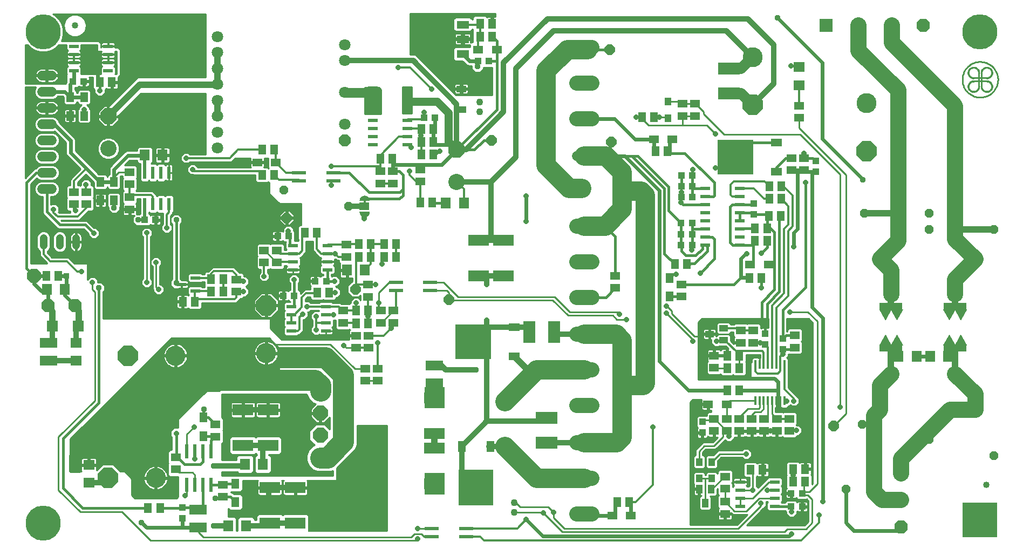
<source format=gbl>
G75*
G70*
%OFA0B0*%
%FSLAX24Y24*%
%IPPOS*%
%LPD*%
%AMOC8*
5,1,8,0,0,1.08239X$1,22.5*
%
%ADD10C,0.1000*%
%ADD11OC8,0.0600*%
%ADD12R,0.0630X0.0710*%
%ADD13OC8,0.0827*%
%ADD14OC8,0.0540*%
%ADD15C,0.0004*%
%ADD16R,0.1417X0.0394*%
%ADD17R,0.0827X0.0827*%
%ADD18C,0.0400*%
%ADD19R,0.0140X0.0560*%
%ADD20R,0.0394X0.0433*%
%ADD21R,0.0591X0.0512*%
%ADD22R,0.2244X0.2165*%
%ADD23R,0.0669X0.0512*%
%ADD24R,0.0433X0.0394*%
%ADD25C,0.0930*%
%ADD26R,0.0512X0.0591*%
%ADD27R,0.0591X0.0472*%
%ADD28C,0.0600*%
%ADD29R,0.1260X0.0709*%
%ADD30R,0.0710X0.0630*%
%ADD31R,0.2165X0.2244*%
%ADD32R,0.0512X0.0669*%
%ADD33R,0.0610X0.0240*%
%ADD34R,0.0472X0.0591*%
%ADD35R,0.0748X0.1339*%
%ADD36R,0.0630X0.0709*%
%ADD37R,0.0709X0.0630*%
%ADD38R,0.1063X0.0630*%
%ADD39R,0.0866X0.0236*%
%ADD40C,0.0100*%
%ADD41C,0.0010*%
%ADD42C,0.1236*%
%ADD43OC8,0.1236*%
%ADD44R,0.1339X0.0748*%
%ADD45OC8,0.0860*%
%ADD46R,0.0354X0.0354*%
%ADD47OC8,0.0650*%
%ADD48R,0.0610X0.0236*%
%ADD49R,0.0220X0.0780*%
%ADD50R,0.0750X0.0450*%
%ADD51R,0.1250X0.2000*%
%ADD52OC8,0.1000*%
%ADD53C,0.0709*%
%ADD54OC8,0.0709*%
%ADD55R,0.0591X0.0394*%
%ADD56OC8,0.0930*%
%ADD57R,0.0551X0.0394*%
%ADD58R,0.0394X0.0472*%
%ADD59R,0.0098X0.0197*%
%ADD60R,0.0600X0.0500*%
%ADD61R,0.0100X0.0350*%
%ADD62R,0.0100X0.0200*%
%ADD63R,0.0236X0.0866*%
%ADD64R,0.0600X0.0220*%
%ADD65R,0.0709X0.0669*%
%ADD66C,0.0433*%
%ADD67R,0.0394X0.0551*%
%ADD68C,0.0480*%
%ADD69C,0.0320*%
%ADD70C,0.0660*%
%ADD71C,0.0120*%
%ADD72OC8,0.0317*%
%ADD73R,0.2165X0.2165*%
%ADD74OC8,0.0357*%
%ADD75C,0.0240*%
%ADD76C,0.0400*%
%ADD77C,0.1000*%
%ADD78C,0.0160*%
%ADD79C,0.0200*%
%ADD80R,0.0317X0.0317*%
%ADD81C,0.0140*%
%ADD82C,0.1200*%
%ADD83C,0.1300*%
%ADD84C,0.2165*%
%ADD85C,0.0500*%
D10*
X029462Y024125D03*
X007937Y026175D03*
X056319Y017186D03*
X060256Y017186D03*
X060256Y012264D03*
X056319Y012264D03*
D11*
X055612Y010050D03*
X061512Y010050D03*
X061512Y019350D03*
X055612Y019350D03*
D12*
X056753Y013350D03*
X057872Y013350D03*
X058703Y013350D03*
X059822Y013350D03*
X029897Y022825D03*
X028778Y022825D03*
D13*
X005864Y016500D03*
X004211Y016500D03*
X054284Y033771D03*
X056334Y033771D03*
X058284Y033771D03*
X056912Y006129D03*
X056912Y004475D03*
X056912Y002821D03*
D14*
X053512Y005150D03*
X058662Y008225D03*
X062662Y007225D03*
X054512Y009150D03*
X058662Y021200D03*
X058662Y022200D03*
X054662Y022200D03*
X062662Y021200D03*
X022787Y022625D03*
X018787Y023625D03*
D15*
X055579Y016252D02*
X055933Y015622D01*
X056287Y016252D01*
X055579Y016252D01*
X056287Y016252D01*
X056642Y015622D01*
X056996Y016252D01*
X056288Y016252D01*
X056287Y016252D02*
X056996Y016252D01*
X056995Y016250D02*
X056289Y016250D01*
X056286Y016250D02*
X055580Y016250D01*
X055582Y016247D02*
X056285Y016247D01*
X056283Y016245D02*
X055583Y016245D01*
X055584Y016242D02*
X056282Y016242D01*
X056280Y016240D02*
X055586Y016240D01*
X055587Y016237D02*
X056279Y016237D01*
X056278Y016235D02*
X055589Y016235D01*
X055590Y016233D02*
X056276Y016233D01*
X056275Y016230D02*
X055591Y016230D01*
X055593Y016228D02*
X056274Y016228D01*
X056272Y016225D02*
X055594Y016225D01*
X055595Y016223D02*
X056271Y016223D01*
X056270Y016220D02*
X055597Y016220D01*
X055598Y016218D02*
X056268Y016218D01*
X056267Y016216D02*
X055600Y016216D01*
X055601Y016213D02*
X056265Y016213D01*
X056264Y016211D02*
X055602Y016211D01*
X055604Y016208D02*
X056263Y016208D01*
X056261Y016206D02*
X055605Y016206D01*
X055606Y016203D02*
X056260Y016203D01*
X056259Y016201D02*
X055608Y016201D01*
X055609Y016198D02*
X056257Y016198D01*
X056256Y016196D02*
X055610Y016196D01*
X055612Y016194D02*
X056254Y016194D01*
X056253Y016191D02*
X055613Y016191D01*
X055615Y016189D02*
X056252Y016189D01*
X056250Y016186D02*
X055616Y016186D01*
X055617Y016184D02*
X056249Y016184D01*
X056248Y016181D02*
X055619Y016181D01*
X055620Y016179D02*
X056246Y016179D01*
X056245Y016177D02*
X055621Y016177D01*
X055623Y016174D02*
X056243Y016174D01*
X056242Y016172D02*
X055624Y016172D01*
X055626Y016169D02*
X056241Y016169D01*
X056239Y016167D02*
X055627Y016167D01*
X055628Y016164D02*
X056238Y016164D01*
X056237Y016162D02*
X055630Y016162D01*
X055631Y016160D02*
X056235Y016160D01*
X056234Y016157D02*
X055632Y016157D01*
X055634Y016155D02*
X056232Y016155D01*
X056231Y016152D02*
X055635Y016152D01*
X055637Y016150D02*
X056230Y016150D01*
X056228Y016147D02*
X055638Y016147D01*
X055639Y016145D02*
X056227Y016145D01*
X056226Y016142D02*
X055641Y016142D01*
X055642Y016140D02*
X056224Y016140D01*
X056223Y016138D02*
X055643Y016138D01*
X055645Y016135D02*
X056222Y016135D01*
X056220Y016133D02*
X055646Y016133D01*
X055647Y016130D02*
X056219Y016130D01*
X056217Y016128D02*
X055649Y016128D01*
X055650Y016125D02*
X056216Y016125D01*
X056215Y016123D02*
X055652Y016123D01*
X055653Y016121D02*
X056213Y016121D01*
X056212Y016118D02*
X055654Y016118D01*
X055656Y016116D02*
X056211Y016116D01*
X056209Y016113D02*
X055657Y016113D01*
X055658Y016111D02*
X056208Y016111D01*
X056206Y016108D02*
X055660Y016108D01*
X055661Y016106D02*
X056205Y016106D01*
X056204Y016103D02*
X055663Y016103D01*
X055664Y016101D02*
X056202Y016101D01*
X056201Y016099D02*
X055665Y016099D01*
X055667Y016096D02*
X056200Y016096D01*
X056198Y016094D02*
X055668Y016094D01*
X055669Y016091D02*
X056197Y016091D01*
X056195Y016089D02*
X055671Y016089D01*
X055672Y016086D02*
X056194Y016086D01*
X056193Y016084D02*
X055674Y016084D01*
X055675Y016082D02*
X056191Y016082D01*
X056190Y016079D02*
X055676Y016079D01*
X055678Y016077D02*
X056189Y016077D01*
X056187Y016074D02*
X055679Y016074D01*
X055680Y016072D02*
X056186Y016072D01*
X056185Y016069D02*
X055682Y016069D01*
X055683Y016067D02*
X056183Y016067D01*
X056182Y016064D02*
X055685Y016064D01*
X055686Y016062D02*
X056180Y016062D01*
X056179Y016060D02*
X055687Y016060D01*
X055689Y016057D02*
X056178Y016057D01*
X056176Y016055D02*
X055690Y016055D01*
X055691Y016052D02*
X056175Y016052D01*
X056174Y016050D02*
X055693Y016050D01*
X055694Y016047D02*
X056172Y016047D01*
X056171Y016045D02*
X055695Y016045D01*
X055697Y016043D02*
X056169Y016043D01*
X056168Y016040D02*
X055698Y016040D01*
X055700Y016038D02*
X056167Y016038D01*
X056165Y016035D02*
X055701Y016035D01*
X055702Y016033D02*
X056164Y016033D01*
X056163Y016030D02*
X055704Y016030D01*
X055705Y016028D02*
X056161Y016028D01*
X056160Y016025D02*
X055706Y016025D01*
X055708Y016023D02*
X056158Y016023D01*
X056157Y016021D02*
X055709Y016021D01*
X055711Y016018D02*
X056156Y016018D01*
X056154Y016016D02*
X055712Y016016D01*
X055713Y016013D02*
X056153Y016013D01*
X056152Y016011D02*
X055715Y016011D01*
X055716Y016008D02*
X056150Y016008D01*
X056149Y016006D02*
X055717Y016006D01*
X055719Y016004D02*
X056147Y016004D01*
X056146Y016001D02*
X055720Y016001D01*
X055722Y015999D02*
X056145Y015999D01*
X056143Y015996D02*
X055723Y015996D01*
X055724Y015994D02*
X056142Y015994D01*
X056141Y015991D02*
X055726Y015991D01*
X055727Y015989D02*
X056139Y015989D01*
X056138Y015986D02*
X055728Y015986D01*
X055730Y015984D02*
X056137Y015984D01*
X056135Y015982D02*
X055731Y015982D01*
X055732Y015979D02*
X056134Y015979D01*
X056132Y015977D02*
X055734Y015977D01*
X055735Y015974D02*
X056131Y015974D01*
X056130Y015972D02*
X055737Y015972D01*
X055738Y015969D02*
X056128Y015969D01*
X056127Y015967D02*
X055739Y015967D01*
X055741Y015965D02*
X056126Y015965D01*
X056124Y015962D02*
X055742Y015962D01*
X055743Y015960D02*
X056123Y015960D01*
X056121Y015957D02*
X055745Y015957D01*
X055746Y015955D02*
X056120Y015955D01*
X056119Y015952D02*
X055748Y015952D01*
X055749Y015950D02*
X056117Y015950D01*
X056116Y015947D02*
X055750Y015947D01*
X055752Y015945D02*
X056115Y015945D01*
X056113Y015943D02*
X055753Y015943D01*
X055754Y015940D02*
X056112Y015940D01*
X056110Y015938D02*
X055756Y015938D01*
X055757Y015935D02*
X056109Y015935D01*
X056108Y015933D02*
X055759Y015933D01*
X055760Y015930D02*
X056106Y015930D01*
X056105Y015928D02*
X055761Y015928D01*
X055763Y015926D02*
X056104Y015926D01*
X056102Y015923D02*
X055764Y015923D01*
X055765Y015921D02*
X056101Y015921D01*
X056100Y015918D02*
X055767Y015918D01*
X055768Y015916D02*
X056098Y015916D01*
X056097Y015913D02*
X055770Y015913D01*
X055771Y015911D02*
X056095Y015911D01*
X056094Y015908D02*
X055772Y015908D01*
X055774Y015906D02*
X056093Y015906D01*
X056091Y015904D02*
X055775Y015904D01*
X055776Y015901D02*
X056090Y015901D01*
X056089Y015899D02*
X055778Y015899D01*
X055779Y015896D02*
X056087Y015896D01*
X056086Y015894D02*
X055780Y015894D01*
X055782Y015891D02*
X056084Y015891D01*
X056083Y015889D02*
X055783Y015889D01*
X055785Y015887D02*
X056082Y015887D01*
X056080Y015884D02*
X055786Y015884D01*
X055787Y015882D02*
X056079Y015882D01*
X056078Y015879D02*
X055789Y015879D01*
X055790Y015877D02*
X056076Y015877D01*
X056075Y015874D02*
X055791Y015874D01*
X055793Y015872D02*
X056073Y015872D01*
X056072Y015869D02*
X055794Y015869D01*
X055796Y015867D02*
X056071Y015867D01*
X056069Y015865D02*
X055797Y015865D01*
X055798Y015862D02*
X056068Y015862D01*
X056067Y015860D02*
X055800Y015860D01*
X055801Y015857D02*
X056065Y015857D01*
X056064Y015855D02*
X055802Y015855D01*
X055804Y015852D02*
X056062Y015852D01*
X056061Y015850D02*
X055805Y015850D01*
X055807Y015848D02*
X056060Y015848D01*
X056058Y015845D02*
X055808Y015845D01*
X055809Y015843D02*
X056057Y015843D01*
X056056Y015840D02*
X055811Y015840D01*
X055812Y015838D02*
X056054Y015838D01*
X056053Y015835D02*
X055813Y015835D01*
X055815Y015833D02*
X056052Y015833D01*
X056050Y015830D02*
X055816Y015830D01*
X055817Y015828D02*
X056049Y015828D01*
X056047Y015826D02*
X055819Y015826D01*
X055820Y015823D02*
X056046Y015823D01*
X056045Y015821D02*
X055822Y015821D01*
X055823Y015818D02*
X056043Y015818D01*
X056042Y015816D02*
X055824Y015816D01*
X055826Y015813D02*
X056041Y015813D01*
X056039Y015811D02*
X055827Y015811D01*
X055828Y015809D02*
X056038Y015809D01*
X056036Y015806D02*
X055830Y015806D01*
X055831Y015804D02*
X056035Y015804D01*
X056034Y015801D02*
X055833Y015801D01*
X055834Y015799D02*
X056032Y015799D01*
X056031Y015796D02*
X055835Y015796D01*
X055837Y015794D02*
X056030Y015794D01*
X056028Y015791D02*
X055838Y015791D01*
X055839Y015789D02*
X056027Y015789D01*
X056025Y015787D02*
X055841Y015787D01*
X055842Y015784D02*
X056024Y015784D01*
X056023Y015782D02*
X055844Y015782D01*
X055845Y015779D02*
X056021Y015779D01*
X056020Y015777D02*
X055846Y015777D01*
X055848Y015774D02*
X056019Y015774D01*
X056017Y015772D02*
X055849Y015772D01*
X055850Y015770D02*
X056016Y015770D01*
X056015Y015767D02*
X055852Y015767D01*
X055853Y015765D02*
X056013Y015765D01*
X056012Y015762D02*
X055855Y015762D01*
X055856Y015760D02*
X056010Y015760D01*
X056009Y015757D02*
X055857Y015757D01*
X055859Y015755D02*
X056008Y015755D01*
X056006Y015752D02*
X055860Y015752D01*
X055861Y015750D02*
X056005Y015750D01*
X056004Y015748D02*
X055863Y015748D01*
X055864Y015745D02*
X056002Y015745D01*
X056001Y015743D02*
X055865Y015743D01*
X055867Y015740D02*
X055999Y015740D01*
X055998Y015738D02*
X055868Y015738D01*
X055870Y015735D02*
X055997Y015735D01*
X055995Y015733D02*
X055871Y015733D01*
X055872Y015731D02*
X055994Y015731D01*
X055993Y015728D02*
X055874Y015728D01*
X055875Y015726D02*
X055991Y015726D01*
X055990Y015723D02*
X055876Y015723D01*
X055878Y015721D02*
X055988Y015721D01*
X055987Y015718D02*
X055879Y015718D01*
X055881Y015716D02*
X055986Y015716D01*
X055984Y015713D02*
X055882Y015713D01*
X055883Y015711D02*
X055983Y015711D01*
X055982Y015709D02*
X055885Y015709D01*
X055886Y015706D02*
X055980Y015706D01*
X055979Y015704D02*
X055887Y015704D01*
X055889Y015701D02*
X055977Y015701D01*
X055976Y015699D02*
X055890Y015699D01*
X055892Y015696D02*
X055975Y015696D01*
X055973Y015694D02*
X055893Y015694D01*
X055894Y015692D02*
X055972Y015692D01*
X055971Y015689D02*
X055896Y015689D01*
X055897Y015687D02*
X055969Y015687D01*
X055968Y015684D02*
X055898Y015684D01*
X055900Y015682D02*
X055967Y015682D01*
X055965Y015679D02*
X055901Y015679D01*
X055902Y015677D02*
X055964Y015677D01*
X055962Y015674D02*
X055904Y015674D01*
X055905Y015672D02*
X055961Y015672D01*
X055960Y015670D02*
X055907Y015670D01*
X055908Y015667D02*
X055958Y015667D01*
X055957Y015665D02*
X055909Y015665D01*
X055911Y015662D02*
X055956Y015662D01*
X055954Y015660D02*
X055912Y015660D01*
X055913Y015657D02*
X055953Y015657D01*
X055951Y015655D02*
X055915Y015655D01*
X055916Y015653D02*
X055950Y015653D01*
X055949Y015650D02*
X055918Y015650D01*
X055919Y015648D02*
X055947Y015648D01*
X055946Y015645D02*
X055920Y015645D01*
X055922Y015643D02*
X055945Y015643D01*
X055943Y015640D02*
X055923Y015640D01*
X055924Y015638D02*
X055942Y015638D01*
X055940Y015635D02*
X055926Y015635D01*
X055927Y015633D02*
X055939Y015633D01*
X055938Y015631D02*
X055929Y015631D01*
X055930Y015628D02*
X055936Y015628D01*
X055935Y015626D02*
X055931Y015626D01*
X055933Y015623D02*
X055934Y015623D01*
X056471Y015926D02*
X056812Y015926D01*
X056814Y015928D02*
X056470Y015928D01*
X056469Y015930D02*
X056815Y015930D01*
X056816Y015933D02*
X056467Y015933D01*
X056466Y015935D02*
X056818Y015935D01*
X056819Y015938D02*
X056464Y015938D01*
X056463Y015940D02*
X056821Y015940D01*
X056822Y015943D02*
X056462Y015943D01*
X056460Y015945D02*
X056823Y015945D01*
X056825Y015947D02*
X056459Y015947D01*
X056458Y015950D02*
X056826Y015950D01*
X056827Y015952D02*
X056456Y015952D01*
X056455Y015955D02*
X056829Y015955D01*
X056830Y015957D02*
X056453Y015957D01*
X056452Y015960D02*
X056831Y015960D01*
X056833Y015962D02*
X056451Y015962D01*
X056449Y015965D02*
X056834Y015965D01*
X056836Y015967D02*
X056448Y015967D01*
X056447Y015969D02*
X056837Y015969D01*
X056838Y015972D02*
X056445Y015972D01*
X056444Y015974D02*
X056840Y015974D01*
X056841Y015977D02*
X056443Y015977D01*
X056441Y015979D02*
X056842Y015979D01*
X056844Y015982D02*
X056440Y015982D01*
X056438Y015984D02*
X056845Y015984D01*
X056847Y015986D02*
X056437Y015986D01*
X056436Y015989D02*
X056848Y015989D01*
X056849Y015991D02*
X056434Y015991D01*
X056433Y015994D02*
X056851Y015994D01*
X056852Y015996D02*
X056432Y015996D01*
X056430Y015999D02*
X056853Y015999D01*
X056855Y016001D02*
X056429Y016001D01*
X056427Y016004D02*
X056856Y016004D01*
X056858Y016006D02*
X056426Y016006D01*
X056425Y016008D02*
X056859Y016008D01*
X056860Y016011D02*
X056423Y016011D01*
X056422Y016013D02*
X056862Y016013D01*
X056863Y016016D02*
X056421Y016016D01*
X056419Y016018D02*
X056864Y016018D01*
X056866Y016021D02*
X056418Y016021D01*
X056416Y016023D02*
X056867Y016023D01*
X056868Y016025D02*
X056415Y016025D01*
X056414Y016028D02*
X056870Y016028D01*
X056871Y016030D02*
X056412Y016030D01*
X056411Y016033D02*
X056873Y016033D01*
X056874Y016035D02*
X056410Y016035D01*
X056408Y016038D02*
X056875Y016038D01*
X056877Y016040D02*
X056407Y016040D01*
X056406Y016043D02*
X056878Y016043D01*
X056879Y016045D02*
X056404Y016045D01*
X056403Y016047D02*
X056881Y016047D01*
X056882Y016050D02*
X056401Y016050D01*
X056400Y016052D02*
X056884Y016052D01*
X056885Y016055D02*
X056399Y016055D01*
X056397Y016057D02*
X056886Y016057D01*
X056888Y016060D02*
X056396Y016060D01*
X056395Y016062D02*
X056889Y016062D01*
X056890Y016064D02*
X056393Y016064D01*
X056392Y016067D02*
X056892Y016067D01*
X056893Y016069D02*
X056390Y016069D01*
X056389Y016072D02*
X056895Y016072D01*
X056896Y016074D02*
X056388Y016074D01*
X056386Y016077D02*
X056897Y016077D01*
X056899Y016079D02*
X056385Y016079D01*
X056384Y016082D02*
X056900Y016082D01*
X056901Y016084D02*
X056382Y016084D01*
X056381Y016086D02*
X056903Y016086D01*
X056904Y016089D02*
X056379Y016089D01*
X056378Y016091D02*
X056906Y016091D01*
X056907Y016094D02*
X056377Y016094D01*
X056375Y016096D02*
X056908Y016096D01*
X056910Y016099D02*
X056374Y016099D01*
X056373Y016101D02*
X056911Y016101D01*
X056912Y016103D02*
X056371Y016103D01*
X056370Y016106D02*
X056914Y016106D01*
X056915Y016108D02*
X056368Y016108D01*
X056367Y016111D02*
X056916Y016111D01*
X056918Y016113D02*
X056366Y016113D01*
X056364Y016116D02*
X056919Y016116D01*
X056921Y016118D02*
X056363Y016118D01*
X056362Y016121D02*
X056922Y016121D01*
X056923Y016123D02*
X056360Y016123D01*
X056359Y016125D02*
X056925Y016125D01*
X056926Y016128D02*
X056358Y016128D01*
X056356Y016130D02*
X056927Y016130D01*
X056929Y016133D02*
X056355Y016133D01*
X056353Y016135D02*
X056930Y016135D01*
X056932Y016138D02*
X056352Y016138D01*
X056351Y016140D02*
X056933Y016140D01*
X056934Y016142D02*
X056349Y016142D01*
X056348Y016145D02*
X056936Y016145D01*
X056937Y016147D02*
X056347Y016147D01*
X056345Y016150D02*
X056938Y016150D01*
X056940Y016152D02*
X056344Y016152D01*
X056342Y016155D02*
X056941Y016155D01*
X056943Y016157D02*
X056341Y016157D01*
X056340Y016160D02*
X056944Y016160D01*
X056945Y016162D02*
X056338Y016162D01*
X056337Y016164D02*
X056947Y016164D01*
X056948Y016167D02*
X056336Y016167D01*
X056334Y016169D02*
X056949Y016169D01*
X056951Y016172D02*
X056333Y016172D01*
X056331Y016174D02*
X056952Y016174D01*
X056953Y016177D02*
X056330Y016177D01*
X056329Y016179D02*
X056955Y016179D01*
X056956Y016181D02*
X056327Y016181D01*
X056326Y016184D02*
X056958Y016184D01*
X056959Y016186D02*
X056325Y016186D01*
X056323Y016189D02*
X056960Y016189D01*
X056962Y016191D02*
X056322Y016191D01*
X056321Y016194D02*
X056963Y016194D01*
X056964Y016196D02*
X056319Y016196D01*
X056318Y016198D02*
X056966Y016198D01*
X056967Y016201D02*
X056316Y016201D01*
X056315Y016203D02*
X056969Y016203D01*
X056970Y016206D02*
X056314Y016206D01*
X056312Y016208D02*
X056971Y016208D01*
X056973Y016211D02*
X056311Y016211D01*
X056310Y016213D02*
X056974Y016213D01*
X056975Y016216D02*
X056308Y016216D01*
X056307Y016218D02*
X056977Y016218D01*
X056978Y016220D02*
X056305Y016220D01*
X056304Y016223D02*
X056980Y016223D01*
X056981Y016225D02*
X056303Y016225D01*
X056301Y016228D02*
X056982Y016228D01*
X056984Y016230D02*
X056300Y016230D01*
X056299Y016233D02*
X056985Y016233D01*
X056986Y016235D02*
X056297Y016235D01*
X056296Y016237D02*
X056988Y016237D01*
X056989Y016240D02*
X056294Y016240D01*
X056293Y016242D02*
X056991Y016242D01*
X056992Y016245D02*
X056292Y016245D01*
X056290Y016247D02*
X056993Y016247D01*
X056811Y015923D02*
X056473Y015923D01*
X056474Y015921D02*
X056810Y015921D01*
X056808Y015918D02*
X056475Y015918D01*
X056477Y015916D02*
X056807Y015916D01*
X056805Y015913D02*
X056478Y015913D01*
X056480Y015911D02*
X056804Y015911D01*
X056803Y015908D02*
X056481Y015908D01*
X056482Y015906D02*
X056801Y015906D01*
X056800Y015904D02*
X056484Y015904D01*
X056485Y015901D02*
X056799Y015901D01*
X056797Y015899D02*
X056486Y015899D01*
X056488Y015896D02*
X056796Y015896D01*
X056794Y015894D02*
X056489Y015894D01*
X056491Y015891D02*
X056793Y015891D01*
X056792Y015889D02*
X056492Y015889D01*
X056493Y015887D02*
X056790Y015887D01*
X056789Y015884D02*
X056495Y015884D01*
X056496Y015882D02*
X056788Y015882D01*
X056786Y015879D02*
X056497Y015879D01*
X056499Y015877D02*
X056785Y015877D01*
X056783Y015874D02*
X056500Y015874D01*
X056501Y015872D02*
X056782Y015872D01*
X056781Y015869D02*
X056503Y015869D01*
X056504Y015867D02*
X056779Y015867D01*
X056778Y015865D02*
X056506Y015865D01*
X056507Y015862D02*
X056777Y015862D01*
X056775Y015860D02*
X056508Y015860D01*
X056510Y015857D02*
X056774Y015857D01*
X056773Y015855D02*
X056511Y015855D01*
X056512Y015852D02*
X056771Y015852D01*
X056770Y015850D02*
X056514Y015850D01*
X056515Y015848D02*
X056768Y015848D01*
X056767Y015845D02*
X056517Y015845D01*
X056518Y015843D02*
X056766Y015843D01*
X056764Y015840D02*
X056519Y015840D01*
X056521Y015838D02*
X056763Y015838D01*
X056762Y015835D02*
X056522Y015835D01*
X056523Y015833D02*
X056760Y015833D01*
X056759Y015830D02*
X056525Y015830D01*
X056526Y015828D02*
X056757Y015828D01*
X056756Y015826D02*
X056528Y015826D01*
X056529Y015823D02*
X056755Y015823D01*
X056753Y015821D02*
X056530Y015821D01*
X056532Y015818D02*
X056752Y015818D01*
X056751Y015816D02*
X056533Y015816D01*
X056534Y015813D02*
X056749Y015813D01*
X056748Y015811D02*
X056536Y015811D01*
X056537Y015809D02*
X056746Y015809D01*
X056745Y015806D02*
X056538Y015806D01*
X056540Y015804D02*
X056744Y015804D01*
X056742Y015801D02*
X056541Y015801D01*
X056543Y015799D02*
X056741Y015799D01*
X056740Y015796D02*
X056544Y015796D01*
X056545Y015794D02*
X056738Y015794D01*
X056737Y015791D02*
X056547Y015791D01*
X056548Y015789D02*
X056736Y015789D01*
X056734Y015787D02*
X056549Y015787D01*
X056551Y015784D02*
X056733Y015784D01*
X056731Y015782D02*
X056552Y015782D01*
X056554Y015779D02*
X056730Y015779D01*
X056729Y015777D02*
X056555Y015777D01*
X056556Y015774D02*
X056727Y015774D01*
X056726Y015772D02*
X056558Y015772D01*
X056559Y015770D02*
X056725Y015770D01*
X056723Y015767D02*
X056560Y015767D01*
X056562Y015765D02*
X056722Y015765D01*
X056720Y015762D02*
X056563Y015762D01*
X056565Y015760D02*
X056719Y015760D01*
X056718Y015757D02*
X056566Y015757D01*
X056567Y015755D02*
X056716Y015755D01*
X056715Y015752D02*
X056569Y015752D01*
X056570Y015750D02*
X056714Y015750D01*
X056712Y015748D02*
X056571Y015748D01*
X056573Y015745D02*
X056711Y015745D01*
X056709Y015743D02*
X056574Y015743D01*
X056576Y015740D02*
X056708Y015740D01*
X056707Y015738D02*
X056577Y015738D01*
X056578Y015735D02*
X056705Y015735D01*
X056704Y015733D02*
X056580Y015733D01*
X056581Y015731D02*
X056703Y015731D01*
X056701Y015728D02*
X056582Y015728D01*
X056584Y015726D02*
X056700Y015726D01*
X056698Y015723D02*
X056585Y015723D01*
X056586Y015721D02*
X056697Y015721D01*
X056696Y015718D02*
X056588Y015718D01*
X056589Y015716D02*
X056694Y015716D01*
X056693Y015713D02*
X056591Y015713D01*
X056592Y015711D02*
X056692Y015711D01*
X056690Y015709D02*
X056593Y015709D01*
X056595Y015706D02*
X056689Y015706D01*
X056688Y015704D02*
X056596Y015704D01*
X056597Y015701D02*
X056686Y015701D01*
X056685Y015699D02*
X056599Y015699D01*
X056600Y015696D02*
X056683Y015696D01*
X056682Y015694D02*
X056602Y015694D01*
X056603Y015692D02*
X056681Y015692D01*
X056679Y015689D02*
X056604Y015689D01*
X056606Y015687D02*
X056678Y015687D01*
X056677Y015684D02*
X056607Y015684D01*
X056608Y015682D02*
X056675Y015682D01*
X056674Y015679D02*
X056610Y015679D01*
X056611Y015677D02*
X056672Y015677D01*
X056671Y015674D02*
X056613Y015674D01*
X056614Y015672D02*
X056670Y015672D01*
X056668Y015670D02*
X056615Y015670D01*
X056617Y015667D02*
X056667Y015667D01*
X056666Y015665D02*
X056618Y015665D01*
X056619Y015662D02*
X056664Y015662D01*
X056663Y015660D02*
X056621Y015660D01*
X056622Y015657D02*
X056661Y015657D01*
X056660Y015655D02*
X056623Y015655D01*
X056625Y015653D02*
X056659Y015653D01*
X056657Y015650D02*
X056626Y015650D01*
X056628Y015648D02*
X056656Y015648D01*
X056655Y015645D02*
X056629Y015645D01*
X056630Y015643D02*
X056653Y015643D01*
X056652Y015640D02*
X056632Y015640D01*
X056633Y015638D02*
X056651Y015638D01*
X056649Y015635D02*
X056634Y015635D01*
X056636Y015633D02*
X056648Y015633D01*
X056646Y015631D02*
X056637Y015631D01*
X056639Y015628D02*
X056645Y015628D01*
X056644Y015626D02*
X056640Y015626D01*
X056641Y015623D02*
X056642Y015623D01*
X056642Y014678D02*
X056996Y014048D01*
X056287Y014048D01*
X055933Y014678D01*
X055579Y014048D01*
X056287Y014048D01*
X056642Y014678D01*
X056640Y014675D02*
X056643Y014675D01*
X056644Y014673D02*
X056639Y014673D01*
X056638Y014670D02*
X056646Y014670D01*
X056647Y014668D02*
X056636Y014668D01*
X056635Y014665D02*
X056649Y014665D01*
X056650Y014663D02*
X056634Y014663D01*
X056632Y014661D02*
X056651Y014661D01*
X056653Y014658D02*
X056631Y014658D01*
X056630Y014656D02*
X056654Y014656D01*
X056655Y014653D02*
X056628Y014653D01*
X056627Y014651D02*
X056657Y014651D01*
X056658Y014648D02*
X056625Y014648D01*
X056624Y014646D02*
X056660Y014646D01*
X056661Y014644D02*
X056623Y014644D01*
X056621Y014641D02*
X056662Y014641D01*
X056664Y014639D02*
X056620Y014639D01*
X056619Y014636D02*
X056665Y014636D01*
X056666Y014634D02*
X056617Y014634D01*
X056616Y014631D02*
X056668Y014631D01*
X056669Y014629D02*
X056614Y014629D01*
X056613Y014626D02*
X056671Y014626D01*
X056672Y014624D02*
X056612Y014624D01*
X056610Y014622D02*
X056673Y014622D01*
X056675Y014619D02*
X056609Y014619D01*
X056608Y014617D02*
X056676Y014617D01*
X056677Y014614D02*
X056606Y014614D01*
X056605Y014612D02*
X056679Y014612D01*
X056680Y014609D02*
X056603Y014609D01*
X056602Y014607D02*
X056682Y014607D01*
X056683Y014605D02*
X056601Y014605D01*
X056599Y014602D02*
X056684Y014602D01*
X056686Y014600D02*
X056598Y014600D01*
X056597Y014597D02*
X056687Y014597D01*
X056688Y014595D02*
X056595Y014595D01*
X056594Y014592D02*
X056690Y014592D01*
X056691Y014590D02*
X056592Y014590D01*
X056591Y014587D02*
X056692Y014587D01*
X056694Y014585D02*
X056590Y014585D01*
X056588Y014583D02*
X056695Y014583D01*
X056697Y014580D02*
X056587Y014580D01*
X056586Y014578D02*
X056698Y014578D01*
X056699Y014575D02*
X056584Y014575D01*
X056583Y014573D02*
X056701Y014573D01*
X056702Y014570D02*
X056582Y014570D01*
X056580Y014568D02*
X056703Y014568D01*
X056705Y014566D02*
X056579Y014566D01*
X056577Y014563D02*
X056706Y014563D01*
X056708Y014561D02*
X056576Y014561D01*
X056575Y014558D02*
X056709Y014558D01*
X056710Y014556D02*
X056573Y014556D01*
X056572Y014553D02*
X056712Y014553D01*
X056713Y014551D02*
X056571Y014551D01*
X056569Y014548D02*
X056714Y014548D01*
X056716Y014546D02*
X056568Y014546D01*
X056566Y014544D02*
X056717Y014544D01*
X056719Y014541D02*
X056565Y014541D01*
X056564Y014539D02*
X056720Y014539D01*
X056721Y014536D02*
X056562Y014536D01*
X056561Y014534D02*
X056723Y014534D01*
X056724Y014531D02*
X056560Y014531D01*
X056558Y014529D02*
X056725Y014529D01*
X056727Y014527D02*
X056557Y014527D01*
X056555Y014524D02*
X056728Y014524D01*
X056729Y014522D02*
X056554Y014522D01*
X056553Y014519D02*
X056731Y014519D01*
X056732Y014517D02*
X056551Y014517D01*
X056550Y014514D02*
X056734Y014514D01*
X056735Y014512D02*
X056549Y014512D01*
X056547Y014509D02*
X056736Y014509D01*
X056738Y014507D02*
X056546Y014507D01*
X056545Y014505D02*
X056739Y014505D01*
X056740Y014502D02*
X056543Y014502D01*
X056542Y014500D02*
X056742Y014500D01*
X056743Y014497D02*
X056540Y014497D01*
X056539Y014495D02*
X056745Y014495D01*
X056746Y014492D02*
X056538Y014492D01*
X056536Y014490D02*
X056747Y014490D01*
X056749Y014488D02*
X056535Y014488D01*
X056534Y014485D02*
X056750Y014485D01*
X056751Y014483D02*
X056532Y014483D01*
X056531Y014480D02*
X056753Y014480D01*
X056754Y014478D02*
X056529Y014478D01*
X056528Y014475D02*
X056756Y014475D01*
X056757Y014473D02*
X056527Y014473D01*
X056525Y014470D02*
X056758Y014470D01*
X056760Y014468D02*
X056524Y014468D01*
X056523Y014466D02*
X056761Y014466D01*
X056762Y014463D02*
X056521Y014463D01*
X056520Y014461D02*
X056764Y014461D01*
X056765Y014458D02*
X056518Y014458D01*
X056517Y014456D02*
X056767Y014456D01*
X056768Y014453D02*
X056516Y014453D01*
X056514Y014451D02*
X056769Y014451D01*
X056771Y014449D02*
X056513Y014449D01*
X056512Y014446D02*
X056772Y014446D01*
X056773Y014444D02*
X056510Y014444D01*
X056509Y014441D02*
X056775Y014441D01*
X056776Y014439D02*
X056507Y014439D01*
X056506Y014436D02*
X056777Y014436D01*
X056779Y014434D02*
X056505Y014434D01*
X056503Y014431D02*
X056780Y014431D01*
X056782Y014429D02*
X056502Y014429D01*
X056501Y014427D02*
X056783Y014427D01*
X056784Y014424D02*
X056499Y014424D01*
X056498Y014422D02*
X056786Y014422D01*
X056787Y014419D02*
X056497Y014419D01*
X056495Y014417D02*
X056788Y014417D01*
X056790Y014414D02*
X056494Y014414D01*
X056492Y014412D02*
X056791Y014412D01*
X056793Y014410D02*
X056491Y014410D01*
X056490Y014407D02*
X056794Y014407D01*
X056795Y014405D02*
X056488Y014405D01*
X056487Y014402D02*
X056797Y014402D01*
X056798Y014400D02*
X056486Y014400D01*
X056484Y014397D02*
X056799Y014397D01*
X056801Y014395D02*
X056483Y014395D01*
X056481Y014392D02*
X056802Y014392D01*
X056804Y014390D02*
X056480Y014390D01*
X056479Y014388D02*
X056805Y014388D01*
X056806Y014385D02*
X056477Y014385D01*
X056476Y014383D02*
X056808Y014383D01*
X056809Y014380D02*
X056475Y014380D01*
X056473Y014378D02*
X056810Y014378D01*
X056812Y014375D02*
X056472Y014375D01*
X056470Y014373D02*
X056813Y014373D01*
X056814Y014371D02*
X056469Y014371D01*
X056468Y014368D02*
X056816Y014368D01*
X056817Y014366D02*
X056466Y014366D01*
X056465Y014363D02*
X056819Y014363D01*
X056820Y014361D02*
X056464Y014361D01*
X056462Y014358D02*
X056821Y014358D01*
X056823Y014356D02*
X056461Y014356D01*
X056460Y014353D02*
X056824Y014353D01*
X056825Y014351D02*
X056458Y014351D01*
X056457Y014349D02*
X056827Y014349D01*
X056828Y014346D02*
X056455Y014346D01*
X056454Y014344D02*
X056830Y014344D01*
X056831Y014341D02*
X056453Y014341D01*
X056451Y014339D02*
X056832Y014339D01*
X056834Y014336D02*
X056450Y014336D01*
X056449Y014334D02*
X056835Y014334D01*
X056836Y014332D02*
X056447Y014332D01*
X056446Y014329D02*
X056838Y014329D01*
X056839Y014327D02*
X056444Y014327D01*
X056443Y014324D02*
X056841Y014324D01*
X056842Y014322D02*
X056442Y014322D01*
X056440Y014319D02*
X056843Y014319D01*
X056845Y014317D02*
X056439Y014317D01*
X056438Y014315D02*
X056846Y014315D01*
X056847Y014312D02*
X056436Y014312D01*
X056435Y014310D02*
X056849Y014310D01*
X056850Y014307D02*
X056433Y014307D01*
X056432Y014305D02*
X056852Y014305D01*
X056853Y014302D02*
X056431Y014302D01*
X056429Y014300D02*
X056854Y014300D01*
X056856Y014297D02*
X056428Y014297D01*
X056427Y014295D02*
X056857Y014295D01*
X056858Y014293D02*
X056425Y014293D01*
X056424Y014290D02*
X056860Y014290D01*
X056861Y014288D02*
X056422Y014288D01*
X056421Y014285D02*
X056862Y014285D01*
X056864Y014283D02*
X056420Y014283D01*
X056418Y014280D02*
X056865Y014280D01*
X056867Y014278D02*
X056417Y014278D01*
X056416Y014276D02*
X056868Y014276D01*
X056869Y014273D02*
X056414Y014273D01*
X056413Y014271D02*
X056871Y014271D01*
X056872Y014268D02*
X056412Y014268D01*
X056410Y014266D02*
X056873Y014266D01*
X056875Y014263D02*
X056409Y014263D01*
X056407Y014261D02*
X056876Y014261D01*
X056878Y014258D02*
X056406Y014258D01*
X056405Y014256D02*
X056879Y014256D01*
X056880Y014254D02*
X056403Y014254D01*
X056402Y014251D02*
X056882Y014251D01*
X056883Y014249D02*
X056401Y014249D01*
X056399Y014246D02*
X056884Y014246D01*
X056886Y014244D02*
X056398Y014244D01*
X056396Y014241D02*
X056887Y014241D01*
X056889Y014239D02*
X056395Y014239D01*
X056394Y014237D02*
X056890Y014237D01*
X056891Y014234D02*
X056392Y014234D01*
X056391Y014232D02*
X056893Y014232D01*
X056894Y014229D02*
X056390Y014229D01*
X056388Y014227D02*
X056895Y014227D01*
X056897Y014224D02*
X056387Y014224D01*
X056385Y014222D02*
X056898Y014222D01*
X056899Y014219D02*
X056384Y014219D01*
X056383Y014217D02*
X056901Y014217D01*
X056902Y014215D02*
X056381Y014215D01*
X056380Y014212D02*
X056904Y014212D01*
X056905Y014210D02*
X056379Y014210D01*
X056377Y014207D02*
X056906Y014207D01*
X056908Y014205D02*
X056376Y014205D01*
X056375Y014202D02*
X056909Y014202D01*
X056910Y014200D02*
X056373Y014200D01*
X056372Y014198D02*
X056912Y014198D01*
X056913Y014195D02*
X056370Y014195D01*
X056369Y014193D02*
X056915Y014193D01*
X056916Y014190D02*
X056368Y014190D01*
X056366Y014188D02*
X056917Y014188D01*
X056919Y014185D02*
X056365Y014185D01*
X056364Y014183D02*
X056920Y014183D01*
X056921Y014180D02*
X056362Y014180D01*
X056361Y014178D02*
X056923Y014178D01*
X056924Y014176D02*
X056359Y014176D01*
X056358Y014173D02*
X056926Y014173D01*
X056927Y014171D02*
X056357Y014171D01*
X056355Y014168D02*
X056928Y014168D01*
X056930Y014166D02*
X056354Y014166D01*
X056353Y014163D02*
X056931Y014163D01*
X056932Y014161D02*
X056351Y014161D01*
X056350Y014159D02*
X056934Y014159D01*
X056935Y014156D02*
X056348Y014156D01*
X056347Y014154D02*
X056937Y014154D01*
X056938Y014151D02*
X056346Y014151D01*
X056344Y014149D02*
X056939Y014149D01*
X056941Y014146D02*
X056343Y014146D01*
X056342Y014144D02*
X056942Y014144D01*
X056943Y014141D02*
X056340Y014141D01*
X056339Y014139D02*
X056945Y014139D01*
X056946Y014137D02*
X056337Y014137D01*
X056336Y014134D02*
X056947Y014134D01*
X056949Y014132D02*
X056335Y014132D01*
X056333Y014129D02*
X056950Y014129D01*
X056952Y014127D02*
X056332Y014127D01*
X056331Y014124D02*
X056953Y014124D01*
X056954Y014122D02*
X056329Y014122D01*
X056328Y014120D02*
X056956Y014120D01*
X056957Y014117D02*
X056327Y014117D01*
X056325Y014115D02*
X056958Y014115D01*
X056960Y014112D02*
X056324Y014112D01*
X056322Y014110D02*
X056961Y014110D01*
X056963Y014107D02*
X056321Y014107D01*
X056320Y014105D02*
X056964Y014105D01*
X056965Y014102D02*
X056318Y014102D01*
X056317Y014100D02*
X056967Y014100D01*
X056968Y014098D02*
X056316Y014098D01*
X056314Y014095D02*
X056969Y014095D01*
X056971Y014093D02*
X056313Y014093D01*
X056311Y014090D02*
X056972Y014090D01*
X056974Y014088D02*
X056310Y014088D01*
X056309Y014085D02*
X056975Y014085D01*
X056976Y014083D02*
X056307Y014083D01*
X056306Y014081D02*
X056978Y014081D01*
X056979Y014078D02*
X056305Y014078D01*
X056303Y014076D02*
X056980Y014076D01*
X056982Y014073D02*
X056302Y014073D01*
X056300Y014071D02*
X056983Y014071D01*
X056984Y014068D02*
X056299Y014068D01*
X056298Y014066D02*
X056986Y014066D01*
X056987Y014063D02*
X056296Y014063D01*
X056295Y014061D02*
X056989Y014061D01*
X056990Y014059D02*
X056294Y014059D01*
X056292Y014056D02*
X056991Y014056D01*
X056993Y014054D02*
X056291Y014054D01*
X056290Y014051D02*
X056994Y014051D01*
X056995Y014049D02*
X056288Y014049D01*
X056287Y014049D02*
X055579Y014049D01*
X055581Y014051D02*
X056285Y014051D01*
X056284Y014054D02*
X055582Y014054D01*
X055584Y014056D02*
X056283Y014056D01*
X056281Y014059D02*
X055585Y014059D01*
X055586Y014061D02*
X056280Y014061D01*
X056279Y014063D02*
X055588Y014063D01*
X055589Y014066D02*
X056277Y014066D01*
X056276Y014068D02*
X055590Y014068D01*
X055592Y014071D02*
X056274Y014071D01*
X056273Y014073D02*
X055593Y014073D01*
X055595Y014076D02*
X056272Y014076D01*
X056270Y014078D02*
X055596Y014078D01*
X055597Y014081D02*
X056269Y014081D01*
X056268Y014083D02*
X055599Y014083D01*
X055600Y014085D02*
X056266Y014085D01*
X056265Y014088D02*
X055601Y014088D01*
X055603Y014090D02*
X056263Y014090D01*
X056262Y014093D02*
X055604Y014093D01*
X055606Y014095D02*
X056261Y014095D01*
X056259Y014098D02*
X055607Y014098D01*
X055608Y014100D02*
X056258Y014100D01*
X056257Y014102D02*
X055610Y014102D01*
X055611Y014105D02*
X056255Y014105D01*
X056254Y014107D02*
X055612Y014107D01*
X055614Y014110D02*
X056253Y014110D01*
X056251Y014112D02*
X055615Y014112D01*
X055616Y014115D02*
X056250Y014115D01*
X056248Y014117D02*
X055618Y014117D01*
X055619Y014120D02*
X056247Y014120D01*
X056246Y014122D02*
X055621Y014122D01*
X055622Y014124D02*
X056244Y014124D01*
X056243Y014127D02*
X055623Y014127D01*
X055625Y014129D02*
X056242Y014129D01*
X056240Y014132D02*
X055626Y014132D01*
X055627Y014134D02*
X056239Y014134D01*
X056237Y014137D02*
X055629Y014137D01*
X055630Y014139D02*
X056236Y014139D01*
X056235Y014141D02*
X055632Y014141D01*
X055633Y014144D02*
X056233Y014144D01*
X056232Y014146D02*
X055634Y014146D01*
X055636Y014149D02*
X056231Y014149D01*
X056229Y014151D02*
X055637Y014151D01*
X055638Y014154D02*
X056228Y014154D01*
X056226Y014156D02*
X055640Y014156D01*
X055641Y014159D02*
X056225Y014159D01*
X056224Y014161D02*
X055643Y014161D01*
X055644Y014163D02*
X056222Y014163D01*
X056221Y014166D02*
X055645Y014166D01*
X055647Y014168D02*
X056220Y014168D01*
X056218Y014171D02*
X055648Y014171D01*
X055649Y014173D02*
X056217Y014173D01*
X056216Y014176D02*
X055651Y014176D01*
X055652Y014178D02*
X056214Y014178D01*
X056213Y014180D02*
X055654Y014180D01*
X055655Y014183D02*
X056211Y014183D01*
X056210Y014185D02*
X055656Y014185D01*
X055658Y014188D02*
X056209Y014188D01*
X056207Y014190D02*
X055659Y014190D01*
X055660Y014193D02*
X056206Y014193D01*
X056205Y014195D02*
X055662Y014195D01*
X055663Y014198D02*
X056203Y014198D01*
X056202Y014200D02*
X055664Y014200D01*
X055666Y014202D02*
X056200Y014202D01*
X056199Y014205D02*
X055667Y014205D01*
X055669Y014207D02*
X056198Y014207D01*
X056196Y014210D02*
X055670Y014210D01*
X055671Y014212D02*
X056195Y014212D01*
X056194Y014215D02*
X055673Y014215D01*
X055674Y014217D02*
X056192Y014217D01*
X056191Y014219D02*
X055675Y014219D01*
X055677Y014222D02*
X056189Y014222D01*
X056188Y014224D02*
X055678Y014224D01*
X055680Y014227D02*
X056187Y014227D01*
X056185Y014229D02*
X055681Y014229D01*
X055682Y014232D02*
X056184Y014232D01*
X056183Y014234D02*
X055684Y014234D01*
X055685Y014237D02*
X056181Y014237D01*
X056180Y014239D02*
X055686Y014239D01*
X055688Y014241D02*
X056178Y014241D01*
X056177Y014244D02*
X055689Y014244D01*
X055691Y014246D02*
X056176Y014246D01*
X056174Y014249D02*
X055692Y014249D01*
X055693Y014251D02*
X056173Y014251D01*
X056172Y014254D02*
X055695Y014254D01*
X055696Y014256D02*
X056170Y014256D01*
X056169Y014258D02*
X055697Y014258D01*
X055699Y014261D02*
X056168Y014261D01*
X056166Y014263D02*
X055700Y014263D01*
X055701Y014266D02*
X056165Y014266D01*
X056163Y014268D02*
X055703Y014268D01*
X055704Y014271D02*
X056162Y014271D01*
X056161Y014273D02*
X055706Y014273D01*
X055707Y014276D02*
X056159Y014276D01*
X056158Y014278D02*
X055708Y014278D01*
X055710Y014280D02*
X056157Y014280D01*
X056155Y014283D02*
X055711Y014283D01*
X055712Y014285D02*
X056154Y014285D01*
X056152Y014288D02*
X055714Y014288D01*
X055715Y014290D02*
X056151Y014290D01*
X056150Y014293D02*
X055717Y014293D01*
X055718Y014295D02*
X056148Y014295D01*
X056147Y014297D02*
X055719Y014297D01*
X055721Y014300D02*
X056146Y014300D01*
X056144Y014302D02*
X055722Y014302D01*
X055723Y014305D02*
X056143Y014305D01*
X056141Y014307D02*
X055725Y014307D01*
X055726Y014310D02*
X056140Y014310D01*
X056139Y014312D02*
X055728Y014312D01*
X055729Y014315D02*
X056137Y014315D01*
X056136Y014317D02*
X055730Y014317D01*
X055732Y014319D02*
X056135Y014319D01*
X056133Y014322D02*
X055733Y014322D01*
X055734Y014324D02*
X056132Y014324D01*
X056131Y014327D02*
X055736Y014327D01*
X055737Y014329D02*
X056129Y014329D01*
X056128Y014332D02*
X055739Y014332D01*
X055740Y014334D02*
X056126Y014334D01*
X056125Y014336D02*
X055741Y014336D01*
X055743Y014339D02*
X056124Y014339D01*
X056122Y014341D02*
X055744Y014341D01*
X055745Y014344D02*
X056121Y014344D01*
X056120Y014346D02*
X055747Y014346D01*
X055748Y014349D02*
X056118Y014349D01*
X056117Y014351D02*
X055749Y014351D01*
X055751Y014353D02*
X056115Y014353D01*
X056114Y014356D02*
X055752Y014356D01*
X055754Y014358D02*
X056113Y014358D01*
X056111Y014361D02*
X055755Y014361D01*
X055756Y014363D02*
X056110Y014363D01*
X056109Y014366D02*
X055758Y014366D01*
X055759Y014368D02*
X056107Y014368D01*
X056106Y014371D02*
X055760Y014371D01*
X055762Y014373D02*
X056104Y014373D01*
X056103Y014375D02*
X055763Y014375D01*
X055765Y014378D02*
X056102Y014378D01*
X056100Y014380D02*
X055766Y014380D01*
X055767Y014383D02*
X056099Y014383D01*
X056098Y014385D02*
X055769Y014385D01*
X055770Y014388D02*
X056096Y014388D01*
X056095Y014390D02*
X055771Y014390D01*
X055773Y014392D02*
X056093Y014392D01*
X056092Y014395D02*
X055774Y014395D01*
X055776Y014397D02*
X056091Y014397D01*
X056089Y014400D02*
X055777Y014400D01*
X055778Y014402D02*
X056088Y014402D01*
X056087Y014405D02*
X055780Y014405D01*
X055781Y014407D02*
X056085Y014407D01*
X056084Y014410D02*
X055782Y014410D01*
X055784Y014412D02*
X056083Y014412D01*
X056081Y014414D02*
X055785Y014414D01*
X055786Y014417D02*
X056080Y014417D01*
X056078Y014419D02*
X055788Y014419D01*
X055789Y014422D02*
X056077Y014422D01*
X056076Y014424D02*
X055791Y014424D01*
X055792Y014427D02*
X056074Y014427D01*
X056073Y014429D02*
X055793Y014429D01*
X055795Y014431D02*
X056072Y014431D01*
X056070Y014434D02*
X055796Y014434D01*
X055797Y014436D02*
X056069Y014436D01*
X056067Y014439D02*
X055799Y014439D01*
X055800Y014441D02*
X056066Y014441D01*
X056065Y014444D02*
X055802Y014444D01*
X055803Y014446D02*
X056063Y014446D01*
X056062Y014449D02*
X055804Y014449D01*
X055806Y014451D02*
X056061Y014451D01*
X056059Y014453D02*
X055807Y014453D01*
X055808Y014456D02*
X056058Y014456D01*
X056056Y014458D02*
X055810Y014458D01*
X055811Y014461D02*
X056055Y014461D01*
X056054Y014463D02*
X055813Y014463D01*
X055814Y014466D02*
X056052Y014466D01*
X056051Y014468D02*
X055815Y014468D01*
X055817Y014470D02*
X056050Y014470D01*
X056048Y014473D02*
X055818Y014473D01*
X055819Y014475D02*
X056047Y014475D01*
X056046Y014478D02*
X055821Y014478D01*
X055822Y014480D02*
X056044Y014480D01*
X056043Y014483D02*
X055824Y014483D01*
X055825Y014485D02*
X056041Y014485D01*
X056040Y014488D02*
X055826Y014488D01*
X055828Y014490D02*
X056039Y014490D01*
X056037Y014492D02*
X055829Y014492D01*
X055830Y014495D02*
X056036Y014495D01*
X056035Y014497D02*
X055832Y014497D01*
X055833Y014500D02*
X056033Y014500D01*
X056032Y014502D02*
X055834Y014502D01*
X055836Y014505D02*
X056030Y014505D01*
X056029Y014507D02*
X055837Y014507D01*
X055839Y014509D02*
X056028Y014509D01*
X056026Y014512D02*
X055840Y014512D01*
X055841Y014514D02*
X056025Y014514D01*
X056024Y014517D02*
X055843Y014517D01*
X055844Y014519D02*
X056022Y014519D01*
X056021Y014522D02*
X055845Y014522D01*
X055847Y014524D02*
X056019Y014524D01*
X056018Y014527D02*
X055848Y014527D01*
X055850Y014529D02*
X056017Y014529D01*
X056015Y014531D02*
X055851Y014531D01*
X055852Y014534D02*
X056014Y014534D01*
X056013Y014536D02*
X055854Y014536D01*
X055855Y014539D02*
X056011Y014539D01*
X056010Y014541D02*
X055856Y014541D01*
X055858Y014544D02*
X056008Y014544D01*
X056007Y014546D02*
X055859Y014546D01*
X055861Y014548D02*
X056006Y014548D01*
X056004Y014551D02*
X055862Y014551D01*
X055863Y014553D02*
X056003Y014553D01*
X056002Y014556D02*
X055865Y014556D01*
X055866Y014558D02*
X056000Y014558D01*
X055999Y014561D02*
X055867Y014561D01*
X055869Y014563D02*
X055998Y014563D01*
X055996Y014566D02*
X055870Y014566D01*
X055871Y014568D02*
X055995Y014568D01*
X055993Y014570D02*
X055873Y014570D01*
X055874Y014573D02*
X055992Y014573D01*
X055991Y014575D02*
X055876Y014575D01*
X055877Y014578D02*
X055989Y014578D01*
X055988Y014580D02*
X055878Y014580D01*
X055880Y014583D02*
X055987Y014583D01*
X055985Y014585D02*
X055881Y014585D01*
X055882Y014587D02*
X055984Y014587D01*
X055982Y014590D02*
X055884Y014590D01*
X055885Y014592D02*
X055981Y014592D01*
X055980Y014595D02*
X055887Y014595D01*
X055888Y014597D02*
X055978Y014597D01*
X055977Y014600D02*
X055889Y014600D01*
X055891Y014602D02*
X055976Y014602D01*
X055974Y014605D02*
X055892Y014605D01*
X055893Y014607D02*
X055973Y014607D01*
X055971Y014609D02*
X055895Y014609D01*
X055896Y014612D02*
X055970Y014612D01*
X055969Y014614D02*
X055898Y014614D01*
X055899Y014617D02*
X055967Y014617D01*
X055966Y014619D02*
X055900Y014619D01*
X055902Y014622D02*
X055965Y014622D01*
X055963Y014624D02*
X055903Y014624D01*
X055904Y014626D02*
X055962Y014626D01*
X055961Y014629D02*
X055906Y014629D01*
X055907Y014631D02*
X055959Y014631D01*
X055958Y014634D02*
X055909Y014634D01*
X055910Y014636D02*
X055956Y014636D01*
X055955Y014639D02*
X055911Y014639D01*
X055913Y014641D02*
X055954Y014641D01*
X055952Y014644D02*
X055914Y014644D01*
X055915Y014646D02*
X055951Y014646D01*
X055950Y014648D02*
X055917Y014648D01*
X055918Y014651D02*
X055948Y014651D01*
X055947Y014653D02*
X055919Y014653D01*
X055921Y014656D02*
X055945Y014656D01*
X055944Y014658D02*
X055922Y014658D01*
X055924Y014661D02*
X055943Y014661D01*
X055941Y014663D02*
X055925Y014663D01*
X055926Y014665D02*
X055940Y014665D01*
X055939Y014668D02*
X055928Y014668D01*
X055929Y014670D02*
X055937Y014670D01*
X055936Y014673D02*
X055930Y014673D01*
X055932Y014675D02*
X055934Y014675D01*
X059529Y014048D02*
X059883Y014678D01*
X060237Y014048D01*
X059529Y014048D01*
X059529Y014049D02*
X060237Y014049D01*
X060238Y014049D02*
X060945Y014049D01*
X060946Y014048D02*
X060592Y014678D01*
X060237Y014048D01*
X060946Y014048D01*
X060944Y014051D02*
X060240Y014051D01*
X060241Y014054D02*
X060943Y014054D01*
X060941Y014056D02*
X060242Y014056D01*
X060244Y014059D02*
X060940Y014059D01*
X060939Y014061D02*
X060245Y014061D01*
X060246Y014063D02*
X060937Y014063D01*
X060936Y014066D02*
X060248Y014066D01*
X060249Y014068D02*
X060934Y014068D01*
X060933Y014071D02*
X060250Y014071D01*
X060252Y014073D02*
X060932Y014073D01*
X060930Y014076D02*
X060253Y014076D01*
X060255Y014078D02*
X060929Y014078D01*
X060928Y014081D02*
X060256Y014081D01*
X060257Y014083D02*
X060926Y014083D01*
X060925Y014085D02*
X060259Y014085D01*
X060260Y014088D02*
X060924Y014088D01*
X060922Y014090D02*
X060261Y014090D01*
X060263Y014093D02*
X060921Y014093D01*
X060919Y014095D02*
X060264Y014095D01*
X060266Y014098D02*
X060918Y014098D01*
X060917Y014100D02*
X060267Y014100D01*
X060268Y014102D02*
X060915Y014102D01*
X060914Y014105D02*
X060270Y014105D01*
X060271Y014107D02*
X060913Y014107D01*
X060911Y014110D02*
X060272Y014110D01*
X060274Y014112D02*
X060910Y014112D01*
X060908Y014115D02*
X060275Y014115D01*
X060277Y014117D02*
X060907Y014117D01*
X060906Y014120D02*
X060278Y014120D01*
X060279Y014122D02*
X060904Y014122D01*
X060903Y014124D02*
X060281Y014124D01*
X060282Y014127D02*
X060902Y014127D01*
X060900Y014129D02*
X060283Y014129D01*
X060285Y014132D02*
X060899Y014132D01*
X060897Y014134D02*
X060286Y014134D01*
X060287Y014137D02*
X060896Y014137D01*
X060895Y014139D02*
X060289Y014139D01*
X060290Y014141D02*
X060893Y014141D01*
X060892Y014144D02*
X060292Y014144D01*
X060293Y014146D02*
X060891Y014146D01*
X060889Y014149D02*
X060294Y014149D01*
X060296Y014151D02*
X060888Y014151D01*
X060887Y014154D02*
X060297Y014154D01*
X060298Y014156D02*
X060885Y014156D01*
X060884Y014159D02*
X060300Y014159D01*
X060301Y014161D02*
X060882Y014161D01*
X060881Y014163D02*
X060303Y014163D01*
X060304Y014166D02*
X060880Y014166D01*
X060878Y014168D02*
X060305Y014168D01*
X060307Y014171D02*
X060877Y014171D01*
X060876Y014173D02*
X060308Y014173D01*
X060309Y014176D02*
X060874Y014176D01*
X060873Y014178D02*
X060311Y014178D01*
X060312Y014180D02*
X060871Y014180D01*
X060870Y014183D02*
X060314Y014183D01*
X060315Y014185D02*
X060869Y014185D01*
X060867Y014188D02*
X060316Y014188D01*
X060318Y014190D02*
X060866Y014190D01*
X060865Y014193D02*
X060319Y014193D01*
X060320Y014195D02*
X060863Y014195D01*
X060862Y014198D02*
X060322Y014198D01*
X060323Y014200D02*
X060860Y014200D01*
X060859Y014202D02*
X060325Y014202D01*
X060326Y014205D02*
X060858Y014205D01*
X060856Y014207D02*
X060327Y014207D01*
X060329Y014210D02*
X060855Y014210D01*
X060854Y014212D02*
X060330Y014212D01*
X060331Y014215D02*
X060852Y014215D01*
X060851Y014217D02*
X060333Y014217D01*
X060334Y014219D02*
X060849Y014219D01*
X060848Y014222D02*
X060335Y014222D01*
X060337Y014224D02*
X060847Y014224D01*
X060845Y014227D02*
X060338Y014227D01*
X060340Y014229D02*
X060844Y014229D01*
X060843Y014232D02*
X060341Y014232D01*
X060342Y014234D02*
X060841Y014234D01*
X060840Y014237D02*
X060344Y014237D01*
X060345Y014239D02*
X060839Y014239D01*
X060837Y014241D02*
X060346Y014241D01*
X060348Y014244D02*
X060836Y014244D01*
X060834Y014246D02*
X060349Y014246D01*
X060351Y014249D02*
X060833Y014249D01*
X060832Y014251D02*
X060352Y014251D01*
X060353Y014254D02*
X060830Y014254D01*
X060829Y014256D02*
X060355Y014256D01*
X060356Y014258D02*
X060828Y014258D01*
X060826Y014261D02*
X060357Y014261D01*
X060359Y014263D02*
X060825Y014263D01*
X060823Y014266D02*
X060360Y014266D01*
X060362Y014268D02*
X060822Y014268D01*
X060821Y014271D02*
X060363Y014271D01*
X060364Y014273D02*
X060819Y014273D01*
X060818Y014276D02*
X060366Y014276D01*
X060367Y014278D02*
X060817Y014278D01*
X060815Y014280D02*
X060368Y014280D01*
X060370Y014283D02*
X060814Y014283D01*
X060812Y014285D02*
X060371Y014285D01*
X060372Y014288D02*
X060811Y014288D01*
X060810Y014290D02*
X060374Y014290D01*
X060375Y014293D02*
X060808Y014293D01*
X060807Y014295D02*
X060377Y014295D01*
X060378Y014297D02*
X060806Y014297D01*
X060804Y014300D02*
X060379Y014300D01*
X060381Y014302D02*
X060803Y014302D01*
X060802Y014305D02*
X060382Y014305D01*
X060383Y014307D02*
X060800Y014307D01*
X060799Y014310D02*
X060385Y014310D01*
X060386Y014312D02*
X060797Y014312D01*
X060796Y014315D02*
X060388Y014315D01*
X060389Y014317D02*
X060795Y014317D01*
X060793Y014319D02*
X060390Y014319D01*
X060392Y014322D02*
X060792Y014322D01*
X060791Y014324D02*
X060393Y014324D01*
X060394Y014327D02*
X060789Y014327D01*
X060788Y014329D02*
X060396Y014329D01*
X060397Y014332D02*
X060786Y014332D01*
X060785Y014334D02*
X060399Y014334D01*
X060400Y014336D02*
X060784Y014336D01*
X060782Y014339D02*
X060401Y014339D01*
X060403Y014341D02*
X060781Y014341D01*
X060780Y014344D02*
X060404Y014344D01*
X060405Y014346D02*
X060778Y014346D01*
X060777Y014349D02*
X060407Y014349D01*
X060408Y014351D02*
X060775Y014351D01*
X060774Y014353D02*
X060410Y014353D01*
X060411Y014356D02*
X060773Y014356D01*
X060771Y014358D02*
X060412Y014358D01*
X060414Y014361D02*
X060770Y014361D01*
X060769Y014363D02*
X060415Y014363D01*
X060416Y014366D02*
X060767Y014366D01*
X060766Y014368D02*
X060418Y014368D01*
X060419Y014371D02*
X060764Y014371D01*
X060763Y014373D02*
X060420Y014373D01*
X060422Y014375D02*
X060762Y014375D01*
X060760Y014378D02*
X060423Y014378D01*
X060425Y014380D02*
X060759Y014380D01*
X060758Y014383D02*
X060426Y014383D01*
X060427Y014385D02*
X060756Y014385D01*
X060755Y014388D02*
X060429Y014388D01*
X060430Y014390D02*
X060754Y014390D01*
X060752Y014392D02*
X060431Y014392D01*
X060433Y014395D02*
X060751Y014395D01*
X060749Y014397D02*
X060434Y014397D01*
X060436Y014400D02*
X060748Y014400D01*
X060747Y014402D02*
X060437Y014402D01*
X060438Y014405D02*
X060745Y014405D01*
X060744Y014407D02*
X060440Y014407D01*
X060441Y014410D02*
X060743Y014410D01*
X060741Y014412D02*
X060442Y014412D01*
X060444Y014414D02*
X060740Y014414D01*
X060738Y014417D02*
X060445Y014417D01*
X060447Y014419D02*
X060737Y014419D01*
X060736Y014422D02*
X060448Y014422D01*
X060449Y014424D02*
X060734Y014424D01*
X060733Y014427D02*
X060451Y014427D01*
X060452Y014429D02*
X060732Y014429D01*
X060730Y014431D02*
X060453Y014431D01*
X060455Y014434D02*
X060729Y014434D01*
X060727Y014436D02*
X060456Y014436D01*
X060457Y014439D02*
X060726Y014439D01*
X060725Y014441D02*
X060459Y014441D01*
X060460Y014444D02*
X060723Y014444D01*
X060722Y014446D02*
X060462Y014446D01*
X060463Y014449D02*
X060721Y014449D01*
X060719Y014451D02*
X060464Y014451D01*
X060466Y014453D02*
X060718Y014453D01*
X060717Y014456D02*
X060467Y014456D01*
X060468Y014458D02*
X060715Y014458D01*
X060714Y014461D02*
X060470Y014461D01*
X060471Y014463D02*
X060712Y014463D01*
X060711Y014466D02*
X060473Y014466D01*
X060474Y014468D02*
X060710Y014468D01*
X060708Y014470D02*
X060475Y014470D01*
X060477Y014473D02*
X060707Y014473D01*
X060706Y014475D02*
X060478Y014475D01*
X060479Y014478D02*
X060704Y014478D01*
X060703Y014480D02*
X060481Y014480D01*
X060482Y014483D02*
X060701Y014483D01*
X060700Y014485D02*
X060484Y014485D01*
X060485Y014488D02*
X060699Y014488D01*
X060697Y014490D02*
X060486Y014490D01*
X060488Y014492D02*
X060696Y014492D01*
X060695Y014495D02*
X060489Y014495D01*
X060490Y014497D02*
X060693Y014497D01*
X060692Y014500D02*
X060492Y014500D01*
X060493Y014502D02*
X060690Y014502D01*
X060689Y014505D02*
X060495Y014505D01*
X060496Y014507D02*
X060688Y014507D01*
X060686Y014509D02*
X060497Y014509D01*
X060499Y014512D02*
X060685Y014512D01*
X060684Y014514D02*
X060500Y014514D01*
X060501Y014517D02*
X060682Y014517D01*
X060681Y014519D02*
X060503Y014519D01*
X060504Y014522D02*
X060679Y014522D01*
X060678Y014524D02*
X060505Y014524D01*
X060507Y014527D02*
X060677Y014527D01*
X060675Y014529D02*
X060508Y014529D01*
X060510Y014531D02*
X060674Y014531D01*
X060673Y014534D02*
X060511Y014534D01*
X060512Y014536D02*
X060671Y014536D01*
X060670Y014539D02*
X060514Y014539D01*
X060515Y014541D02*
X060669Y014541D01*
X060667Y014544D02*
X060516Y014544D01*
X060518Y014546D02*
X060666Y014546D01*
X060664Y014548D02*
X060519Y014548D01*
X060521Y014551D02*
X060663Y014551D01*
X060662Y014553D02*
X060522Y014553D01*
X060523Y014556D02*
X060660Y014556D01*
X060659Y014558D02*
X060525Y014558D01*
X060526Y014561D02*
X060658Y014561D01*
X060656Y014563D02*
X060527Y014563D01*
X060529Y014566D02*
X060655Y014566D01*
X060653Y014568D02*
X060530Y014568D01*
X060532Y014570D02*
X060652Y014570D01*
X060651Y014573D02*
X060533Y014573D01*
X060534Y014575D02*
X060649Y014575D01*
X060648Y014578D02*
X060536Y014578D01*
X060537Y014580D02*
X060647Y014580D01*
X060645Y014583D02*
X060538Y014583D01*
X060540Y014585D02*
X060644Y014585D01*
X060642Y014587D02*
X060541Y014587D01*
X060542Y014590D02*
X060641Y014590D01*
X060640Y014592D02*
X060544Y014592D01*
X060545Y014595D02*
X060638Y014595D01*
X060637Y014597D02*
X060547Y014597D01*
X060548Y014600D02*
X060636Y014600D01*
X060634Y014602D02*
X060549Y014602D01*
X060551Y014605D02*
X060633Y014605D01*
X060632Y014607D02*
X060552Y014607D01*
X060553Y014609D02*
X060630Y014609D01*
X060629Y014612D02*
X060555Y014612D01*
X060556Y014614D02*
X060627Y014614D01*
X060626Y014617D02*
X060558Y014617D01*
X060559Y014619D02*
X060625Y014619D01*
X060623Y014622D02*
X060560Y014622D01*
X060562Y014624D02*
X060622Y014624D01*
X060621Y014626D02*
X060563Y014626D01*
X060564Y014629D02*
X060619Y014629D01*
X060618Y014631D02*
X060566Y014631D01*
X060567Y014634D02*
X060616Y014634D01*
X060615Y014636D02*
X060569Y014636D01*
X060570Y014639D02*
X060614Y014639D01*
X060612Y014641D02*
X060571Y014641D01*
X060573Y014644D02*
X060611Y014644D01*
X060610Y014646D02*
X060574Y014646D01*
X060575Y014648D02*
X060608Y014648D01*
X060607Y014651D02*
X060577Y014651D01*
X060578Y014653D02*
X060605Y014653D01*
X060604Y014656D02*
X060580Y014656D01*
X060581Y014658D02*
X060603Y014658D01*
X060601Y014661D02*
X060582Y014661D01*
X060584Y014663D02*
X060600Y014663D01*
X060599Y014665D02*
X060585Y014665D01*
X060586Y014668D02*
X060597Y014668D01*
X060596Y014670D02*
X060588Y014670D01*
X060589Y014673D02*
X060594Y014673D01*
X060593Y014675D02*
X060590Y014675D01*
X060054Y014373D02*
X059712Y014373D01*
X059713Y014375D02*
X060053Y014375D01*
X060052Y014378D02*
X059715Y014378D01*
X059716Y014380D02*
X060050Y014380D01*
X060049Y014383D02*
X059717Y014383D01*
X059719Y014385D02*
X060048Y014385D01*
X060046Y014388D02*
X059720Y014388D01*
X059721Y014390D02*
X060045Y014390D01*
X060043Y014392D02*
X059723Y014392D01*
X059724Y014395D02*
X060042Y014395D01*
X060041Y014397D02*
X059726Y014397D01*
X059727Y014400D02*
X060039Y014400D01*
X060038Y014402D02*
X059728Y014402D01*
X059730Y014405D02*
X060037Y014405D01*
X060035Y014407D02*
X059731Y014407D01*
X059732Y014410D02*
X060034Y014410D01*
X060033Y014412D02*
X059734Y014412D01*
X059735Y014414D02*
X060031Y014414D01*
X060030Y014417D02*
X059736Y014417D01*
X059738Y014419D02*
X060028Y014419D01*
X060027Y014422D02*
X059739Y014422D01*
X059741Y014424D02*
X060026Y014424D01*
X060024Y014427D02*
X059742Y014427D01*
X059743Y014429D02*
X060023Y014429D01*
X060022Y014431D02*
X059745Y014431D01*
X059746Y014434D02*
X060020Y014434D01*
X060019Y014436D02*
X059747Y014436D01*
X059749Y014439D02*
X060017Y014439D01*
X060016Y014441D02*
X059750Y014441D01*
X059752Y014444D02*
X060015Y014444D01*
X060013Y014446D02*
X059753Y014446D01*
X059754Y014449D02*
X060012Y014449D01*
X060011Y014451D02*
X059756Y014451D01*
X059757Y014453D02*
X060009Y014453D01*
X060008Y014456D02*
X059758Y014456D01*
X059760Y014458D02*
X060006Y014458D01*
X060005Y014461D02*
X059761Y014461D01*
X059763Y014463D02*
X060004Y014463D01*
X060002Y014466D02*
X059764Y014466D01*
X059765Y014468D02*
X060001Y014468D01*
X060000Y014470D02*
X059767Y014470D01*
X059768Y014473D02*
X059998Y014473D01*
X059997Y014475D02*
X059769Y014475D01*
X059771Y014478D02*
X059996Y014478D01*
X059994Y014480D02*
X059772Y014480D01*
X059774Y014483D02*
X059993Y014483D01*
X059991Y014485D02*
X059775Y014485D01*
X059776Y014488D02*
X059990Y014488D01*
X059989Y014490D02*
X059778Y014490D01*
X059779Y014492D02*
X059987Y014492D01*
X059986Y014495D02*
X059780Y014495D01*
X059782Y014497D02*
X059985Y014497D01*
X059983Y014500D02*
X059783Y014500D01*
X059784Y014502D02*
X059982Y014502D01*
X059980Y014505D02*
X059786Y014505D01*
X059787Y014507D02*
X059979Y014507D01*
X059978Y014509D02*
X059789Y014509D01*
X059790Y014512D02*
X059976Y014512D01*
X059975Y014514D02*
X059791Y014514D01*
X059793Y014517D02*
X059974Y014517D01*
X059972Y014519D02*
X059794Y014519D01*
X059795Y014522D02*
X059971Y014522D01*
X059969Y014524D02*
X059797Y014524D01*
X059798Y014527D02*
X059968Y014527D01*
X059967Y014529D02*
X059800Y014529D01*
X059801Y014531D02*
X059965Y014531D01*
X059964Y014534D02*
X059802Y014534D01*
X059804Y014536D02*
X059963Y014536D01*
X059961Y014539D02*
X059805Y014539D01*
X059806Y014541D02*
X059960Y014541D01*
X059958Y014544D02*
X059808Y014544D01*
X059809Y014546D02*
X059957Y014546D01*
X059956Y014548D02*
X059811Y014548D01*
X059812Y014551D02*
X059954Y014551D01*
X059953Y014553D02*
X059813Y014553D01*
X059815Y014556D02*
X059952Y014556D01*
X059950Y014558D02*
X059816Y014558D01*
X059817Y014561D02*
X059949Y014561D01*
X059948Y014563D02*
X059819Y014563D01*
X059820Y014566D02*
X059946Y014566D01*
X059945Y014568D02*
X059821Y014568D01*
X059823Y014570D02*
X059943Y014570D01*
X059942Y014573D02*
X059824Y014573D01*
X059826Y014575D02*
X059941Y014575D01*
X059939Y014578D02*
X059827Y014578D01*
X059828Y014580D02*
X059938Y014580D01*
X059937Y014583D02*
X059830Y014583D01*
X059831Y014585D02*
X059935Y014585D01*
X059934Y014587D02*
X059832Y014587D01*
X059834Y014590D02*
X059932Y014590D01*
X059931Y014592D02*
X059835Y014592D01*
X059837Y014595D02*
X059930Y014595D01*
X059928Y014597D02*
X059838Y014597D01*
X059839Y014600D02*
X059927Y014600D01*
X059926Y014602D02*
X059841Y014602D01*
X059842Y014605D02*
X059924Y014605D01*
X059923Y014607D02*
X059843Y014607D01*
X059845Y014609D02*
X059921Y014609D01*
X059920Y014612D02*
X059846Y014612D01*
X059848Y014614D02*
X059919Y014614D01*
X059917Y014617D02*
X059849Y014617D01*
X059850Y014619D02*
X059916Y014619D01*
X059915Y014622D02*
X059852Y014622D01*
X059853Y014624D02*
X059913Y014624D01*
X059912Y014626D02*
X059854Y014626D01*
X059856Y014629D02*
X059911Y014629D01*
X059909Y014631D02*
X059857Y014631D01*
X059859Y014634D02*
X059908Y014634D01*
X059906Y014636D02*
X059860Y014636D01*
X059861Y014639D02*
X059905Y014639D01*
X059904Y014641D02*
X059863Y014641D01*
X059864Y014644D02*
X059902Y014644D01*
X059901Y014646D02*
X059865Y014646D01*
X059867Y014648D02*
X059900Y014648D01*
X059898Y014651D02*
X059868Y014651D01*
X059869Y014653D02*
X059897Y014653D01*
X059895Y014656D02*
X059871Y014656D01*
X059872Y014658D02*
X059894Y014658D01*
X059893Y014661D02*
X059874Y014661D01*
X059875Y014663D02*
X059891Y014663D01*
X059890Y014665D02*
X059876Y014665D01*
X059878Y014668D02*
X059889Y014668D01*
X059887Y014670D02*
X059879Y014670D01*
X059880Y014673D02*
X059886Y014673D01*
X059884Y014675D02*
X059882Y014675D01*
X059710Y014371D02*
X060056Y014371D01*
X060057Y014368D02*
X059709Y014368D01*
X059708Y014366D02*
X060059Y014366D01*
X060060Y014363D02*
X059706Y014363D01*
X059705Y014361D02*
X060061Y014361D01*
X060063Y014358D02*
X059704Y014358D01*
X059702Y014356D02*
X060064Y014356D01*
X060065Y014353D02*
X059701Y014353D01*
X059699Y014351D02*
X060067Y014351D01*
X060068Y014349D02*
X059698Y014349D01*
X059697Y014346D02*
X060070Y014346D01*
X060071Y014344D02*
X059695Y014344D01*
X059694Y014341D02*
X060072Y014341D01*
X060074Y014339D02*
X059693Y014339D01*
X059691Y014336D02*
X060075Y014336D01*
X060076Y014334D02*
X059690Y014334D01*
X059689Y014332D02*
X060078Y014332D01*
X060079Y014329D02*
X059687Y014329D01*
X059686Y014327D02*
X060081Y014327D01*
X060082Y014324D02*
X059684Y014324D01*
X059683Y014322D02*
X060083Y014322D01*
X060085Y014319D02*
X059682Y014319D01*
X059680Y014317D02*
X060086Y014317D01*
X060087Y014315D02*
X059679Y014315D01*
X059678Y014312D02*
X060089Y014312D01*
X060090Y014310D02*
X059676Y014310D01*
X059675Y014307D02*
X060091Y014307D01*
X060093Y014305D02*
X059673Y014305D01*
X059672Y014302D02*
X060094Y014302D01*
X060096Y014300D02*
X059671Y014300D01*
X059669Y014297D02*
X060097Y014297D01*
X060098Y014295D02*
X059668Y014295D01*
X059667Y014293D02*
X060100Y014293D01*
X060101Y014290D02*
X059665Y014290D01*
X059664Y014288D02*
X060102Y014288D01*
X060104Y014285D02*
X059662Y014285D01*
X059661Y014283D02*
X060105Y014283D01*
X060107Y014280D02*
X059660Y014280D01*
X059658Y014278D02*
X060108Y014278D01*
X060109Y014276D02*
X059657Y014276D01*
X059656Y014273D02*
X060111Y014273D01*
X060112Y014271D02*
X059654Y014271D01*
X059653Y014268D02*
X060113Y014268D01*
X060115Y014266D02*
X059651Y014266D01*
X059650Y014263D02*
X060116Y014263D01*
X060118Y014261D02*
X059649Y014261D01*
X059647Y014258D02*
X060119Y014258D01*
X060120Y014256D02*
X059646Y014256D01*
X059645Y014254D02*
X060122Y014254D01*
X060123Y014251D02*
X059643Y014251D01*
X059642Y014249D02*
X060124Y014249D01*
X060126Y014246D02*
X059641Y014246D01*
X059639Y014244D02*
X060127Y014244D01*
X060128Y014241D02*
X059638Y014241D01*
X059636Y014239D02*
X060130Y014239D01*
X060131Y014237D02*
X059635Y014237D01*
X059634Y014234D02*
X060133Y014234D01*
X060134Y014232D02*
X059632Y014232D01*
X059631Y014229D02*
X060135Y014229D01*
X060137Y014227D02*
X059630Y014227D01*
X059628Y014224D02*
X060138Y014224D01*
X060139Y014222D02*
X059627Y014222D01*
X059625Y014219D02*
X060141Y014219D01*
X060142Y014217D02*
X059624Y014217D01*
X059623Y014215D02*
X060144Y014215D01*
X060145Y014212D02*
X059621Y014212D01*
X059620Y014210D02*
X060146Y014210D01*
X060148Y014207D02*
X059619Y014207D01*
X059617Y014205D02*
X060149Y014205D01*
X060150Y014202D02*
X059616Y014202D01*
X059614Y014200D02*
X060152Y014200D01*
X060153Y014198D02*
X059613Y014198D01*
X059612Y014195D02*
X060155Y014195D01*
X060156Y014193D02*
X059610Y014193D01*
X059609Y014190D02*
X060157Y014190D01*
X060159Y014188D02*
X059608Y014188D01*
X059606Y014185D02*
X060160Y014185D01*
X060161Y014183D02*
X059605Y014183D01*
X059604Y014180D02*
X060163Y014180D01*
X060164Y014178D02*
X059602Y014178D01*
X059601Y014176D02*
X060166Y014176D01*
X060167Y014173D02*
X059599Y014173D01*
X059598Y014171D02*
X060168Y014171D01*
X060170Y014168D02*
X059597Y014168D01*
X059595Y014166D02*
X060171Y014166D01*
X060172Y014163D02*
X059594Y014163D01*
X059593Y014161D02*
X060174Y014161D01*
X060175Y014159D02*
X059591Y014159D01*
X059590Y014156D02*
X060176Y014156D01*
X060178Y014154D02*
X059588Y014154D01*
X059587Y014151D02*
X060179Y014151D01*
X060181Y014149D02*
X059586Y014149D01*
X059584Y014146D02*
X060182Y014146D01*
X060183Y014144D02*
X059583Y014144D01*
X059582Y014141D02*
X060185Y014141D01*
X060186Y014139D02*
X059580Y014139D01*
X059579Y014137D02*
X060187Y014137D01*
X060189Y014134D02*
X059577Y014134D01*
X059576Y014132D02*
X060190Y014132D01*
X060192Y014129D02*
X059575Y014129D01*
X059573Y014127D02*
X060193Y014127D01*
X060194Y014124D02*
X059572Y014124D01*
X059571Y014122D02*
X060196Y014122D01*
X060197Y014120D02*
X059569Y014120D01*
X059568Y014117D02*
X060198Y014117D01*
X060200Y014115D02*
X059566Y014115D01*
X059565Y014112D02*
X060201Y014112D01*
X060203Y014110D02*
X059564Y014110D01*
X059562Y014107D02*
X060204Y014107D01*
X060205Y014105D02*
X059561Y014105D01*
X059560Y014102D02*
X060207Y014102D01*
X060208Y014100D02*
X059558Y014100D01*
X059557Y014098D02*
X060209Y014098D01*
X060211Y014095D02*
X059556Y014095D01*
X059554Y014093D02*
X060212Y014093D01*
X060213Y014090D02*
X059553Y014090D01*
X059551Y014088D02*
X060215Y014088D01*
X060216Y014085D02*
X059550Y014085D01*
X059549Y014083D02*
X060218Y014083D01*
X060219Y014081D02*
X059547Y014081D01*
X059546Y014078D02*
X060220Y014078D01*
X060222Y014076D02*
X059545Y014076D01*
X059543Y014073D02*
X060223Y014073D01*
X060224Y014071D02*
X059542Y014071D01*
X059540Y014068D02*
X060226Y014068D01*
X060227Y014066D02*
X059539Y014066D01*
X059538Y014063D02*
X060229Y014063D01*
X060230Y014061D02*
X059536Y014061D01*
X059535Y014059D02*
X060231Y014059D01*
X060233Y014056D02*
X059534Y014056D01*
X059532Y014054D02*
X060234Y014054D01*
X060235Y014051D02*
X059531Y014051D01*
X059883Y015622D02*
X059529Y016252D01*
X060237Y016252D01*
X059883Y015622D01*
X059883Y015623D02*
X059884Y015623D01*
X059885Y015626D02*
X059881Y015626D01*
X059880Y015628D02*
X059886Y015628D01*
X059888Y015631D02*
X059879Y015631D01*
X059877Y015633D02*
X059889Y015633D01*
X059890Y015635D02*
X059876Y015635D01*
X059874Y015638D02*
X059892Y015638D01*
X059893Y015640D02*
X059873Y015640D01*
X059872Y015643D02*
X059895Y015643D01*
X059896Y015645D02*
X059870Y015645D01*
X059869Y015648D02*
X059897Y015648D01*
X059899Y015650D02*
X059868Y015650D01*
X059866Y015653D02*
X059900Y015653D01*
X059901Y015655D02*
X059865Y015655D01*
X059863Y015657D02*
X059903Y015657D01*
X059904Y015660D02*
X059862Y015660D01*
X059861Y015662D02*
X059906Y015662D01*
X059907Y015665D02*
X059859Y015665D01*
X059858Y015667D02*
X059908Y015667D01*
X059910Y015670D02*
X059857Y015670D01*
X059855Y015672D02*
X059911Y015672D01*
X059912Y015674D02*
X059854Y015674D01*
X059852Y015677D02*
X059914Y015677D01*
X059915Y015679D02*
X059851Y015679D01*
X059850Y015682D02*
X059917Y015682D01*
X059918Y015684D02*
X059848Y015684D01*
X059847Y015687D02*
X059919Y015687D01*
X059921Y015689D02*
X059846Y015689D01*
X059844Y015692D02*
X059922Y015692D01*
X059923Y015694D02*
X059843Y015694D01*
X059842Y015696D02*
X059925Y015696D01*
X059926Y015699D02*
X059840Y015699D01*
X059839Y015701D02*
X059927Y015701D01*
X059929Y015704D02*
X059837Y015704D01*
X059836Y015706D02*
X059930Y015706D01*
X059932Y015709D02*
X059835Y015709D01*
X059833Y015711D02*
X059933Y015711D01*
X059934Y015713D02*
X059832Y015713D01*
X059831Y015716D02*
X059936Y015716D01*
X059937Y015718D02*
X059829Y015718D01*
X059828Y015721D02*
X059938Y015721D01*
X059940Y015723D02*
X059826Y015723D01*
X059825Y015726D02*
X059941Y015726D01*
X059943Y015728D02*
X059824Y015728D01*
X059822Y015731D02*
X059944Y015731D01*
X059945Y015733D02*
X059821Y015733D01*
X059820Y015735D02*
X059947Y015735D01*
X059948Y015738D02*
X059818Y015738D01*
X059817Y015740D02*
X059949Y015740D01*
X059951Y015743D02*
X059815Y015743D01*
X059814Y015745D02*
X059952Y015745D01*
X059954Y015748D02*
X059813Y015748D01*
X059811Y015750D02*
X059955Y015750D01*
X059956Y015752D02*
X059810Y015752D01*
X059809Y015755D02*
X059958Y015755D01*
X059959Y015757D02*
X059807Y015757D01*
X059806Y015760D02*
X059960Y015760D01*
X059962Y015762D02*
X059805Y015762D01*
X059803Y015765D02*
X059963Y015765D01*
X059965Y015767D02*
X059802Y015767D01*
X059800Y015770D02*
X059966Y015770D01*
X059967Y015772D02*
X059799Y015772D01*
X059798Y015774D02*
X059969Y015774D01*
X059970Y015777D02*
X059796Y015777D01*
X059795Y015779D02*
X059971Y015779D01*
X059973Y015782D02*
X059794Y015782D01*
X059792Y015784D02*
X059974Y015784D01*
X059975Y015787D02*
X059791Y015787D01*
X059789Y015789D02*
X059977Y015789D01*
X059978Y015791D02*
X059788Y015791D01*
X059787Y015794D02*
X059980Y015794D01*
X059981Y015796D02*
X059785Y015796D01*
X059784Y015799D02*
X059982Y015799D01*
X059984Y015801D02*
X059783Y015801D01*
X059781Y015804D02*
X059985Y015804D01*
X059986Y015806D02*
X059780Y015806D01*
X059778Y015809D02*
X059988Y015809D01*
X059989Y015811D02*
X059777Y015811D01*
X059776Y015813D02*
X059991Y015813D01*
X059992Y015816D02*
X059774Y015816D01*
X059773Y015818D02*
X059993Y015818D01*
X059995Y015821D02*
X059772Y015821D01*
X059770Y015823D02*
X059996Y015823D01*
X059997Y015826D02*
X059769Y015826D01*
X059767Y015828D02*
X059999Y015828D01*
X060000Y015830D02*
X059766Y015830D01*
X059765Y015833D02*
X060002Y015833D01*
X060003Y015835D02*
X059763Y015835D01*
X059762Y015838D02*
X060004Y015838D01*
X060006Y015840D02*
X059761Y015840D01*
X059759Y015843D02*
X060007Y015843D01*
X060008Y015845D02*
X059758Y015845D01*
X059757Y015848D02*
X060010Y015848D01*
X060011Y015850D02*
X059755Y015850D01*
X059754Y015852D02*
X060012Y015852D01*
X060014Y015855D02*
X059752Y015855D01*
X059751Y015857D02*
X060015Y015857D01*
X060017Y015860D02*
X059750Y015860D01*
X059748Y015862D02*
X060018Y015862D01*
X060019Y015865D02*
X059747Y015865D01*
X059746Y015867D02*
X060021Y015867D01*
X060022Y015869D02*
X059744Y015869D01*
X059743Y015872D02*
X060023Y015872D01*
X060025Y015874D02*
X059741Y015874D01*
X059740Y015877D02*
X060026Y015877D01*
X060028Y015879D02*
X059739Y015879D01*
X059737Y015882D02*
X060029Y015882D01*
X060030Y015884D02*
X059736Y015884D01*
X059735Y015887D02*
X060032Y015887D01*
X060033Y015889D02*
X059733Y015889D01*
X059732Y015891D02*
X060034Y015891D01*
X060036Y015894D02*
X059730Y015894D01*
X059729Y015896D02*
X060037Y015896D01*
X060039Y015899D02*
X059728Y015899D01*
X059726Y015901D02*
X060040Y015901D01*
X060041Y015904D02*
X059725Y015904D01*
X059724Y015906D02*
X060043Y015906D01*
X060044Y015908D02*
X059722Y015908D01*
X059721Y015911D02*
X060045Y015911D01*
X060047Y015913D02*
X059720Y015913D01*
X059718Y015916D02*
X060048Y015916D01*
X060050Y015918D02*
X059717Y015918D01*
X059715Y015921D02*
X060051Y015921D01*
X060052Y015923D02*
X059714Y015923D01*
X059713Y015926D02*
X060054Y015926D01*
X060055Y015928D02*
X059711Y015928D01*
X059710Y015930D02*
X060056Y015930D01*
X060058Y015933D02*
X059709Y015933D01*
X059707Y015935D02*
X060059Y015935D01*
X060060Y015938D02*
X059706Y015938D01*
X059704Y015940D02*
X060062Y015940D01*
X060063Y015943D02*
X059703Y015943D01*
X059702Y015945D02*
X060065Y015945D01*
X060066Y015947D02*
X059700Y015947D01*
X059699Y015950D02*
X060067Y015950D01*
X060069Y015952D02*
X059698Y015952D01*
X059696Y015955D02*
X060070Y015955D01*
X060071Y015957D02*
X059695Y015957D01*
X059693Y015960D02*
X060073Y015960D01*
X060074Y015962D02*
X059692Y015962D01*
X059691Y015965D02*
X060076Y015965D01*
X060077Y015967D02*
X059689Y015967D01*
X059688Y015969D02*
X060078Y015969D01*
X060080Y015972D02*
X059687Y015972D01*
X059685Y015974D02*
X060081Y015974D01*
X060082Y015977D02*
X059684Y015977D01*
X059682Y015979D02*
X060084Y015979D01*
X060085Y015982D02*
X059681Y015982D01*
X059680Y015984D02*
X060087Y015984D01*
X060088Y015986D02*
X059678Y015986D01*
X059677Y015989D02*
X060089Y015989D01*
X060091Y015991D02*
X059676Y015991D01*
X059674Y015994D02*
X060092Y015994D01*
X060093Y015996D02*
X059673Y015996D01*
X059672Y015999D02*
X060095Y015999D01*
X060096Y016001D02*
X059670Y016001D01*
X059669Y016004D02*
X060097Y016004D01*
X060099Y016006D02*
X059667Y016006D01*
X059666Y016008D02*
X060100Y016008D01*
X060102Y016011D02*
X059665Y016011D01*
X059663Y016013D02*
X060103Y016013D01*
X060104Y016016D02*
X059662Y016016D01*
X059661Y016018D02*
X060106Y016018D01*
X060107Y016021D02*
X059659Y016021D01*
X059658Y016023D02*
X060108Y016023D01*
X060110Y016025D02*
X059656Y016025D01*
X059655Y016028D02*
X060111Y016028D01*
X060113Y016030D02*
X059654Y016030D01*
X059652Y016033D02*
X060114Y016033D01*
X060115Y016035D02*
X059651Y016035D01*
X059650Y016038D02*
X060117Y016038D01*
X060118Y016040D02*
X059648Y016040D01*
X059647Y016043D02*
X060119Y016043D01*
X060121Y016045D02*
X059645Y016045D01*
X059644Y016047D02*
X060122Y016047D01*
X060124Y016050D02*
X059643Y016050D01*
X059641Y016052D02*
X060125Y016052D01*
X060126Y016055D02*
X059640Y016055D01*
X059639Y016057D02*
X060128Y016057D01*
X060129Y016060D02*
X059637Y016060D01*
X059636Y016062D02*
X060130Y016062D01*
X060132Y016064D02*
X059635Y016064D01*
X059633Y016067D02*
X060133Y016067D01*
X060135Y016069D02*
X059632Y016069D01*
X059630Y016072D02*
X060136Y016072D01*
X060137Y016074D02*
X059629Y016074D01*
X059628Y016077D02*
X060139Y016077D01*
X060140Y016079D02*
X059626Y016079D01*
X059625Y016082D02*
X060141Y016082D01*
X060143Y016084D02*
X059624Y016084D01*
X059622Y016086D02*
X060144Y016086D01*
X060145Y016089D02*
X059621Y016089D01*
X059619Y016091D02*
X060147Y016091D01*
X060148Y016094D02*
X059618Y016094D01*
X059617Y016096D02*
X060150Y016096D01*
X060151Y016099D02*
X059615Y016099D01*
X059614Y016101D02*
X060152Y016101D01*
X060154Y016103D02*
X059613Y016103D01*
X059611Y016106D02*
X060155Y016106D01*
X060156Y016108D02*
X059610Y016108D01*
X059608Y016111D02*
X060158Y016111D01*
X060159Y016113D02*
X059607Y016113D01*
X059606Y016116D02*
X060161Y016116D01*
X060162Y016118D02*
X059604Y016118D01*
X059603Y016121D02*
X060163Y016121D01*
X060165Y016123D02*
X059602Y016123D01*
X059600Y016125D02*
X060166Y016125D01*
X060167Y016128D02*
X059599Y016128D01*
X059597Y016130D02*
X060169Y016130D01*
X060170Y016133D02*
X059596Y016133D01*
X059595Y016135D02*
X060172Y016135D01*
X060173Y016138D02*
X059593Y016138D01*
X059592Y016140D02*
X060174Y016140D01*
X060176Y016142D02*
X059591Y016142D01*
X059589Y016145D02*
X060177Y016145D01*
X060178Y016147D02*
X059588Y016147D01*
X059587Y016150D02*
X060180Y016150D01*
X060181Y016152D02*
X059585Y016152D01*
X059584Y016155D02*
X060182Y016155D01*
X060184Y016157D02*
X059582Y016157D01*
X059581Y016160D02*
X060185Y016160D01*
X060187Y016162D02*
X059580Y016162D01*
X059578Y016164D02*
X060188Y016164D01*
X060189Y016167D02*
X059577Y016167D01*
X059576Y016169D02*
X060191Y016169D01*
X060192Y016172D02*
X059574Y016172D01*
X059573Y016174D02*
X060193Y016174D01*
X060195Y016177D02*
X059571Y016177D01*
X059570Y016179D02*
X060196Y016179D01*
X060198Y016181D02*
X059569Y016181D01*
X059567Y016184D02*
X060199Y016184D01*
X060200Y016186D02*
X059566Y016186D01*
X059565Y016189D02*
X060202Y016189D01*
X060203Y016191D02*
X059563Y016191D01*
X059562Y016194D02*
X060204Y016194D01*
X060206Y016196D02*
X059560Y016196D01*
X059559Y016198D02*
X060207Y016198D01*
X060209Y016201D02*
X059558Y016201D01*
X059556Y016203D02*
X060210Y016203D01*
X060211Y016206D02*
X059555Y016206D01*
X059554Y016208D02*
X060213Y016208D01*
X060214Y016211D02*
X059552Y016211D01*
X059551Y016213D02*
X060215Y016213D01*
X060217Y016216D02*
X059550Y016216D01*
X059548Y016218D02*
X060218Y016218D01*
X060220Y016220D02*
X059547Y016220D01*
X059545Y016223D02*
X060221Y016223D01*
X060222Y016225D02*
X059544Y016225D01*
X059543Y016228D02*
X060224Y016228D01*
X060225Y016230D02*
X059541Y016230D01*
X059540Y016233D02*
X060226Y016233D01*
X060228Y016235D02*
X059539Y016235D01*
X059537Y016237D02*
X060229Y016237D01*
X060230Y016240D02*
X059536Y016240D01*
X059534Y016242D02*
X060232Y016242D01*
X060233Y016245D02*
X059533Y016245D01*
X059532Y016247D02*
X060235Y016247D01*
X060236Y016250D02*
X059530Y016250D01*
X059529Y016252D02*
X060237Y016252D01*
X060592Y015622D01*
X060946Y016252D01*
X060238Y016252D01*
X060237Y016252D02*
X060946Y016252D01*
X060945Y016250D02*
X060239Y016250D01*
X060240Y016247D02*
X060943Y016247D01*
X060942Y016245D02*
X060242Y016245D01*
X060243Y016242D02*
X060941Y016242D01*
X060939Y016240D02*
X060244Y016240D01*
X060246Y016237D02*
X060938Y016237D01*
X060936Y016235D02*
X060247Y016235D01*
X060249Y016233D02*
X060935Y016233D01*
X060934Y016230D02*
X060250Y016230D01*
X060251Y016228D02*
X060932Y016228D01*
X060931Y016225D02*
X060253Y016225D01*
X060254Y016223D02*
X060930Y016223D01*
X060928Y016220D02*
X060255Y016220D01*
X060257Y016218D02*
X060927Y016218D01*
X060925Y016216D02*
X060258Y016216D01*
X060260Y016213D02*
X060924Y016213D01*
X060923Y016211D02*
X060261Y016211D01*
X060262Y016208D02*
X060921Y016208D01*
X060920Y016206D02*
X060264Y016206D01*
X060265Y016203D02*
X060919Y016203D01*
X060917Y016201D02*
X060266Y016201D01*
X060268Y016198D02*
X060916Y016198D01*
X060914Y016196D02*
X060269Y016196D01*
X060271Y016194D02*
X060913Y016194D01*
X060912Y016191D02*
X060272Y016191D01*
X060273Y016189D02*
X060910Y016189D01*
X060909Y016186D02*
X060275Y016186D01*
X060276Y016184D02*
X060908Y016184D01*
X060906Y016181D02*
X060277Y016181D01*
X060279Y016179D02*
X060905Y016179D01*
X060903Y016177D02*
X060280Y016177D01*
X060281Y016174D02*
X060902Y016174D01*
X060901Y016172D02*
X060283Y016172D01*
X060284Y016169D02*
X060899Y016169D01*
X060898Y016167D02*
X060286Y016167D01*
X060287Y016164D02*
X060897Y016164D01*
X060895Y016162D02*
X060288Y016162D01*
X060290Y016160D02*
X060894Y016160D01*
X060893Y016157D02*
X060291Y016157D01*
X060292Y016155D02*
X060891Y016155D01*
X060890Y016152D02*
X060294Y016152D01*
X060295Y016150D02*
X060888Y016150D01*
X060887Y016147D02*
X060297Y016147D01*
X060298Y016145D02*
X060886Y016145D01*
X060884Y016142D02*
X060299Y016142D01*
X060301Y016140D02*
X060883Y016140D01*
X060882Y016138D02*
X060302Y016138D01*
X060303Y016135D02*
X060880Y016135D01*
X060879Y016133D02*
X060305Y016133D01*
X060306Y016130D02*
X060877Y016130D01*
X060876Y016128D02*
X060308Y016128D01*
X060309Y016125D02*
X060875Y016125D01*
X060873Y016123D02*
X060310Y016123D01*
X060312Y016121D02*
X060872Y016121D01*
X060871Y016118D02*
X060313Y016118D01*
X060314Y016116D02*
X060869Y016116D01*
X060868Y016113D02*
X060316Y016113D01*
X060317Y016111D02*
X060866Y016111D01*
X060865Y016108D02*
X060318Y016108D01*
X060320Y016106D02*
X060864Y016106D01*
X060862Y016103D02*
X060321Y016103D01*
X060323Y016101D02*
X060861Y016101D01*
X060860Y016099D02*
X060324Y016099D01*
X060325Y016096D02*
X060858Y016096D01*
X060857Y016094D02*
X060327Y016094D01*
X060328Y016091D02*
X060856Y016091D01*
X060854Y016089D02*
X060329Y016089D01*
X060331Y016086D02*
X060853Y016086D01*
X060851Y016084D02*
X060332Y016084D01*
X060334Y016082D02*
X060850Y016082D01*
X060849Y016079D02*
X060335Y016079D01*
X060336Y016077D02*
X060847Y016077D01*
X060846Y016074D02*
X060338Y016074D01*
X060339Y016072D02*
X060845Y016072D01*
X060843Y016069D02*
X060340Y016069D01*
X060342Y016067D02*
X060842Y016067D01*
X060840Y016064D02*
X060343Y016064D01*
X060345Y016062D02*
X060839Y016062D01*
X060838Y016060D02*
X060346Y016060D01*
X060347Y016057D02*
X060836Y016057D01*
X060835Y016055D02*
X060349Y016055D01*
X060350Y016052D02*
X060834Y016052D01*
X060832Y016050D02*
X060351Y016050D01*
X060353Y016047D02*
X060831Y016047D01*
X060829Y016045D02*
X060354Y016045D01*
X060356Y016043D02*
X060828Y016043D01*
X060827Y016040D02*
X060357Y016040D01*
X060358Y016038D02*
X060825Y016038D01*
X060824Y016035D02*
X060360Y016035D01*
X060361Y016033D02*
X060823Y016033D01*
X060821Y016030D02*
X060362Y016030D01*
X060364Y016028D02*
X060820Y016028D01*
X060818Y016025D02*
X060365Y016025D01*
X060366Y016023D02*
X060817Y016023D01*
X060816Y016021D02*
X060368Y016021D01*
X060369Y016018D02*
X060814Y016018D01*
X060813Y016016D02*
X060371Y016016D01*
X060372Y016013D02*
X060812Y016013D01*
X060810Y016011D02*
X060373Y016011D01*
X060375Y016008D02*
X060809Y016008D01*
X060808Y016006D02*
X060376Y016006D01*
X060377Y016004D02*
X060806Y016004D01*
X060805Y016001D02*
X060379Y016001D01*
X060380Y015999D02*
X060803Y015999D01*
X060802Y015996D02*
X060382Y015996D01*
X060383Y015994D02*
X060801Y015994D01*
X060799Y015991D02*
X060384Y015991D01*
X060386Y015989D02*
X060798Y015989D01*
X060797Y015986D02*
X060387Y015986D01*
X060388Y015984D02*
X060795Y015984D01*
X060794Y015982D02*
X060390Y015982D01*
X060391Y015979D02*
X060792Y015979D01*
X060791Y015977D02*
X060393Y015977D01*
X060394Y015974D02*
X060790Y015974D01*
X060788Y015972D02*
X060395Y015972D01*
X060397Y015969D02*
X060787Y015969D01*
X060786Y015967D02*
X060398Y015967D01*
X060399Y015965D02*
X060784Y015965D01*
X060783Y015962D02*
X060401Y015962D01*
X060402Y015960D02*
X060781Y015960D01*
X060780Y015957D02*
X060403Y015957D01*
X060405Y015955D02*
X060779Y015955D01*
X060777Y015952D02*
X060406Y015952D01*
X060408Y015950D02*
X060776Y015950D01*
X060775Y015947D02*
X060409Y015947D01*
X060410Y015945D02*
X060773Y015945D01*
X060772Y015943D02*
X060412Y015943D01*
X060413Y015940D02*
X060771Y015940D01*
X060769Y015938D02*
X060414Y015938D01*
X060416Y015935D02*
X060768Y015935D01*
X060766Y015933D02*
X060417Y015933D01*
X060419Y015930D02*
X060765Y015930D01*
X060764Y015928D02*
X060420Y015928D01*
X060421Y015926D02*
X060762Y015926D01*
X060761Y015923D02*
X060423Y015923D01*
X060424Y015921D02*
X060760Y015921D01*
X060758Y015918D02*
X060425Y015918D01*
X060427Y015916D02*
X060757Y015916D01*
X060755Y015913D02*
X060428Y015913D01*
X060430Y015911D02*
X060754Y015911D01*
X060753Y015908D02*
X060431Y015908D01*
X060432Y015906D02*
X060751Y015906D01*
X060750Y015904D02*
X060434Y015904D01*
X060435Y015901D02*
X060749Y015901D01*
X060747Y015899D02*
X060436Y015899D01*
X060438Y015896D02*
X060746Y015896D01*
X060744Y015894D02*
X060439Y015894D01*
X060441Y015891D02*
X060743Y015891D01*
X060742Y015889D02*
X060442Y015889D01*
X060443Y015887D02*
X060740Y015887D01*
X060739Y015884D02*
X060445Y015884D01*
X060446Y015882D02*
X060738Y015882D01*
X060736Y015879D02*
X060447Y015879D01*
X060449Y015877D02*
X060735Y015877D01*
X060733Y015874D02*
X060450Y015874D01*
X060451Y015872D02*
X060732Y015872D01*
X060731Y015869D02*
X060453Y015869D01*
X060454Y015867D02*
X060729Y015867D01*
X060728Y015865D02*
X060456Y015865D01*
X060457Y015862D02*
X060727Y015862D01*
X060725Y015860D02*
X060458Y015860D01*
X060460Y015857D02*
X060724Y015857D01*
X060723Y015855D02*
X060461Y015855D01*
X060462Y015852D02*
X060721Y015852D01*
X060720Y015850D02*
X060464Y015850D01*
X060465Y015848D02*
X060718Y015848D01*
X060717Y015845D02*
X060467Y015845D01*
X060468Y015843D02*
X060716Y015843D01*
X060714Y015840D02*
X060469Y015840D01*
X060471Y015838D02*
X060713Y015838D01*
X060712Y015835D02*
X060472Y015835D01*
X060473Y015833D02*
X060710Y015833D01*
X060709Y015830D02*
X060475Y015830D01*
X060476Y015828D02*
X060707Y015828D01*
X060706Y015826D02*
X060478Y015826D01*
X060479Y015823D02*
X060705Y015823D01*
X060703Y015821D02*
X060480Y015821D01*
X060482Y015818D02*
X060702Y015818D01*
X060701Y015816D02*
X060483Y015816D01*
X060484Y015813D02*
X060699Y015813D01*
X060698Y015811D02*
X060486Y015811D01*
X060487Y015809D02*
X060696Y015809D01*
X060695Y015806D02*
X060488Y015806D01*
X060490Y015804D02*
X060694Y015804D01*
X060692Y015801D02*
X060491Y015801D01*
X060493Y015799D02*
X060691Y015799D01*
X060690Y015796D02*
X060494Y015796D01*
X060495Y015794D02*
X060688Y015794D01*
X060687Y015791D02*
X060497Y015791D01*
X060498Y015789D02*
X060686Y015789D01*
X060684Y015787D02*
X060499Y015787D01*
X060501Y015784D02*
X060683Y015784D01*
X060681Y015782D02*
X060502Y015782D01*
X060504Y015779D02*
X060680Y015779D01*
X060679Y015777D02*
X060505Y015777D01*
X060506Y015774D02*
X060677Y015774D01*
X060676Y015772D02*
X060508Y015772D01*
X060509Y015770D02*
X060675Y015770D01*
X060673Y015767D02*
X060510Y015767D01*
X060512Y015765D02*
X060672Y015765D01*
X060670Y015762D02*
X060513Y015762D01*
X060515Y015760D02*
X060669Y015760D01*
X060668Y015757D02*
X060516Y015757D01*
X060517Y015755D02*
X060666Y015755D01*
X060665Y015752D02*
X060519Y015752D01*
X060520Y015750D02*
X060664Y015750D01*
X060662Y015748D02*
X060521Y015748D01*
X060523Y015745D02*
X060661Y015745D01*
X060659Y015743D02*
X060524Y015743D01*
X060526Y015740D02*
X060658Y015740D01*
X060657Y015738D02*
X060527Y015738D01*
X060528Y015735D02*
X060655Y015735D01*
X060654Y015733D02*
X060530Y015733D01*
X060531Y015731D02*
X060653Y015731D01*
X060651Y015728D02*
X060532Y015728D01*
X060534Y015726D02*
X060650Y015726D01*
X060648Y015723D02*
X060535Y015723D01*
X060536Y015721D02*
X060647Y015721D01*
X060646Y015718D02*
X060538Y015718D01*
X060539Y015716D02*
X060644Y015716D01*
X060643Y015713D02*
X060541Y015713D01*
X060542Y015711D02*
X060642Y015711D01*
X060640Y015709D02*
X060543Y015709D01*
X060545Y015706D02*
X060639Y015706D01*
X060638Y015704D02*
X060546Y015704D01*
X060547Y015701D02*
X060636Y015701D01*
X060635Y015699D02*
X060549Y015699D01*
X060550Y015696D02*
X060633Y015696D01*
X060632Y015694D02*
X060552Y015694D01*
X060553Y015692D02*
X060631Y015692D01*
X060629Y015689D02*
X060554Y015689D01*
X060556Y015687D02*
X060628Y015687D01*
X060627Y015684D02*
X060557Y015684D01*
X060558Y015682D02*
X060625Y015682D01*
X060624Y015679D02*
X060560Y015679D01*
X060561Y015677D02*
X060622Y015677D01*
X060621Y015674D02*
X060563Y015674D01*
X060564Y015672D02*
X060620Y015672D01*
X060618Y015670D02*
X060565Y015670D01*
X060567Y015667D02*
X060617Y015667D01*
X060616Y015665D02*
X060568Y015665D01*
X060569Y015662D02*
X060614Y015662D01*
X060613Y015660D02*
X060571Y015660D01*
X060572Y015657D02*
X060611Y015657D01*
X060610Y015655D02*
X060573Y015655D01*
X060575Y015653D02*
X060609Y015653D01*
X060607Y015650D02*
X060576Y015650D01*
X060578Y015648D02*
X060606Y015648D01*
X060605Y015645D02*
X060579Y015645D01*
X060580Y015643D02*
X060603Y015643D01*
X060602Y015640D02*
X060582Y015640D01*
X060583Y015638D02*
X060601Y015638D01*
X060599Y015635D02*
X060584Y015635D01*
X060586Y015633D02*
X060598Y015633D01*
X060596Y015631D02*
X060587Y015631D01*
X060589Y015628D02*
X060595Y015628D01*
X060594Y015626D02*
X060590Y015626D01*
X060591Y015623D02*
X060592Y015623D01*
D16*
X060237Y016449D03*
X060237Y013851D03*
X056287Y013851D03*
X056287Y016449D03*
D17*
X052284Y033771D03*
D18*
X062173Y005424D03*
X005874Y033771D03*
D19*
X047917Y012845D03*
X048173Y012845D03*
X048429Y012845D03*
X048685Y012845D03*
X048940Y012845D03*
X049196Y012845D03*
X049452Y012845D03*
X049708Y012845D03*
X049708Y010605D03*
X049452Y010605D03*
X049196Y010605D03*
X048940Y010605D03*
X048685Y010605D03*
X048429Y010605D03*
X048173Y010605D03*
X047917Y010605D03*
D20*
X044637Y009310D03*
X044637Y008640D03*
X048512Y014090D03*
X048512Y014760D03*
X049612Y014460D03*
X049612Y013790D03*
X047812Y022115D03*
X047812Y022785D03*
X051637Y024740D03*
X051637Y025410D03*
X012512Y004010D03*
X012512Y003340D03*
D21*
X015012Y004676D03*
X015012Y005424D03*
X012112Y006376D03*
X012112Y007124D03*
X014537Y008401D03*
X014537Y009149D03*
X023237Y013876D03*
X024012Y013876D03*
X024012Y014624D03*
X023237Y014624D03*
X022437Y015426D03*
X022437Y016174D03*
X023987Y017026D03*
X023987Y017774D03*
X024787Y016174D03*
X025562Y016174D03*
X025562Y015426D03*
X024787Y015426D03*
X024587Y012599D03*
X023812Y012599D03*
X023812Y011851D03*
X024587Y011851D03*
X015837Y017351D03*
X015837Y018099D03*
X017562Y019151D03*
X018337Y019151D03*
X018337Y019899D03*
X017562Y019899D03*
X022637Y020249D03*
X022637Y019501D03*
X024737Y024026D03*
X024737Y024774D03*
X025512Y024774D03*
X025512Y024026D03*
X027212Y024151D03*
X027212Y024899D03*
X039262Y018324D03*
X039262Y017576D03*
X043362Y017799D03*
X043362Y017051D03*
X047012Y014949D03*
X047787Y014949D03*
X047787Y014201D03*
X047012Y014201D03*
X045362Y013399D03*
X045362Y012651D03*
X045362Y009499D03*
X046137Y009499D03*
X046912Y009499D03*
X046912Y008751D03*
X046137Y008751D03*
X045362Y008751D03*
X047687Y008751D03*
X048462Y008751D03*
X049237Y008751D03*
X050012Y008751D03*
X050012Y009499D03*
X049237Y009499D03*
X048462Y009499D03*
X047687Y009499D03*
X046037Y005924D03*
X046037Y005176D03*
X046037Y004374D03*
X046037Y003626D03*
X050337Y013901D03*
X050337Y014649D03*
X050137Y024851D03*
X050137Y025599D03*
X050912Y025599D03*
X050912Y024851D03*
X050612Y028076D03*
X050612Y028824D03*
X044187Y028949D03*
X043412Y028949D03*
X043412Y028201D03*
X044187Y028201D03*
X009262Y024724D03*
X009262Y023976D03*
X009262Y023174D03*
X009262Y022426D03*
X006587Y022751D03*
X005812Y022751D03*
X005812Y023499D03*
X006587Y023499D03*
D22*
X030488Y014250D03*
X046688Y025650D03*
D23*
X049224Y024750D03*
X049224Y026550D03*
X033024Y015150D03*
X033024Y013350D03*
D24*
X043328Y020225D03*
X043997Y020225D03*
X043997Y020900D03*
X043328Y020900D03*
X043328Y021575D03*
X043997Y021575D03*
X044022Y023175D03*
X043353Y023175D03*
X043353Y023850D03*
X044022Y023850D03*
X044022Y024525D03*
X043353Y024525D03*
X031447Y031575D03*
X030778Y031575D03*
X028122Y028100D03*
X027453Y028100D03*
X019072Y020775D03*
X018403Y020775D03*
X020728Y018000D03*
X021397Y018000D03*
X019422Y017100D03*
X018753Y017100D03*
X010847Y021775D03*
X010178Y021775D03*
X006422Y030325D03*
X005753Y030325D03*
X050128Y004900D03*
X050797Y004900D03*
X050797Y004075D03*
X050128Y004075D03*
D25*
X037804Y003618D02*
X036874Y003618D01*
X036874Y005818D02*
X037804Y005818D01*
X037804Y008018D02*
X036874Y008018D01*
X036874Y010311D02*
X037804Y010311D01*
X037804Y012511D02*
X036874Y012511D01*
X036874Y014711D02*
X037804Y014711D01*
X037804Y017004D02*
X036874Y017004D01*
X036874Y019204D02*
X037804Y019204D01*
X037804Y021404D02*
X036874Y021404D01*
X036874Y028028D02*
X037804Y028028D01*
X037804Y030228D02*
X036874Y030228D01*
X036874Y032428D02*
X037804Y032428D01*
D26*
X031661Y033100D03*
X030913Y033100D03*
X030913Y033875D03*
X031661Y033875D03*
X040913Y028125D03*
X041661Y028125D03*
X041738Y026025D03*
X042486Y026025D03*
X048763Y023850D03*
X049511Y023850D03*
X049511Y023075D03*
X048763Y023075D03*
X048738Y022025D03*
X049486Y022025D03*
X048636Y021250D03*
X047888Y021250D03*
X047888Y020475D03*
X048636Y020475D03*
X048286Y018200D03*
X047538Y018200D03*
X043686Y019050D03*
X042938Y019050D03*
X046163Y013400D03*
X046911Y013400D03*
X046911Y012625D03*
X046163Y012625D03*
X046163Y011250D03*
X046911Y011250D03*
X047613Y006350D03*
X048361Y006350D03*
X050238Y006400D03*
X050986Y006400D03*
X050986Y005625D03*
X050238Y005625D03*
X040111Y004350D03*
X039363Y004350D03*
X023986Y015400D03*
X023238Y015400D03*
X023238Y016200D03*
X023986Y016200D03*
X021586Y017275D03*
X020838Y017275D03*
X023413Y019500D03*
X024161Y019500D03*
X024963Y019500D03*
X025711Y019500D03*
X025711Y020275D03*
X024963Y020275D03*
X024161Y020275D03*
X023413Y020275D03*
X020811Y020975D03*
X020063Y020975D03*
X015036Y018125D03*
X014288Y018125D03*
X014288Y017350D03*
X015036Y017350D03*
X013286Y016725D03*
X012538Y016725D03*
X004861Y018325D03*
X004113Y018325D03*
X017438Y024550D03*
X018186Y024550D03*
X018186Y026125D03*
X017438Y026125D03*
X024738Y025550D03*
X025486Y025550D03*
X027263Y025825D03*
X028011Y025825D03*
X028011Y026600D03*
X027263Y026600D03*
X027263Y027375D03*
X028011Y027375D03*
X027961Y022850D03*
X027213Y022850D03*
X008161Y030275D03*
X007413Y030275D03*
X010388Y004000D03*
X011136Y004000D03*
D27*
X039067Y003525D03*
X040208Y003525D03*
X044992Y010400D03*
X046133Y010400D03*
X047592Y019025D03*
X048733Y019025D03*
X042783Y026750D03*
X041642Y026750D03*
X031933Y032300D03*
X030792Y032300D03*
X018283Y025325D03*
X017142Y025325D03*
D28*
X004437Y025700D02*
X003837Y025700D01*
X003837Y024700D02*
X004437Y024700D01*
X004437Y023700D02*
X003837Y023700D01*
X003837Y026700D02*
X004437Y026700D01*
X004437Y027700D02*
X003837Y027700D01*
X003837Y028700D02*
X004437Y028700D01*
X004437Y029700D02*
X003837Y029700D01*
X003837Y030700D02*
X004437Y030700D01*
X036889Y025716D02*
X037489Y025716D01*
X037489Y023716D02*
X036889Y023716D01*
D29*
X032362Y020527D03*
X030812Y020527D03*
X030812Y018323D03*
X032362Y018323D03*
X028087Y010802D03*
X028087Y008598D03*
X028087Y007677D03*
X028087Y005473D03*
X019487Y005252D03*
X017912Y005252D03*
X017912Y003048D03*
X019487Y003048D03*
X017812Y007848D03*
X016262Y007848D03*
X016262Y010052D03*
X017812Y010052D03*
D30*
X050612Y030090D03*
X050612Y031210D03*
D31*
X030662Y005251D03*
D32*
X029763Y007786D03*
X031562Y007786D03*
D33*
X044827Y020225D03*
X044827Y020725D03*
X044827Y021225D03*
X044827Y021725D03*
X044827Y022225D03*
X044827Y022725D03*
X044827Y023225D03*
X044827Y023725D03*
X046947Y023725D03*
X046947Y023225D03*
X046947Y022725D03*
X046947Y022225D03*
X046947Y021725D03*
X046947Y021225D03*
X046947Y020725D03*
X046947Y020225D03*
X026397Y026425D03*
X026397Y026925D03*
X026397Y027425D03*
X026397Y027925D03*
X026397Y028425D03*
X026397Y028925D03*
X026397Y029425D03*
X026397Y029925D03*
X024277Y029925D03*
X024277Y029425D03*
X024277Y028925D03*
X024277Y028425D03*
X024277Y027925D03*
X024277Y027425D03*
X024277Y026925D03*
X024277Y026425D03*
D34*
X008287Y024121D03*
X007462Y024121D03*
X007462Y022979D03*
X008287Y022979D03*
X006437Y028204D03*
X005587Y028204D03*
X005587Y029346D03*
X006437Y029346D03*
X013812Y009571D03*
X013812Y008429D03*
X015787Y005496D03*
X015787Y004354D03*
X042612Y017054D03*
X042612Y018196D03*
D35*
X035480Y014850D03*
X033945Y014850D03*
D36*
X023789Y018675D03*
X022686Y018675D03*
X011289Y025775D03*
X010186Y025775D03*
X005239Y017475D03*
X004136Y017475D03*
X016386Y006700D03*
X017489Y006700D03*
X016439Y002875D03*
X015336Y002875D03*
D37*
X006737Y005549D03*
X006737Y006651D03*
X005962Y013074D03*
X005962Y014176D03*
D38*
X004237Y014176D03*
X004237Y013074D03*
X013487Y003876D03*
X013487Y002774D03*
X028087Y011699D03*
X028087Y012801D03*
D39*
X027825Y017425D03*
X027825Y017925D03*
X025699Y017925D03*
X025699Y017425D03*
X021850Y024200D03*
X021850Y024700D03*
X019724Y024700D03*
X019724Y024200D03*
X027924Y002725D03*
X027924Y002225D03*
X030050Y002225D03*
X030050Y002725D03*
D40*
X027924Y002725D02*
X027037Y002725D01*
X026862Y002375D02*
X026662Y002175D01*
X013812Y002175D01*
X013512Y002475D01*
X013512Y002749D01*
X013487Y002774D01*
X015362Y003439D02*
X015362Y003951D01*
X015464Y003849D01*
X016111Y003849D01*
X016234Y003972D01*
X016234Y004736D01*
X016111Y004859D01*
X015692Y004859D01*
X015630Y004922D01*
X015523Y004966D01*
X015518Y004966D01*
X015518Y004991D01*
X016111Y004991D01*
X016234Y005114D01*
X016234Y005700D01*
X017192Y005700D01*
X017179Y005687D01*
X017161Y005657D01*
X017153Y005624D01*
X017153Y005302D01*
X017862Y005302D01*
X017862Y005202D01*
X017153Y005202D01*
X017153Y004881D01*
X017161Y004848D01*
X017179Y004818D01*
X017203Y004794D01*
X017232Y004777D01*
X017265Y004768D01*
X017862Y004768D01*
X017862Y005202D01*
X017962Y005202D01*
X017962Y004768D01*
X018560Y004768D01*
X018593Y004777D01*
X018622Y004794D01*
X018646Y004818D01*
X018664Y004848D01*
X018672Y004881D01*
X018672Y005202D01*
X017962Y005202D01*
X017962Y005302D01*
X018672Y005302D01*
X018672Y005624D01*
X018664Y005657D01*
X018646Y005687D01*
X018633Y005700D01*
X018767Y005700D01*
X018754Y005687D01*
X018736Y005657D01*
X018728Y005624D01*
X018728Y005302D01*
X019437Y005302D01*
X019437Y005202D01*
X018728Y005202D01*
X018728Y004881D01*
X018736Y004848D01*
X018754Y004818D01*
X018778Y004794D01*
X018807Y004777D01*
X018840Y004768D01*
X019437Y004768D01*
X019437Y005202D01*
X019537Y005202D01*
X019537Y004768D01*
X020135Y004768D01*
X020168Y004777D01*
X020197Y004794D01*
X020221Y004818D01*
X020239Y004848D01*
X020247Y004881D01*
X020247Y005202D01*
X019537Y005202D01*
X019537Y005302D01*
X020247Y005302D01*
X020247Y005624D01*
X020239Y005657D01*
X020221Y005687D01*
X020208Y005700D01*
X022062Y005700D01*
X022062Y006459D01*
X022950Y007346D01*
X023192Y007588D01*
X023322Y007904D01*
X023322Y009100D01*
X025162Y009100D01*
X025162Y002600D01*
X020321Y002600D01*
X020327Y002606D01*
X020327Y003489D01*
X020204Y003612D01*
X018771Y003612D01*
X018700Y003541D01*
X018629Y003612D01*
X017196Y003612D01*
X017073Y003489D01*
X017073Y003245D01*
X016964Y003245D01*
X016964Y003316D01*
X016841Y003439D01*
X016037Y003439D01*
X015914Y003316D01*
X015914Y002600D01*
X015861Y002600D01*
X015861Y003316D01*
X015738Y003439D01*
X015362Y003439D01*
X015362Y003458D02*
X017073Y003458D01*
X017073Y003360D02*
X016920Y003360D01*
X016964Y003261D02*
X017073Y003261D01*
X017140Y003557D02*
X015362Y003557D01*
X015362Y003655D02*
X025162Y003655D01*
X025162Y003557D02*
X020260Y003557D01*
X020327Y003458D02*
X025162Y003458D01*
X025162Y003360D02*
X020327Y003360D01*
X020327Y003261D02*
X025162Y003261D01*
X025162Y003163D02*
X020327Y003163D01*
X020327Y003064D02*
X025162Y003064D01*
X025162Y002966D02*
X020327Y002966D01*
X020327Y002867D02*
X025162Y002867D01*
X025162Y002769D02*
X020327Y002769D01*
X020327Y002670D02*
X025162Y002670D01*
X025162Y003754D02*
X015362Y003754D01*
X015362Y003852D02*
X015461Y003852D01*
X015363Y003951D02*
X015362Y003951D01*
X016114Y003852D02*
X025162Y003852D01*
X025162Y003951D02*
X016212Y003951D01*
X016234Y004049D02*
X025162Y004049D01*
X025162Y004148D02*
X016234Y004148D01*
X016234Y004246D02*
X025162Y004246D01*
X025162Y004345D02*
X016234Y004345D01*
X016234Y004443D02*
X025162Y004443D01*
X025162Y004542D02*
X016234Y004542D01*
X016234Y004640D02*
X025162Y004640D01*
X025162Y004739D02*
X016232Y004739D01*
X016133Y004837D02*
X017168Y004837D01*
X017153Y004936D02*
X015597Y004936D01*
X016154Y005034D02*
X017153Y005034D01*
X017153Y005133D02*
X016234Y005133D01*
X016234Y005231D02*
X017862Y005231D01*
X017862Y005133D02*
X017962Y005133D01*
X017962Y005231D02*
X019437Y005231D01*
X019437Y005133D02*
X019537Y005133D01*
X019537Y005231D02*
X025162Y005231D01*
X025162Y005133D02*
X020247Y005133D01*
X020247Y005034D02*
X025162Y005034D01*
X025162Y004936D02*
X020247Y004936D01*
X020232Y004837D02*
X025162Y004837D01*
X025162Y005330D02*
X020247Y005330D01*
X020247Y005428D02*
X025162Y005428D01*
X025162Y005527D02*
X020247Y005527D01*
X020247Y005625D02*
X025162Y005625D01*
X025162Y005724D02*
X022062Y005724D01*
X022062Y005822D02*
X025162Y005822D01*
X025162Y005921D02*
X022062Y005921D01*
X022062Y006019D02*
X025162Y006019D01*
X025162Y006118D02*
X022062Y006118D01*
X022062Y006216D02*
X025162Y006216D01*
X025162Y006315D02*
X022062Y006315D01*
X022062Y006413D02*
X025162Y006413D01*
X025162Y006512D02*
X022115Y006512D01*
X022214Y006610D02*
X025162Y006610D01*
X025162Y006709D02*
X022312Y006709D01*
X022411Y006807D02*
X025162Y006807D01*
X025162Y006906D02*
X022509Y006906D01*
X022608Y007004D02*
X025162Y007004D01*
X025162Y007103D02*
X022706Y007103D01*
X022805Y007201D02*
X025162Y007201D01*
X025162Y007300D02*
X022903Y007300D01*
X023002Y007398D02*
X025162Y007398D01*
X025162Y007497D02*
X023100Y007497D01*
X023195Y007595D02*
X025162Y007595D01*
X025162Y007694D02*
X023235Y007694D01*
X023276Y007792D02*
X025162Y007792D01*
X025162Y007891D02*
X023317Y007891D01*
X023322Y007989D02*
X025162Y007989D01*
X025162Y008088D02*
X023322Y008088D01*
X023322Y008186D02*
X025162Y008186D01*
X025162Y008285D02*
X023322Y008285D01*
X023322Y008383D02*
X025162Y008383D01*
X025162Y008482D02*
X023322Y008482D01*
X023322Y008580D02*
X025162Y008580D01*
X025162Y008679D02*
X023322Y008679D01*
X023322Y008777D02*
X025162Y008777D01*
X025162Y008876D02*
X023322Y008876D01*
X023322Y008974D02*
X025162Y008974D01*
X025162Y009073D02*
X023322Y009073D01*
X021602Y009073D02*
X021389Y009073D01*
X021311Y009151D02*
X020752Y009151D01*
X020357Y008755D01*
X020357Y008196D01*
X020673Y007880D01*
X020545Y007827D01*
X020303Y007585D01*
X020172Y007269D01*
X020172Y006927D01*
X020303Y006610D01*
X018014Y006610D01*
X018014Y006512D02*
X020402Y006512D01*
X020500Y006413D02*
X018014Y006413D01*
X018014Y006315D02*
X020675Y006315D01*
X020545Y006369D02*
X020861Y006238D01*
X021656Y006238D01*
X021802Y006298D01*
X021802Y006000D01*
X016112Y006000D01*
X016111Y006001D01*
X015464Y006001D01*
X015463Y006000D01*
X014962Y006000D01*
X014962Y006205D01*
X015915Y006205D01*
X015984Y006136D01*
X016788Y006136D01*
X016911Y006259D01*
X016911Y007141D01*
X016788Y007264D01*
X015984Y007264D01*
X015861Y007141D01*
X015861Y006945D01*
X014962Y006945D01*
X014962Y007978D01*
X015043Y008058D01*
X015043Y008744D01*
X015012Y008775D01*
X015043Y008806D01*
X015043Y009492D01*
X014962Y009572D01*
X014962Y011025D01*
X020186Y011025D01*
X020303Y010744D01*
X020545Y010502D01*
X020753Y010416D01*
X020437Y010100D01*
X020437Y009904D01*
X020982Y009904D01*
X020982Y009804D01*
X020437Y009804D01*
X020437Y009607D01*
X020785Y009259D01*
X020982Y009259D01*
X020982Y009804D01*
X021082Y009804D01*
X021082Y009259D01*
X021278Y009259D01*
X021602Y009583D01*
X021602Y008859D01*
X021311Y009151D01*
X021289Y009270D02*
X021602Y009270D01*
X021602Y009368D02*
X021388Y009368D01*
X021486Y009467D02*
X021602Y009467D01*
X021602Y009565D02*
X021585Y009565D01*
X021602Y009171D02*
X015043Y009171D01*
X015043Y009073D02*
X020674Y009073D01*
X020576Y008974D02*
X015043Y008974D01*
X015043Y008876D02*
X020477Y008876D01*
X020379Y008777D02*
X015014Y008777D01*
X015043Y008679D02*
X020357Y008679D01*
X020357Y008580D02*
X015043Y008580D01*
X015043Y008482D02*
X020357Y008482D01*
X020357Y008383D02*
X018558Y008383D01*
X018529Y008412D02*
X017096Y008412D01*
X017037Y008354D01*
X016979Y008412D01*
X015546Y008412D01*
X015423Y008289D01*
X015423Y007406D01*
X015546Y007283D01*
X016979Y007283D01*
X017037Y007341D01*
X017096Y007283D01*
X017119Y007283D01*
X017119Y007264D01*
X017087Y007264D01*
X016964Y007141D01*
X016964Y006259D01*
X017087Y006136D01*
X017891Y006136D01*
X018014Y006259D01*
X018014Y007141D01*
X017891Y007264D01*
X017859Y007264D01*
X017859Y007283D01*
X018529Y007283D01*
X018652Y007406D01*
X018652Y008289D01*
X018529Y008412D01*
X018652Y008285D02*
X020357Y008285D01*
X020367Y008186D02*
X018652Y008186D01*
X018652Y008088D02*
X020465Y008088D01*
X020564Y007989D02*
X018652Y007989D01*
X018652Y007891D02*
X020662Y007891D01*
X020510Y007792D02*
X018652Y007792D01*
X018652Y007694D02*
X020411Y007694D01*
X020313Y007595D02*
X018652Y007595D01*
X018652Y007497D02*
X020266Y007497D01*
X020225Y007398D02*
X018644Y007398D01*
X018546Y007300D02*
X020185Y007300D01*
X020172Y007201D02*
X017954Y007201D01*
X018014Y007103D02*
X020172Y007103D01*
X020172Y007004D02*
X018014Y007004D01*
X018014Y006906D02*
X020180Y006906D01*
X020221Y006807D02*
X018014Y006807D01*
X018014Y006709D02*
X020262Y006709D01*
X020303Y006610D02*
X020545Y006369D01*
X021802Y006216D02*
X017971Y006216D01*
X018672Y005625D02*
X018728Y005625D01*
X018728Y005527D02*
X018672Y005527D01*
X018672Y005428D02*
X018728Y005428D01*
X018728Y005330D02*
X018672Y005330D01*
X018672Y005133D02*
X018728Y005133D01*
X018728Y005034D02*
X018672Y005034D01*
X018672Y004936D02*
X018728Y004936D01*
X018743Y004837D02*
X018657Y004837D01*
X017962Y004837D02*
X017862Y004837D01*
X017862Y004936D02*
X017962Y004936D01*
X017962Y005034D02*
X017862Y005034D01*
X017153Y005330D02*
X016234Y005330D01*
X016234Y005428D02*
X017153Y005428D01*
X017153Y005527D02*
X016234Y005527D01*
X016234Y005625D02*
X017153Y005625D01*
X017006Y006216D02*
X016869Y006216D01*
X016911Y006315D02*
X016964Y006315D01*
X016964Y006413D02*
X016911Y006413D01*
X016911Y006512D02*
X016964Y006512D01*
X016964Y006610D02*
X016911Y006610D01*
X016911Y006709D02*
X016964Y006709D01*
X016964Y006807D02*
X016911Y006807D01*
X016911Y006906D02*
X016964Y006906D01*
X016964Y007004D02*
X016911Y007004D01*
X016911Y007103D02*
X016964Y007103D01*
X017023Y007201D02*
X016852Y007201D01*
X016996Y007300D02*
X017079Y007300D01*
X015921Y007201D02*
X014962Y007201D01*
X014962Y007103D02*
X015861Y007103D01*
X015861Y007004D02*
X014962Y007004D01*
X014962Y007300D02*
X015529Y007300D01*
X015431Y007398D02*
X014962Y007398D01*
X014962Y007497D02*
X015423Y007497D01*
X015423Y007595D02*
X014962Y007595D01*
X014962Y007694D02*
X015423Y007694D01*
X015423Y007792D02*
X014962Y007792D01*
X014962Y007891D02*
X015423Y007891D01*
X015423Y007989D02*
X014974Y007989D01*
X015043Y008088D02*
X015423Y008088D01*
X015423Y008186D02*
X015043Y008186D01*
X015043Y008285D02*
X015423Y008285D01*
X015517Y008383D02*
X015043Y008383D01*
X015043Y009270D02*
X020774Y009270D01*
X020676Y009368D02*
X015043Y009368D01*
X015043Y009467D02*
X020577Y009467D01*
X020479Y009565D02*
X014970Y009565D01*
X014962Y009664D02*
X015507Y009664D01*
X015511Y009648D02*
X015529Y009618D01*
X015553Y009594D01*
X015582Y009577D01*
X015615Y009568D01*
X016212Y009568D01*
X016212Y010002D01*
X015503Y010002D01*
X015503Y009681D01*
X015511Y009648D01*
X015503Y009762D02*
X014962Y009762D01*
X014962Y009861D02*
X015503Y009861D01*
X015503Y009959D02*
X014962Y009959D01*
X014962Y010058D02*
X016212Y010058D01*
X016212Y010102D02*
X016212Y010002D01*
X016312Y010002D01*
X016312Y009568D01*
X016910Y009568D01*
X016943Y009577D01*
X016972Y009594D01*
X016996Y009618D01*
X017014Y009648D01*
X017022Y009681D01*
X017022Y010002D01*
X016312Y010002D01*
X016312Y010102D01*
X016212Y010102D01*
X015503Y010102D01*
X015503Y010424D01*
X015511Y010457D01*
X015529Y010487D01*
X015553Y010511D01*
X015582Y010528D01*
X015615Y010537D01*
X016212Y010537D01*
X016212Y010102D01*
X016212Y010156D02*
X016312Y010156D01*
X016312Y010102D02*
X016312Y010537D01*
X016910Y010537D01*
X016943Y010528D01*
X016972Y010511D01*
X016996Y010487D01*
X017014Y010457D01*
X017022Y010424D01*
X017022Y010102D01*
X016312Y010102D01*
X016312Y010058D02*
X017762Y010058D01*
X017762Y010102D02*
X017762Y010002D01*
X017053Y010002D01*
X017053Y009681D01*
X017061Y009648D01*
X017079Y009618D01*
X017103Y009594D01*
X017132Y009577D01*
X017165Y009568D01*
X017762Y009568D01*
X017762Y010002D01*
X017862Y010002D01*
X017862Y009568D01*
X018460Y009568D01*
X018493Y009577D01*
X018522Y009594D01*
X018546Y009618D01*
X018564Y009648D01*
X018572Y009681D01*
X018572Y010002D01*
X017862Y010002D01*
X017862Y010102D01*
X017762Y010102D01*
X017053Y010102D01*
X017053Y010424D01*
X017061Y010457D01*
X017079Y010487D01*
X017103Y010511D01*
X017132Y010528D01*
X017165Y010537D01*
X017762Y010537D01*
X017762Y010102D01*
X017762Y010156D02*
X017862Y010156D01*
X017862Y010102D02*
X017862Y010537D01*
X018460Y010537D01*
X018493Y010528D01*
X018522Y010511D01*
X018546Y010487D01*
X018564Y010457D01*
X018572Y010424D01*
X018572Y010102D01*
X017862Y010102D01*
X017862Y010058D02*
X020437Y010058D01*
X020437Y009959D02*
X018572Y009959D01*
X018572Y009861D02*
X020982Y009861D01*
X020982Y009762D02*
X021082Y009762D01*
X021082Y009664D02*
X020982Y009664D01*
X020982Y009565D02*
X021082Y009565D01*
X021082Y009467D02*
X020982Y009467D01*
X020982Y009368D02*
X021082Y009368D01*
X021082Y009270D02*
X020982Y009270D01*
X021488Y008974D02*
X021602Y008974D01*
X021602Y008876D02*
X021586Y008876D01*
X020437Y009664D02*
X018568Y009664D01*
X018572Y009762D02*
X020437Y009762D01*
X020493Y010156D02*
X018572Y010156D01*
X018572Y010255D02*
X020591Y010255D01*
X020690Y010353D02*
X018572Y010353D01*
X018565Y010452D02*
X020667Y010452D01*
X020497Y010550D02*
X014962Y010550D01*
X014962Y010452D02*
X015510Y010452D01*
X015503Y010353D02*
X014962Y010353D01*
X014962Y010255D02*
X015503Y010255D01*
X015503Y010156D02*
X014962Y010156D01*
X014962Y010649D02*
X020399Y010649D01*
X020302Y010747D02*
X014962Y010747D01*
X014962Y010846D02*
X020261Y010846D01*
X020220Y010944D02*
X014962Y010944D01*
X014795Y011225D02*
X014012Y011225D01*
X012262Y009475D01*
X012262Y008969D01*
X011985Y008969D01*
X011769Y008753D01*
X011769Y008447D01*
X011846Y008370D01*
X011846Y007590D01*
X011730Y007590D01*
X011607Y007467D01*
X011607Y006781D01*
X011638Y006750D01*
X011607Y006719D01*
X011607Y006033D01*
X011730Y005910D01*
X012262Y005910D01*
X012262Y004700D01*
X012162Y004600D01*
X009587Y004600D01*
X009387Y004800D01*
X009387Y005800D01*
X008937Y006250D01*
X008682Y006250D01*
X008254Y006678D01*
X007568Y006678D01*
X007222Y006332D01*
X007222Y006601D01*
X006787Y006601D01*
X006787Y006701D01*
X006687Y006701D01*
X006687Y006601D01*
X006253Y006601D01*
X006253Y006319D01*
X006262Y006286D01*
X006279Y006256D01*
X006286Y006250D01*
X005562Y006250D01*
X005587Y008250D01*
X011837Y014500D01*
X017887Y014500D01*
X018462Y013900D01*
X019087Y013900D01*
X019087Y013565D01*
X019049Y013471D01*
X019049Y013129D01*
X019087Y013035D01*
X019087Y012700D01*
X018487Y012700D01*
X018487Y011285D01*
X014911Y011285D01*
X014815Y011245D01*
X014795Y011225D01*
X014809Y011240D02*
X008577Y011240D01*
X008675Y011338D02*
X018487Y011338D01*
X018487Y011437D02*
X008774Y011437D01*
X008872Y011535D02*
X018487Y011535D01*
X018487Y011634D02*
X008971Y011634D01*
X009069Y011732D02*
X018487Y011732D01*
X018487Y011831D02*
X009168Y011831D01*
X009266Y011929D02*
X018487Y011929D01*
X018512Y011900D02*
X017287Y011950D01*
X017687Y012325D01*
X017687Y013549D01*
X017711Y013549D01*
X017712Y013550D01*
X017687Y013575D01*
X017712Y013550D02*
X019087Y013550D01*
X019087Y013300D01*
X019049Y013308D02*
X018398Y013308D01*
X018397Y013308D02*
X018423Y013402D01*
X018435Y013499D01*
X017737Y013499D01*
X017737Y012801D01*
X017834Y012813D01*
X017928Y012839D01*
X018019Y012876D01*
X018104Y012925D01*
X018182Y012985D01*
X018251Y013054D01*
X018311Y013132D01*
X018360Y013217D01*
X018397Y013308D01*
X018423Y013407D02*
X019049Y013407D01*
X019063Y013505D02*
X017737Y013505D01*
X017737Y013499D02*
X017737Y013599D01*
X017637Y013599D01*
X017637Y013499D01*
X016939Y013499D01*
X016952Y013402D01*
X016978Y013308D01*
X016977Y013308D02*
X012831Y013308D01*
X012837Y013350D02*
X012824Y013254D01*
X012799Y013159D01*
X012761Y013068D01*
X012712Y012983D01*
X012653Y012906D01*
X012583Y012836D01*
X012505Y012777D01*
X012420Y012728D01*
X012330Y012690D01*
X012235Y012665D01*
X012139Y012652D01*
X012139Y013350D01*
X012139Y013450D01*
X012837Y013450D01*
X012824Y013546D01*
X012799Y013641D01*
X012761Y013732D01*
X012712Y013817D01*
X012653Y013894D01*
X012583Y013964D01*
X012505Y014023D01*
X012420Y014072D01*
X012330Y014110D01*
X012235Y014135D01*
X012139Y014148D01*
X012139Y013450D01*
X012039Y013450D01*
X012039Y014148D01*
X011943Y014135D01*
X011848Y014110D01*
X011757Y014072D01*
X011672Y014023D01*
X011595Y013964D01*
X011525Y013894D01*
X011465Y013817D01*
X011416Y013732D01*
X011379Y013641D01*
X011354Y013546D01*
X011341Y013450D01*
X012039Y013450D01*
X012039Y013350D01*
X012139Y013350D01*
X012837Y013350D01*
X012812Y013210D02*
X017019Y013210D01*
X017015Y013217D02*
X017064Y013132D01*
X017124Y013054D01*
X017193Y012985D01*
X017271Y012925D01*
X017356Y012876D01*
X017446Y012839D01*
X017541Y012813D01*
X017637Y012801D01*
X017637Y013499D01*
X017737Y013499D01*
X017737Y013407D02*
X017637Y013407D01*
X017637Y013505D02*
X012830Y013505D01*
X012809Y013604D02*
X016940Y013604D01*
X016939Y013599D02*
X017637Y013599D01*
X017637Y014297D01*
X017541Y014284D01*
X017446Y014259D01*
X017356Y014221D01*
X017271Y014172D01*
X017193Y014112D01*
X017124Y014043D01*
X017064Y013965D01*
X017015Y013880D01*
X016978Y013790D01*
X016952Y013695D01*
X016939Y013599D01*
X016954Y013702D02*
X012773Y013702D01*
X012721Y013801D02*
X016982Y013801D01*
X017026Y013899D02*
X012648Y013899D01*
X012539Y013998D02*
X017089Y013998D01*
X017177Y014096D02*
X012363Y014096D01*
X012139Y014096D02*
X012039Y014096D01*
X012039Y013998D02*
X012139Y013998D01*
X012139Y013899D02*
X012039Y013899D01*
X012039Y013801D02*
X012139Y013801D01*
X012139Y013702D02*
X012039Y013702D01*
X012039Y013604D02*
X012139Y013604D01*
X012139Y013505D02*
X012039Y013505D01*
X012039Y013407D02*
X010744Y013407D01*
X010842Y013505D02*
X011348Y013505D01*
X011369Y013604D02*
X010941Y013604D01*
X011039Y013702D02*
X011404Y013702D01*
X011456Y013801D02*
X011138Y013801D01*
X011236Y013899D02*
X011530Y013899D01*
X011639Y013998D02*
X011335Y013998D01*
X011434Y014096D02*
X011814Y014096D01*
X011631Y014293D02*
X017610Y014293D01*
X017637Y014293D02*
X017737Y014293D01*
X017737Y014297D02*
X017737Y013599D01*
X018435Y013599D01*
X018423Y013695D01*
X018397Y013790D01*
X018360Y013880D01*
X018311Y013965D01*
X018251Y014043D01*
X018182Y014112D01*
X018104Y014172D01*
X018019Y014221D01*
X017928Y014259D01*
X017834Y014284D01*
X017737Y014297D01*
X017765Y014293D02*
X018086Y014293D01*
X018065Y014195D02*
X018180Y014195D01*
X018198Y014096D02*
X018275Y014096D01*
X018237Y014100D02*
X021662Y014100D01*
X023163Y012599D01*
X023812Y012599D01*
X023812Y011851D02*
X024587Y011851D01*
X023237Y013876D02*
X022636Y013876D01*
X022487Y014025D01*
X022812Y014375D02*
X018662Y014375D01*
X017962Y015075D01*
X017962Y015700D01*
X007612Y015700D01*
X007612Y017332D01*
X007711Y017431D01*
X007711Y017719D01*
X007507Y017923D01*
X007291Y017923D01*
X007291Y018061D01*
X007099Y018254D01*
X006826Y018254D01*
X006662Y018090D01*
X006662Y019100D01*
X005838Y019100D01*
X005483Y019455D01*
X004458Y019455D01*
X004167Y019745D01*
X004167Y019836D01*
X004170Y019837D01*
X004285Y019953D01*
X004347Y020103D01*
X004347Y020747D01*
X004285Y020897D01*
X004170Y021013D01*
X004019Y021075D01*
X003856Y021075D01*
X003705Y021013D01*
X003590Y020897D01*
X003527Y020747D01*
X003527Y020103D01*
X003590Y019953D01*
X003705Y019837D01*
X003707Y019836D01*
X003707Y019555D01*
X004132Y019130D01*
X004162Y019100D01*
X003137Y019100D01*
X003137Y023996D01*
X003507Y024366D01*
X003571Y024302D01*
X003744Y024230D01*
X004531Y024230D01*
X004704Y024302D01*
X004836Y024434D01*
X004907Y024607D01*
X004907Y024793D01*
X004836Y024966D01*
X004704Y025098D01*
X004531Y025170D01*
X003744Y025170D01*
X003571Y025098D01*
X003439Y024966D01*
X003431Y024947D01*
X003346Y024912D01*
X003276Y024842D01*
X002801Y024367D01*
X002801Y029980D01*
X003453Y029980D01*
X003439Y029966D01*
X003367Y029793D01*
X003367Y029607D01*
X003439Y029434D01*
X003571Y029302D01*
X003744Y029230D01*
X004531Y029230D01*
X004704Y029302D01*
X004812Y029410D01*
X005113Y029410D01*
X005181Y029342D01*
X005181Y028980D01*
X005281Y028881D01*
X005894Y028881D01*
X005994Y028980D01*
X005994Y029056D01*
X006031Y029056D01*
X006031Y028980D01*
X006131Y028881D01*
X006278Y028881D01*
X006109Y028711D01*
X006109Y028647D01*
X006031Y028570D01*
X006031Y027838D01*
X006131Y027739D01*
X006744Y027739D01*
X006844Y027838D01*
X006844Y028570D01*
X006766Y028647D01*
X006766Y028711D01*
X006597Y028881D01*
X006744Y028881D01*
X006844Y028980D01*
X006844Y029712D01*
X006744Y029811D01*
X006131Y029811D01*
X006031Y029712D01*
X006031Y029636D01*
X005994Y029636D01*
X005994Y029712D01*
X005894Y029811D01*
X005877Y029811D01*
X005877Y029958D01*
X006040Y029958D01*
X006116Y030034D01*
X006126Y030024D01*
X006155Y030007D01*
X006188Y029998D01*
X006374Y029998D01*
X006374Y030277D01*
X006471Y030277D01*
X006471Y030373D01*
X006769Y030373D01*
X006769Y030539D01*
X006760Y030572D01*
X006755Y030580D01*
X006988Y030580D01*
X006988Y029909D01*
X007084Y029813D01*
X007084Y029614D01*
X007276Y029421D01*
X007549Y029421D01*
X007741Y029614D01*
X007741Y029811D01*
X007816Y029886D01*
X007826Y029876D01*
X007855Y029859D01*
X007888Y029850D01*
X008111Y029850D01*
X008111Y030225D01*
X008211Y030225D01*
X008211Y029850D01*
X008435Y029850D01*
X008468Y029859D01*
X008497Y029876D01*
X008521Y029900D01*
X008539Y029930D01*
X008547Y029963D01*
X008547Y030225D01*
X008211Y030225D01*
X008211Y030325D01*
X008547Y030325D01*
X008547Y030580D01*
X008554Y030580D01*
X008682Y030709D01*
X008682Y032291D01*
X008554Y032420D01*
X008361Y032420D01*
X008361Y032493D01*
X007935Y032493D01*
X007935Y032511D01*
X008361Y032511D01*
X008361Y032637D01*
X008352Y032670D01*
X008335Y032700D01*
X008310Y032724D01*
X008281Y032741D01*
X008248Y032750D01*
X007935Y032750D01*
X007935Y032511D01*
X007916Y032511D01*
X007916Y032493D01*
X007490Y032493D01*
X007490Y032420D01*
X007482Y032420D01*
X007482Y032691D01*
X007354Y032820D01*
X005031Y032820D01*
X005073Y032894D01*
X005158Y033212D01*
X005158Y033542D01*
X005073Y033861D01*
X004908Y034146D01*
X004675Y034380D01*
X004497Y034482D01*
X013962Y034482D01*
X013962Y030600D01*
X009762Y030600D01*
X007962Y028800D01*
X007962Y028225D01*
X007887Y028225D01*
X007887Y028125D01*
X007307Y028125D01*
X007307Y027914D01*
X007677Y027545D01*
X007887Y027545D01*
X007887Y028125D01*
X007962Y028125D01*
X007962Y028100D01*
X007987Y028100D01*
X007987Y027545D01*
X008198Y027545D01*
X008567Y027914D01*
X008567Y028125D01*
X008462Y028125D01*
X008562Y028225D01*
X008567Y028225D01*
X008567Y028230D01*
X009937Y029600D01*
X013962Y029600D01*
X013962Y025830D01*
X012972Y025830D01*
X012874Y025929D01*
X012601Y025929D01*
X012409Y025736D01*
X012409Y025464D01*
X012601Y025271D01*
X012874Y025271D01*
X012972Y025370D01*
X015533Y025370D01*
X015765Y025602D01*
X016719Y025590D01*
X016716Y025578D01*
X016716Y025375D01*
X017092Y025375D01*
X017092Y025275D01*
X016716Y025275D01*
X016716Y025072D01*
X016725Y025039D01*
X016742Y025009D01*
X016746Y025005D01*
X013466Y025005D01*
X013466Y025036D01*
X013274Y025229D01*
X013001Y025229D01*
X012809Y025036D01*
X012809Y024764D01*
X013001Y024571D01*
X013141Y024571D01*
X013167Y024545D01*
X017013Y024545D01*
X017013Y024184D01*
X017112Y024085D01*
X017765Y024085D01*
X017812Y024132D01*
X017860Y024085D01*
X017887Y024085D01*
X017887Y023400D01*
X018512Y022775D01*
X019862Y022775D01*
X019862Y021440D01*
X019737Y021440D01*
X019638Y021341D01*
X019638Y020609D01*
X019682Y020564D01*
X019682Y020486D01*
X019437Y020486D01*
X019459Y020508D01*
X019459Y021042D01*
X019391Y021110D01*
X019391Y021236D01*
X019199Y021429D01*
X018926Y021429D01*
X018734Y021236D01*
X018734Y021090D01*
X018709Y021066D01*
X018699Y021076D01*
X018670Y021093D01*
X018636Y021102D01*
X018451Y021102D01*
X018451Y020823D01*
X018354Y020823D01*
X018354Y020727D01*
X018056Y020727D01*
X018056Y020561D01*
X018065Y020528D01*
X018082Y020498D01*
X018106Y020474D01*
X018136Y020457D01*
X018169Y020448D01*
X018354Y020448D01*
X018354Y020727D01*
X018451Y020727D01*
X018451Y020448D01*
X018636Y020448D01*
X018670Y020457D01*
X018699Y020474D01*
X018709Y020484D01*
X018785Y020408D01*
X018896Y020408D01*
X018874Y020387D01*
X018874Y020010D01*
X018936Y019948D01*
X018916Y019928D01*
X018803Y019928D01*
X018803Y020225D01*
X018703Y020325D01*
X017972Y020325D01*
X017950Y020303D01*
X017928Y020325D01*
X017197Y020325D01*
X017097Y020225D01*
X017097Y019573D01*
X017145Y019525D01*
X017097Y019477D01*
X017097Y018825D01*
X017197Y018725D01*
X017332Y018725D01*
X017332Y018535D01*
X017234Y018436D01*
X017234Y018164D01*
X017426Y017971D01*
X017699Y017971D01*
X017891Y018164D01*
X017891Y018436D01*
X017792Y018535D01*
X017792Y018725D01*
X017928Y018725D01*
X017950Y018747D01*
X017972Y018725D01*
X018703Y018725D01*
X018803Y018825D01*
X018803Y018968D01*
X018916Y018968D01*
X018964Y018920D01*
X018940Y018896D01*
X018923Y018866D01*
X018914Y018833D01*
X018914Y018707D01*
X019340Y018707D01*
X019340Y018689D01*
X018914Y018689D01*
X018914Y018563D01*
X018923Y018530D01*
X018940Y018500D01*
X018965Y018476D01*
X018994Y018459D01*
X019027Y018450D01*
X019340Y018450D01*
X019340Y018689D01*
X019359Y018689D01*
X019359Y018707D01*
X019785Y018707D01*
X019785Y018833D01*
X019776Y018866D01*
X019759Y018896D01*
X019735Y018920D01*
X019825Y019010D01*
X019825Y019387D01*
X019763Y019448D01*
X019783Y019468D01*
X019831Y019468D01*
X020008Y019645D01*
X020142Y019780D01*
X020142Y020450D01*
X020581Y020450D01*
X020581Y019881D01*
X020716Y019746D01*
X020994Y019468D01*
X021042Y019468D01*
X021090Y019420D01*
X021066Y019396D01*
X021049Y019366D01*
X021040Y019333D01*
X021040Y019207D01*
X021466Y019207D01*
X021466Y019189D01*
X021040Y019189D01*
X021040Y019063D01*
X021049Y019030D01*
X021066Y019000D01*
X021090Y018976D01*
X021000Y018887D01*
X021000Y018510D01*
X021100Y018410D01*
X021225Y018410D01*
X021225Y018367D01*
X021110Y018367D01*
X021034Y018291D01*
X021024Y018301D01*
X020995Y018318D01*
X020961Y018327D01*
X020776Y018327D01*
X020776Y018048D01*
X020679Y018048D01*
X020679Y017952D01*
X020381Y017952D01*
X020381Y017786D01*
X020390Y017753D01*
X020407Y017723D01*
X020431Y017699D01*
X020457Y017685D01*
X020413Y017641D01*
X020413Y017479D01*
X020066Y017479D01*
X019809Y017221D01*
X019809Y017367D01*
X019709Y017467D01*
X019672Y017467D01*
X019672Y017895D01*
X019741Y017964D01*
X019741Y018236D01*
X019549Y018429D01*
X019276Y018429D01*
X019084Y018236D01*
X019084Y017964D01*
X019172Y017875D01*
X019172Y017467D01*
X019135Y017467D01*
X019059Y017391D01*
X019049Y017401D01*
X019020Y017418D01*
X018986Y017427D01*
X018801Y017427D01*
X018801Y017148D01*
X018704Y017148D01*
X018704Y017052D01*
X018406Y017052D01*
X018406Y016886D01*
X018415Y016853D01*
X018432Y016823D01*
X018456Y016799D01*
X018486Y016782D01*
X018519Y016773D01*
X018704Y016773D01*
X018704Y017052D01*
X018801Y017052D01*
X018801Y016773D01*
X018986Y016773D01*
X019020Y016782D01*
X019049Y016799D01*
X019059Y016809D01*
X019135Y016733D01*
X019172Y016733D01*
X019172Y016711D01*
X018874Y016711D01*
X018774Y016612D01*
X018774Y016235D01*
X018836Y016173D01*
X018774Y016112D01*
X018774Y015735D01*
X018836Y015673D01*
X018774Y015612D01*
X018774Y015235D01*
X018836Y015173D01*
X018774Y015112D01*
X018774Y014735D01*
X018874Y014635D01*
X019625Y014635D01*
X019683Y014693D01*
X019756Y014693D01*
X019858Y014795D01*
X019992Y014930D01*
X019992Y015621D01*
X020074Y015621D01*
X020266Y015814D01*
X020266Y016086D01*
X020258Y016094D01*
X020351Y016094D01*
X020449Y016193D01*
X020942Y016193D01*
X020962Y016173D01*
X020933Y016144D01*
X020924Y016154D01*
X020651Y016154D01*
X020459Y015961D01*
X020459Y015689D01*
X020557Y015590D01*
X020557Y015210D01*
X020459Y015111D01*
X020459Y014839D01*
X020651Y014646D01*
X020924Y014646D01*
X020984Y014707D01*
X020991Y014701D01*
X021020Y014684D01*
X021053Y014675D01*
X021366Y014675D01*
X021366Y014914D01*
X021385Y014914D01*
X021385Y014932D01*
X021811Y014932D01*
X021811Y015058D01*
X021802Y015091D01*
X021785Y015121D01*
X021761Y015145D01*
X021851Y015235D01*
X021851Y015596D01*
X021972Y015596D01*
X021972Y015100D01*
X022072Y015000D01*
X022803Y015000D01*
X022825Y015022D01*
X022863Y014984D01*
X022862Y014984D01*
X022838Y014960D01*
X022821Y014930D01*
X022812Y014897D01*
X022812Y014674D01*
X023187Y014674D01*
X023187Y014574D01*
X022812Y014574D01*
X022812Y014375D01*
X022812Y014392D02*
X018646Y014392D01*
X018547Y014490D02*
X022812Y014490D01*
X022812Y014687D02*
X021736Y014687D01*
X021731Y014684D02*
X021760Y014701D01*
X021785Y014725D01*
X021802Y014755D01*
X021811Y014788D01*
X021811Y014914D01*
X021385Y014914D01*
X021385Y014675D01*
X021698Y014675D01*
X021731Y014684D01*
X021810Y014786D02*
X022812Y014786D01*
X022812Y014884D02*
X021811Y014884D01*
X021811Y014983D02*
X022861Y014983D01*
X023187Y014589D02*
X018449Y014589D01*
X018350Y014687D02*
X018822Y014687D01*
X018774Y014786D02*
X018252Y014786D01*
X018153Y014884D02*
X018774Y014884D01*
X018774Y014983D02*
X018055Y014983D01*
X017962Y015081D02*
X018774Y015081D01*
X018829Y015180D02*
X017962Y015180D01*
X017962Y015278D02*
X018774Y015278D01*
X018774Y015377D02*
X017962Y015377D01*
X017962Y015475D02*
X018774Y015475D01*
X018774Y015574D02*
X017962Y015574D01*
X017962Y015672D02*
X018835Y015672D01*
X018774Y015771D02*
X018015Y015771D01*
X017997Y015753D02*
X018436Y016192D01*
X018436Y016451D01*
X017737Y016451D01*
X017737Y015753D01*
X017997Y015753D01*
X018113Y015869D02*
X018774Y015869D01*
X018774Y015968D02*
X018212Y015968D01*
X018310Y016066D02*
X018774Y016066D01*
X018827Y016165D02*
X018409Y016165D01*
X018436Y016263D02*
X018774Y016263D01*
X018774Y016362D02*
X018436Y016362D01*
X018436Y016551D02*
X018436Y016811D01*
X017997Y017249D01*
X017737Y017249D01*
X017737Y016551D01*
X017637Y016551D01*
X017637Y016451D01*
X016939Y016451D01*
X016939Y016192D01*
X017378Y015753D01*
X017637Y015753D01*
X017637Y016451D01*
X017737Y016451D01*
X017737Y016551D01*
X018436Y016551D01*
X018436Y016559D02*
X018774Y016559D01*
X018774Y016460D02*
X017737Y016460D01*
X017737Y016362D02*
X017637Y016362D01*
X017637Y016460D02*
X013712Y016460D01*
X013712Y016362D02*
X016939Y016362D01*
X016939Y016263D02*
X013616Y016263D01*
X013613Y016260D02*
X013712Y016359D01*
X013712Y016645D01*
X015833Y016645D01*
X015967Y016780D01*
X016067Y016880D01*
X016067Y016925D01*
X016203Y016925D01*
X016299Y017021D01*
X016424Y017021D01*
X016616Y017214D01*
X016616Y017486D01*
X016440Y017662D01*
X016616Y017839D01*
X019172Y017839D01*
X019172Y017741D02*
X016518Y017741D01*
X016460Y017642D02*
X019172Y017642D01*
X019172Y017544D02*
X016559Y017544D01*
X016616Y017445D02*
X019113Y017445D01*
X018801Y017347D02*
X018704Y017347D01*
X018704Y017427D02*
X018519Y017427D01*
X018486Y017418D01*
X018456Y017401D01*
X018432Y017377D01*
X018415Y017347D01*
X018406Y017314D01*
X018406Y017148D01*
X018704Y017148D01*
X018704Y017427D01*
X018704Y017248D02*
X018801Y017248D01*
X018801Y017150D02*
X018704Y017150D01*
X018704Y017051D02*
X018801Y017051D01*
X018801Y016953D02*
X018704Y016953D01*
X018704Y016854D02*
X018801Y016854D01*
X018820Y016657D02*
X018436Y016657D01*
X018436Y016756D02*
X019113Y016756D01*
X018415Y016854D02*
X018393Y016854D01*
X018406Y016953D02*
X018294Y016953D01*
X018196Y017051D02*
X018406Y017051D01*
X018406Y017150D02*
X018097Y017150D01*
X017999Y017248D02*
X018406Y017248D01*
X018415Y017347D02*
X016616Y017347D01*
X016616Y017248D02*
X017376Y017248D01*
X017378Y017249D02*
X016939Y016811D01*
X016939Y016551D01*
X017637Y016551D01*
X017637Y017249D01*
X017378Y017249D01*
X017278Y017150D02*
X016552Y017150D01*
X016453Y017051D02*
X017179Y017051D01*
X017081Y016953D02*
X016231Y016953D01*
X016042Y016854D02*
X016982Y016854D01*
X016939Y016756D02*
X015943Y016756D01*
X015845Y016657D02*
X016939Y016657D01*
X016939Y016559D02*
X013712Y016559D01*
X013613Y016260D02*
X012960Y016260D01*
X012884Y016336D01*
X012874Y016326D01*
X012845Y016309D01*
X012811Y016300D01*
X012588Y016300D01*
X012588Y016675D01*
X012488Y016675D01*
X012153Y016675D01*
X012153Y016413D01*
X012161Y016380D01*
X012179Y016350D01*
X012203Y016326D01*
X012232Y016309D01*
X012265Y016300D01*
X012488Y016300D01*
X012488Y016675D01*
X012488Y016775D01*
X012153Y016775D01*
X012153Y017037D01*
X012161Y017070D01*
X012179Y017100D01*
X012203Y017124D01*
X012232Y017141D01*
X012265Y017150D01*
X012488Y017150D01*
X012488Y016775D01*
X012588Y016775D01*
X012588Y017150D01*
X012811Y017150D01*
X012845Y017141D01*
X012874Y017124D01*
X012884Y017114D01*
X012916Y017146D01*
X012842Y017220D01*
X012842Y017580D01*
X012942Y017680D01*
X013683Y017680D01*
X013733Y017630D01*
X013863Y017630D01*
X013863Y017716D01*
X013884Y017738D01*
X013863Y017759D01*
X013863Y017970D01*
X013733Y017970D01*
X013683Y017920D01*
X012942Y017920D01*
X012842Y018020D01*
X012842Y018380D01*
X012942Y018480D01*
X013683Y018480D01*
X013733Y018430D01*
X013863Y018430D01*
X013863Y018491D01*
X013962Y018590D01*
X014102Y018590D01*
X014367Y018855D01*
X015708Y018855D01*
X015842Y018720D01*
X015933Y018630D01*
X016038Y018525D01*
X016203Y018525D01*
X016303Y018425D01*
X016303Y018304D01*
X016424Y018304D01*
X016616Y018111D01*
X016616Y017839D01*
X016616Y017938D02*
X019110Y017938D01*
X019084Y018036D02*
X017763Y018036D01*
X017862Y018135D02*
X019084Y018135D01*
X019084Y018233D02*
X017891Y018233D01*
X017891Y018332D02*
X019179Y018332D01*
X019359Y018450D02*
X019672Y018450D01*
X019705Y018459D01*
X019734Y018476D01*
X019759Y018500D01*
X019776Y018530D01*
X019785Y018563D01*
X019785Y018689D01*
X019359Y018689D01*
X019359Y018450D01*
X019359Y018529D02*
X019340Y018529D01*
X019340Y018627D02*
X019359Y018627D01*
X019646Y018332D02*
X021075Y018332D01*
X021080Y018430D02*
X017891Y018430D01*
X017799Y018529D02*
X018924Y018529D01*
X018914Y018627D02*
X017792Y018627D01*
X017929Y018726D02*
X017971Y018726D01*
X018337Y019151D02*
X017589Y019899D01*
X017562Y019899D01*
X017097Y019908D02*
X012387Y019908D01*
X012387Y020006D02*
X017097Y020006D01*
X017097Y020105D02*
X012387Y020105D01*
X012387Y020203D02*
X017097Y020203D01*
X017173Y020302D02*
X012387Y020302D01*
X012387Y020400D02*
X018888Y020400D01*
X018874Y020302D02*
X018727Y020302D01*
X018803Y020203D02*
X018874Y020203D01*
X018874Y020105D02*
X018803Y020105D01*
X018803Y020006D02*
X018878Y020006D01*
X018451Y020499D02*
X018354Y020499D01*
X018354Y020597D02*
X018451Y020597D01*
X018451Y020696D02*
X018354Y020696D01*
X018354Y020794D02*
X012387Y020794D01*
X012387Y020696D02*
X018056Y020696D01*
X018056Y020597D02*
X012387Y020597D01*
X012387Y020499D02*
X018082Y020499D01*
X018056Y020823D02*
X018354Y020823D01*
X018354Y021102D01*
X018169Y021102D01*
X018136Y021093D01*
X018106Y021076D01*
X018082Y021052D01*
X018065Y021022D01*
X018056Y020989D01*
X018056Y020823D01*
X018056Y020893D02*
X012387Y020893D01*
X012387Y020991D02*
X018057Y020991D01*
X018130Y021090D02*
X012387Y021090D01*
X012387Y021188D02*
X018734Y021188D01*
X018733Y021090D02*
X018675Y021090D01*
X018451Y021090D02*
X018354Y021090D01*
X018354Y020991D02*
X018451Y020991D01*
X018451Y020893D02*
X018354Y020893D01*
X018784Y021287D02*
X012387Y021287D01*
X012387Y021385D02*
X018883Y021385D01*
X018912Y021445D02*
X018912Y021850D01*
X018508Y021850D01*
X018508Y021712D01*
X018774Y021445D01*
X018912Y021445D01*
X018912Y021484D02*
X019012Y021484D01*
X019012Y021445D02*
X019151Y021445D01*
X019417Y021712D01*
X019417Y021850D01*
X019012Y021850D01*
X019012Y021445D01*
X019012Y021582D02*
X018912Y021582D01*
X018912Y021681D02*
X019012Y021681D01*
X019012Y021779D02*
X018912Y021779D01*
X018912Y021850D02*
X019012Y021850D01*
X019012Y021950D01*
X018912Y021950D01*
X018912Y021850D01*
X018912Y021878D02*
X012486Y021878D01*
X012486Y021919D02*
X012282Y022123D01*
X011993Y022123D01*
X011789Y021919D01*
X011789Y021631D01*
X011887Y021532D01*
X011887Y018118D01*
X011789Y018019D01*
X011789Y017731D01*
X011993Y017527D01*
X012282Y017527D01*
X012315Y017560D01*
X012457Y017560D01*
X012457Y017702D01*
X012467Y017712D01*
X012467Y017560D01*
X012780Y017560D01*
X012813Y017569D01*
X012842Y017586D01*
X012866Y017610D01*
X012884Y017640D01*
X012892Y017673D01*
X012892Y017795D01*
X012486Y017795D01*
X012486Y017805D01*
X012892Y017805D01*
X012892Y017927D01*
X012884Y017960D01*
X012866Y017990D01*
X012842Y018014D01*
X012813Y018031D01*
X012780Y018040D01*
X012467Y018040D01*
X012467Y018038D01*
X012387Y018118D01*
X012387Y021532D01*
X012486Y021631D01*
X012486Y021919D01*
X012429Y021976D02*
X018508Y021976D01*
X018508Y021950D02*
X018912Y021950D01*
X018912Y022355D01*
X018774Y022355D01*
X018508Y022088D01*
X018508Y021950D01*
X018508Y022075D02*
X012331Y022075D01*
X012486Y021779D02*
X018508Y021779D01*
X018539Y021681D02*
X012486Y021681D01*
X012437Y021582D02*
X018637Y021582D01*
X018736Y021484D02*
X012387Y021484D01*
X011887Y021484D02*
X011794Y021484D01*
X011767Y021510D02*
X011767Y022005D01*
X011917Y022155D01*
X011917Y022245D01*
X011967Y022295D01*
X011967Y023215D01*
X011868Y023315D01*
X011507Y023315D01*
X011437Y023245D01*
X011368Y023315D01*
X011007Y023315D01*
X010937Y023245D01*
X010917Y023265D01*
X010917Y023320D01*
X010817Y023420D01*
X010683Y023555D01*
X009673Y023555D01*
X009653Y023575D01*
X009728Y023650D01*
X009728Y024302D01*
X009680Y024350D01*
X009728Y024398D01*
X009728Y025050D01*
X009628Y025150D01*
X008948Y025150D01*
X009258Y025460D01*
X009701Y025460D01*
X009701Y025350D01*
X009801Y025251D01*
X009917Y025251D01*
X009917Y025165D01*
X009907Y025155D01*
X009907Y024235D01*
X010007Y024135D01*
X010368Y024135D01*
X010437Y024205D01*
X010507Y024135D01*
X010868Y024135D01*
X010937Y024205D01*
X011007Y024135D01*
X011368Y024135D01*
X011467Y024235D01*
X011467Y024236D01*
X011473Y024225D01*
X011498Y024201D01*
X011527Y024184D01*
X011560Y024175D01*
X011682Y024175D01*
X011682Y024690D01*
X011692Y024690D01*
X011692Y024175D01*
X011815Y024175D01*
X011848Y024184D01*
X011877Y024201D01*
X011901Y024225D01*
X011919Y024255D01*
X011927Y024288D01*
X011927Y024690D01*
X011692Y024690D01*
X011692Y024700D01*
X011682Y024700D01*
X011682Y025215D01*
X011560Y025215D01*
X011527Y025206D01*
X011498Y025189D01*
X011473Y025165D01*
X011467Y025154D01*
X011467Y025155D01*
X011368Y025255D01*
X011007Y025255D01*
X010937Y025185D01*
X010868Y025255D01*
X010576Y025255D01*
X010671Y025350D01*
X010671Y026200D01*
X010572Y026299D01*
X009801Y026299D01*
X009701Y026200D01*
X009701Y026040D01*
X009080Y026040D01*
X008973Y025996D01*
X008892Y025914D01*
X008042Y025064D01*
X007997Y024958D01*
X007997Y024586D01*
X007981Y024586D01*
X007881Y024487D01*
X007881Y024411D01*
X007869Y024411D01*
X007869Y024487D01*
X007769Y024586D01*
X007361Y024586D01*
X006833Y025114D01*
X005902Y026045D01*
X005902Y026733D01*
X005858Y026839D01*
X004907Y027790D01*
X004907Y027793D01*
X004836Y027966D01*
X004704Y028098D01*
X004531Y028170D01*
X003744Y028170D01*
X003571Y028098D01*
X003439Y027966D01*
X003367Y027793D01*
X003367Y027607D01*
X003439Y027434D01*
X003571Y027302D01*
X003744Y027230D01*
X004531Y027230D01*
X004613Y027264D01*
X005322Y026555D01*
X005322Y025867D01*
X005367Y025761D01*
X005448Y025679D01*
X005448Y025679D01*
X006220Y024908D01*
X005582Y024270D01*
X005582Y023925D01*
X005447Y023925D01*
X005347Y023825D01*
X005347Y023173D01*
X005395Y023125D01*
X005347Y023077D01*
X005347Y022425D01*
X005447Y022325D01*
X005584Y022325D01*
X005584Y022214D01*
X005593Y022205D01*
X004908Y022205D01*
X004858Y022255D01*
X004891Y022289D01*
X004891Y022561D01*
X004699Y022754D01*
X004426Y022754D01*
X004387Y022715D01*
X004387Y023230D01*
X004531Y023230D01*
X004704Y023302D01*
X004836Y023434D01*
X004907Y023607D01*
X004907Y023793D01*
X004836Y023966D01*
X004704Y024098D01*
X004531Y024170D01*
X003744Y024170D01*
X003571Y024098D01*
X003439Y023966D01*
X003367Y023793D01*
X003367Y023607D01*
X003439Y023434D01*
X003571Y023302D01*
X003744Y023230D01*
X003887Y023230D01*
X003887Y022225D01*
X003926Y022133D01*
X004726Y021333D01*
X004796Y021263D01*
X004888Y021225D01*
X006409Y021225D01*
X006709Y020925D01*
X006709Y020814D01*
X006901Y020621D01*
X007174Y020621D01*
X007366Y020814D01*
X007366Y021086D01*
X007174Y021279D01*
X007062Y021279D01*
X006654Y021687D01*
X006562Y021725D01*
X005041Y021725D01*
X005021Y021745D01*
X006133Y021745D01*
X006683Y022295D01*
X006713Y022325D01*
X006953Y022325D01*
X007053Y022425D01*
X007053Y023077D01*
X007005Y023125D01*
X007053Y023173D01*
X007053Y023825D01*
X006953Y023925D01*
X006891Y023925D01*
X006891Y024086D01*
X006699Y024279D01*
X006426Y024279D01*
X006234Y024086D01*
X006234Y023925D01*
X006222Y023925D01*
X006200Y023903D01*
X006178Y023925D01*
X006042Y023925D01*
X006042Y024080D01*
X006545Y024582D01*
X007006Y024122D01*
X007014Y024107D01*
X007046Y024081D01*
X007056Y024071D01*
X007056Y023755D01*
X007156Y023656D01*
X007769Y023656D01*
X007869Y023755D01*
X007869Y023831D01*
X007881Y023831D01*
X007881Y023755D01*
X007981Y023656D01*
X008594Y023656D01*
X008694Y023755D01*
X008694Y024487D01*
X008677Y024503D01*
X008678Y024504D01*
X008797Y024504D01*
X008797Y024398D01*
X008845Y024350D01*
X008797Y024302D01*
X008797Y023650D01*
X008872Y023575D01*
X008797Y023500D01*
X008797Y022848D01*
X008873Y022772D01*
X008863Y022762D01*
X008846Y022732D01*
X008837Y022699D01*
X008837Y022476D01*
X009212Y022476D01*
X009212Y022376D01*
X008837Y022376D01*
X008837Y022153D01*
X008846Y022120D01*
X008863Y022090D01*
X008887Y022066D01*
X008917Y022049D01*
X008950Y022040D01*
X009212Y022040D01*
X009212Y022376D01*
X009312Y022376D01*
X009312Y022040D01*
X009560Y022040D01*
X009439Y021919D01*
X009439Y021631D01*
X009643Y021427D01*
X009872Y021427D01*
X009891Y021408D01*
X010465Y021408D01*
X010541Y021484D01*
X010551Y021474D01*
X010580Y021457D01*
X010613Y021448D01*
X010799Y021448D01*
X010799Y021727D01*
X010896Y021727D01*
X010896Y021823D01*
X011194Y021823D01*
X011194Y021989D01*
X011185Y022022D01*
X011168Y022052D01*
X011143Y022076D01*
X011114Y022093D01*
X011081Y022102D01*
X010896Y022102D01*
X010896Y021823D01*
X010799Y021823D01*
X010799Y022102D01*
X010613Y022102D01*
X010580Y022093D01*
X010551Y022076D01*
X010541Y022066D01*
X010465Y022142D01*
X010457Y022142D01*
X010457Y022245D01*
X010507Y022195D01*
X010868Y022195D01*
X010937Y022265D01*
X011007Y022195D01*
X011307Y022195D01*
X011307Y021510D01*
X011209Y021411D01*
X011209Y021139D01*
X011401Y020946D01*
X011674Y020946D01*
X011866Y021139D01*
X011866Y021411D01*
X011767Y021510D01*
X011767Y021582D02*
X011838Y021582D01*
X011789Y021681D02*
X011767Y021681D01*
X011767Y021779D02*
X011789Y021779D01*
X011789Y021878D02*
X011767Y021878D01*
X011767Y021976D02*
X011846Y021976D01*
X011837Y022075D02*
X011944Y022075D01*
X011917Y022173D02*
X018592Y022173D01*
X018691Y022272D02*
X011944Y022272D01*
X011967Y022370D02*
X019862Y022370D01*
X019862Y022272D02*
X019234Y022272D01*
X019151Y022355D02*
X019012Y022355D01*
X019012Y021950D01*
X019417Y021950D01*
X019417Y022088D01*
X019151Y022355D01*
X019012Y022272D02*
X018912Y022272D01*
X018912Y022173D02*
X019012Y022173D01*
X019012Y022075D02*
X018912Y022075D01*
X018912Y021976D02*
X019012Y021976D01*
X019012Y021878D02*
X019862Y021878D01*
X019862Y021976D02*
X019417Y021976D01*
X019417Y022075D02*
X019862Y022075D01*
X019862Y022173D02*
X019333Y022173D01*
X019417Y021779D02*
X019862Y021779D01*
X019862Y021681D02*
X019386Y021681D01*
X019288Y021582D02*
X019862Y021582D01*
X019862Y021484D02*
X019189Y021484D01*
X019242Y021385D02*
X019682Y021385D01*
X019638Y021287D02*
X019341Y021287D01*
X019391Y021188D02*
X019638Y021188D01*
X019638Y021090D02*
X019411Y021090D01*
X019459Y020991D02*
X019638Y020991D01*
X019638Y020893D02*
X019459Y020893D01*
X019459Y020794D02*
X019638Y020794D01*
X019638Y020696D02*
X019459Y020696D01*
X019459Y020597D02*
X019650Y020597D01*
X019682Y020499D02*
X019449Y020499D01*
X020142Y020400D02*
X020581Y020400D01*
X020581Y020302D02*
X020142Y020302D01*
X020142Y020203D02*
X020581Y020203D01*
X020581Y020105D02*
X020142Y020105D01*
X020142Y020006D02*
X020581Y020006D01*
X020581Y019908D02*
X020142Y019908D01*
X020142Y019809D02*
X020653Y019809D01*
X020752Y019711D02*
X020073Y019711D01*
X019975Y019612D02*
X020850Y019612D01*
X020949Y019514D02*
X019876Y019514D01*
X019796Y019415D02*
X021085Y019415D01*
X021040Y019317D02*
X019825Y019317D01*
X019825Y019218D02*
X021040Y019218D01*
X021040Y019120D02*
X019825Y019120D01*
X019825Y019021D02*
X021054Y019021D01*
X021036Y018923D02*
X019738Y018923D01*
X019785Y018824D02*
X021000Y018824D01*
X021000Y018726D02*
X019785Y018726D01*
X019785Y018627D02*
X021000Y018627D01*
X021000Y018529D02*
X019775Y018529D01*
X019741Y018233D02*
X020386Y018233D01*
X020390Y018247D02*
X020381Y018214D01*
X020381Y018048D01*
X020679Y018048D01*
X020679Y018327D01*
X020494Y018327D01*
X020461Y018318D01*
X020431Y018301D01*
X020407Y018277D01*
X020390Y018247D01*
X020381Y018135D02*
X019741Y018135D01*
X019741Y018036D02*
X020679Y018036D01*
X020679Y018135D02*
X020776Y018135D01*
X020776Y018233D02*
X020679Y018233D01*
X020381Y017938D02*
X019715Y017938D01*
X019672Y017839D02*
X020381Y017839D01*
X020397Y017741D02*
X019672Y017741D01*
X019672Y017642D02*
X020414Y017642D01*
X020413Y017544D02*
X019672Y017544D01*
X019731Y017445D02*
X020032Y017445D01*
X019934Y017347D02*
X019809Y017347D01*
X019809Y017248D02*
X019835Y017248D01*
X020190Y016953D02*
X020413Y016953D01*
X020413Y016909D02*
X020512Y016810D01*
X021165Y016810D01*
X021212Y016857D01*
X021260Y016810D01*
X021913Y016810D01*
X022012Y016909D01*
X022012Y016971D01*
X022099Y016971D01*
X022291Y017164D01*
X022291Y017436D01*
X022099Y017629D01*
X022012Y017629D01*
X022012Y017641D01*
X021982Y017671D01*
X022049Y017671D01*
X022241Y017864D01*
X022241Y018136D01*
X022049Y018329D01*
X021776Y018329D01*
X021749Y018302D01*
X021725Y018325D01*
X021725Y018410D01*
X021851Y018410D01*
X021951Y018510D01*
X021951Y018887D01*
X021861Y018976D01*
X021885Y019000D01*
X021902Y019030D01*
X021911Y019063D01*
X021911Y019189D01*
X021485Y019189D01*
X021485Y019207D01*
X021911Y019207D01*
X021911Y019333D01*
X021907Y019346D01*
X021966Y019346D01*
X022041Y019271D01*
X022172Y019271D01*
X022172Y019175D01*
X022256Y019090D01*
X022250Y019080D01*
X022241Y019046D01*
X022241Y018725D01*
X022636Y018725D01*
X022636Y018625D01*
X022241Y018625D01*
X022241Y018304D01*
X022250Y018270D01*
X022267Y018241D01*
X022292Y018217D01*
X022321Y018200D01*
X022354Y018191D01*
X022636Y018191D01*
X022636Y018625D01*
X022736Y018625D01*
X022736Y018191D01*
X023007Y018191D01*
X023007Y017995D01*
X022718Y017705D01*
X022718Y017295D01*
X023008Y017005D01*
X023417Y017005D01*
X023522Y017110D01*
X023522Y016830D01*
X023374Y016979D01*
X023101Y016979D01*
X022909Y016786D01*
X022909Y016662D01*
X022825Y016578D01*
X022803Y016600D01*
X022337Y016600D01*
X022284Y016653D01*
X021809Y016653D01*
X021751Y016711D01*
X021000Y016711D01*
X020942Y016653D01*
X020449Y016653D01*
X020351Y016752D01*
X020117Y016752D01*
X020117Y016880D01*
X020257Y017019D01*
X020413Y017019D01*
X020413Y016909D01*
X020468Y016854D02*
X020117Y016854D01*
X020117Y016756D02*
X022909Y016756D01*
X022904Y016657D02*
X021805Y016657D01*
X021957Y016854D02*
X022977Y016854D01*
X023075Y016953D02*
X022012Y016953D01*
X022178Y017051D02*
X022962Y017051D01*
X022863Y017150D02*
X022277Y017150D01*
X022291Y017248D02*
X022765Y017248D01*
X022718Y017347D02*
X022291Y017347D01*
X022282Y017445D02*
X022718Y017445D01*
X022718Y017544D02*
X022184Y017544D01*
X022011Y017642D02*
X022718Y017642D01*
X022753Y017741D02*
X022118Y017741D01*
X022216Y017839D02*
X022852Y017839D01*
X022950Y017938D02*
X022241Y017938D01*
X022241Y018036D02*
X023007Y018036D01*
X023007Y018135D02*
X022241Y018135D01*
X022275Y018233D02*
X022144Y018233D01*
X022241Y018332D02*
X021725Y018332D01*
X021871Y018430D02*
X022241Y018430D01*
X022241Y018529D02*
X021951Y018529D01*
X021951Y018627D02*
X022636Y018627D01*
X022636Y018529D02*
X022736Y018529D01*
X022736Y018430D02*
X022636Y018430D01*
X022636Y018332D02*
X022736Y018332D01*
X022736Y018233D02*
X022636Y018233D01*
X022241Y018726D02*
X021951Y018726D01*
X021951Y018824D02*
X022241Y018824D01*
X022241Y018923D02*
X021915Y018923D01*
X021897Y019021D02*
X022241Y019021D01*
X022227Y019120D02*
X021911Y019120D01*
X021911Y019218D02*
X022172Y019218D01*
X021996Y019317D02*
X021911Y019317D01*
X018961Y018923D02*
X018803Y018923D01*
X018802Y018824D02*
X018914Y018824D01*
X018914Y018726D02*
X018704Y018726D01*
X017332Y018627D02*
X015936Y018627D01*
X016034Y018529D02*
X017326Y018529D01*
X017234Y018430D02*
X016298Y018430D01*
X016303Y018332D02*
X017234Y018332D01*
X017234Y018233D02*
X016494Y018233D01*
X016593Y018135D02*
X017263Y018135D01*
X017362Y018036D02*
X016616Y018036D01*
X017196Y018726D02*
X015837Y018726D01*
X015739Y018824D02*
X017098Y018824D01*
X017097Y018923D02*
X012387Y018923D01*
X012387Y019021D02*
X017097Y019021D01*
X017097Y019120D02*
X012387Y019120D01*
X012387Y019218D02*
X017097Y019218D01*
X017097Y019317D02*
X012387Y019317D01*
X012387Y019415D02*
X017097Y019415D01*
X017133Y019514D02*
X012387Y019514D01*
X012387Y019612D02*
X017097Y019612D01*
X017097Y019711D02*
X012387Y019711D01*
X012387Y019809D02*
X017097Y019809D01*
X014336Y018824D02*
X012387Y018824D01*
X012387Y018726D02*
X014238Y018726D01*
X014139Y018627D02*
X012387Y018627D01*
X012387Y018529D02*
X013900Y018529D01*
X013863Y018430D02*
X013733Y018430D01*
X013700Y017938D02*
X013863Y017938D01*
X013863Y017839D02*
X012892Y017839D01*
X012892Y017741D02*
X013881Y017741D01*
X013863Y017642D02*
X013721Y017642D01*
X012904Y017642D02*
X012884Y017642D01*
X012842Y017544D02*
X012299Y017544D01*
X012457Y017642D02*
X012467Y017642D01*
X012842Y017445D02*
X011366Y017445D01*
X011366Y017347D02*
X012842Y017347D01*
X012842Y017248D02*
X011275Y017248D01*
X011366Y017339D02*
X011174Y017146D01*
X010901Y017146D01*
X010709Y017339D01*
X010709Y017493D01*
X010667Y017534D01*
X010667Y018905D01*
X010559Y019014D01*
X010559Y019286D01*
X010751Y019479D01*
X011024Y019479D01*
X011216Y019286D01*
X011216Y019014D01*
X011107Y018905D01*
X011107Y017804D01*
X011174Y017804D01*
X011366Y017611D01*
X011366Y017339D01*
X011366Y017544D02*
X011976Y017544D01*
X011878Y017642D02*
X011335Y017642D01*
X011237Y017741D02*
X011789Y017741D01*
X011789Y017839D02*
X011107Y017839D01*
X011107Y017938D02*
X011789Y017938D01*
X011806Y018036D02*
X011107Y018036D01*
X011107Y018135D02*
X011887Y018135D01*
X011887Y018233D02*
X011107Y018233D01*
X011107Y018332D02*
X011887Y018332D01*
X011887Y018430D02*
X011107Y018430D01*
X011107Y018529D02*
X011887Y018529D01*
X011887Y018627D02*
X011107Y018627D01*
X011107Y018726D02*
X011887Y018726D01*
X011887Y018824D02*
X011107Y018824D01*
X011125Y018923D02*
X011887Y018923D01*
X011887Y019021D02*
X011216Y019021D01*
X011216Y019120D02*
X011887Y019120D01*
X011887Y019218D02*
X011216Y019218D01*
X011186Y019317D02*
X011887Y019317D01*
X011887Y019415D02*
X011087Y019415D01*
X010887Y019150D02*
X010887Y017625D01*
X011037Y017475D01*
X010800Y017248D02*
X007612Y017248D01*
X007612Y017150D02*
X010898Y017150D01*
X010709Y017347D02*
X007627Y017347D01*
X007711Y017445D02*
X010709Y017445D01*
X010667Y017544D02*
X007711Y017544D01*
X007711Y017642D02*
X010131Y017642D01*
X010176Y017596D02*
X009984Y017789D01*
X009984Y018061D01*
X010092Y018170D01*
X010092Y020730D01*
X009984Y020839D01*
X009984Y021111D01*
X010176Y021304D01*
X010449Y021304D01*
X010641Y021111D01*
X010641Y020839D01*
X010532Y020730D01*
X010532Y018170D01*
X010641Y018061D01*
X010641Y017789D01*
X010449Y017596D01*
X010176Y017596D01*
X010032Y017741D02*
X007690Y017741D01*
X007591Y017839D02*
X009984Y017839D01*
X009984Y017938D02*
X007291Y017938D01*
X007291Y018036D02*
X009984Y018036D01*
X010057Y018135D02*
X007218Y018135D01*
X007119Y018233D02*
X010092Y018233D01*
X010092Y018332D02*
X006662Y018332D01*
X006662Y018430D02*
X010092Y018430D01*
X010092Y018529D02*
X006662Y018529D01*
X006662Y018627D02*
X010092Y018627D01*
X010092Y018726D02*
X006662Y018726D01*
X006662Y018824D02*
X010092Y018824D01*
X010092Y018923D02*
X006662Y018923D01*
X006662Y019021D02*
X010092Y019021D01*
X010092Y019120D02*
X005818Y019120D01*
X005720Y019218D02*
X010092Y019218D01*
X010092Y019317D02*
X005621Y019317D01*
X005523Y019415D02*
X010092Y019415D01*
X010092Y019514D02*
X004399Y019514D01*
X004301Y019612D02*
X010092Y019612D01*
X010092Y019711D02*
X004202Y019711D01*
X004167Y019809D02*
X004774Y019809D01*
X004705Y019837D02*
X004856Y019775D01*
X005019Y019775D01*
X005170Y019837D01*
X005285Y019953D01*
X005347Y020103D01*
X005347Y020747D01*
X005285Y020897D01*
X005170Y021013D01*
X005019Y021075D01*
X004856Y021075D01*
X004705Y021013D01*
X004590Y020897D01*
X004527Y020747D01*
X004527Y020103D01*
X004590Y019953D01*
X004705Y019837D01*
X004635Y019908D02*
X004240Y019908D01*
X004307Y020006D02*
X004568Y020006D01*
X004527Y020105D02*
X004347Y020105D01*
X004347Y020203D02*
X004527Y020203D01*
X004527Y020302D02*
X004347Y020302D01*
X004347Y020400D02*
X004527Y020400D01*
X004527Y020499D02*
X004347Y020499D01*
X004347Y020597D02*
X004527Y020597D01*
X004527Y020696D02*
X004347Y020696D01*
X004328Y020794D02*
X004547Y020794D01*
X004588Y020893D02*
X004287Y020893D01*
X004191Y020991D02*
X004684Y020991D01*
X004772Y021287D02*
X003137Y021287D01*
X003137Y021385D02*
X004674Y021385D01*
X004575Y021484D02*
X003137Y021484D01*
X003137Y021582D02*
X004477Y021582D01*
X004378Y021681D02*
X003137Y021681D01*
X003137Y021779D02*
X004280Y021779D01*
X004181Y021878D02*
X003137Y021878D01*
X003137Y021976D02*
X004083Y021976D01*
X003984Y022075D02*
X003137Y022075D01*
X003137Y022173D02*
X003909Y022173D01*
X003887Y022272D02*
X003137Y022272D01*
X003137Y022370D02*
X003887Y022370D01*
X003887Y022469D02*
X003137Y022469D01*
X003137Y022567D02*
X003887Y022567D01*
X003887Y022666D02*
X003137Y022666D01*
X003137Y022764D02*
X003887Y022764D01*
X003887Y022863D02*
X003137Y022863D01*
X003137Y022961D02*
X003887Y022961D01*
X003887Y023060D02*
X003137Y023060D01*
X003137Y023158D02*
X003887Y023158D01*
X003680Y023257D02*
X003137Y023257D01*
X003137Y023355D02*
X003518Y023355D01*
X003431Y023454D02*
X003137Y023454D01*
X003137Y023552D02*
X003390Y023552D01*
X003367Y023651D02*
X003137Y023651D01*
X003137Y023749D02*
X003367Y023749D01*
X003390Y023848D02*
X003137Y023848D01*
X003137Y023946D02*
X003431Y023946D01*
X003517Y024045D02*
X003186Y024045D01*
X003284Y024143D02*
X003679Y024143D01*
X003716Y024242D02*
X003383Y024242D01*
X003481Y024340D02*
X003533Y024340D01*
X003168Y024734D02*
X002801Y024734D01*
X002801Y024636D02*
X003069Y024636D01*
X002971Y024537D02*
X002801Y024537D01*
X002801Y024439D02*
X002872Y024439D01*
X002801Y024833D02*
X003266Y024833D01*
X003392Y024931D02*
X002801Y024931D01*
X002801Y025030D02*
X003502Y025030D01*
X003643Y025128D02*
X002801Y025128D01*
X002801Y025227D02*
X005901Y025227D01*
X005802Y025325D02*
X004727Y025325D01*
X004704Y025302D02*
X004836Y025434D01*
X004907Y025607D01*
X004907Y025793D01*
X004836Y025966D01*
X004704Y026098D01*
X004531Y026170D01*
X003744Y026170D01*
X003571Y026098D01*
X003439Y025966D01*
X003367Y025793D01*
X003367Y025607D01*
X003439Y025434D01*
X003571Y025302D01*
X003744Y025230D01*
X004531Y025230D01*
X004704Y025302D01*
X004826Y025424D02*
X005704Y025424D01*
X005605Y025522D02*
X004872Y025522D01*
X004907Y025621D02*
X005507Y025621D01*
X005408Y025719D02*
X004907Y025719D01*
X004897Y025818D02*
X005343Y025818D01*
X005322Y025916D02*
X004857Y025916D01*
X004788Y026015D02*
X005322Y026015D01*
X005322Y026113D02*
X004668Y026113D01*
X004531Y026230D02*
X004704Y026302D01*
X004836Y026434D01*
X004907Y026607D01*
X004907Y026793D01*
X004836Y026966D01*
X004704Y027098D01*
X004779Y027098D01*
X004704Y027098D02*
X004531Y027170D01*
X003744Y027170D01*
X003571Y027098D01*
X002801Y027098D01*
X002801Y027000D02*
X003472Y027000D01*
X003439Y026966D02*
X003367Y026793D01*
X003367Y026607D01*
X003439Y026434D01*
X003571Y026302D01*
X003744Y026230D01*
X004531Y026230D01*
X004712Y026310D02*
X005322Y026310D01*
X005322Y026212D02*
X002801Y026212D01*
X002801Y026310D02*
X003563Y026310D01*
X003464Y026409D02*
X002801Y026409D01*
X002801Y026507D02*
X003409Y026507D01*
X003368Y026606D02*
X002801Y026606D01*
X002801Y026704D02*
X003367Y026704D01*
X003371Y026803D02*
X002801Y026803D01*
X002801Y026901D02*
X003412Y026901D01*
X003439Y026966D02*
X003571Y027098D01*
X003587Y027295D02*
X002801Y027295D01*
X002801Y027197D02*
X004681Y027197D01*
X004803Y027000D02*
X004878Y027000D01*
X004863Y026901D02*
X004976Y026901D01*
X004904Y026803D02*
X005075Y026803D01*
X005173Y026704D02*
X004907Y026704D01*
X004907Y026606D02*
X005272Y026606D01*
X005322Y026507D02*
X004866Y026507D01*
X004811Y026409D02*
X005322Y026409D01*
X005902Y026409D02*
X007309Y026409D01*
X007350Y026507D02*
X005902Y026507D01*
X005902Y026606D02*
X007421Y026606D01*
X007369Y026555D02*
X007267Y026308D01*
X007267Y026042D01*
X007369Y025795D01*
X007558Y025607D01*
X007804Y025505D01*
X008071Y025505D01*
X008317Y025607D01*
X008505Y025795D01*
X008607Y026042D01*
X008607Y026308D01*
X008505Y026555D01*
X008317Y026743D01*
X008071Y026845D01*
X007804Y026845D01*
X007558Y026743D01*
X007369Y026555D01*
X007519Y026704D02*
X005902Y026704D01*
X005874Y026803D02*
X007702Y026803D01*
X008173Y026803D02*
X013962Y026803D01*
X013962Y026901D02*
X005797Y026901D01*
X005698Y027000D02*
X013962Y027000D01*
X013962Y027098D02*
X005600Y027098D01*
X005501Y027197D02*
X013962Y027197D01*
X013962Y027295D02*
X005403Y027295D01*
X005304Y027394D02*
X013962Y027394D01*
X013962Y027492D02*
X005206Y027492D01*
X005107Y027591D02*
X007631Y027591D01*
X007532Y027689D02*
X005009Y027689D01*
X004910Y027788D02*
X005302Y027788D01*
X005301Y027788D02*
X005334Y027779D01*
X005537Y027779D01*
X005537Y028154D01*
X005221Y028154D01*
X005221Y027892D01*
X005230Y027859D01*
X005247Y027829D01*
X005271Y027805D01*
X005301Y027788D01*
X005223Y027886D02*
X004869Y027886D01*
X004818Y027985D02*
X005221Y027985D01*
X005221Y028083D02*
X004719Y028083D01*
X004603Y028302D02*
X004663Y028332D01*
X004718Y028372D01*
X004765Y028420D01*
X004805Y028475D01*
X004836Y028535D01*
X004857Y028599D01*
X004865Y028650D01*
X004187Y028650D01*
X004187Y028270D01*
X004471Y028270D01*
X004538Y028281D01*
X004603Y028302D01*
X004535Y028280D02*
X005221Y028280D01*
X005221Y028254D02*
X005221Y028517D01*
X005230Y028550D01*
X005247Y028579D01*
X005271Y028603D01*
X005301Y028621D01*
X005334Y028629D01*
X005537Y028629D01*
X005537Y028254D01*
X005537Y028154D01*
X005637Y028154D01*
X005637Y027779D01*
X005841Y027779D01*
X005874Y027788D01*
X005904Y027805D01*
X005928Y027829D01*
X005945Y027859D01*
X005954Y027892D01*
X005954Y028154D01*
X005637Y028154D01*
X005637Y028254D01*
X005537Y028254D01*
X005221Y028254D01*
X005221Y028379D02*
X004724Y028379D01*
X004806Y028477D02*
X005221Y028477D01*
X005245Y028576D02*
X004849Y028576D01*
X004865Y028750D02*
X004187Y028750D01*
X004087Y028750D01*
X004087Y028650D01*
X003410Y028650D01*
X003418Y028599D01*
X003439Y028535D01*
X003470Y028475D01*
X003509Y028420D01*
X003557Y028372D01*
X003612Y028332D01*
X003672Y028302D01*
X003737Y028281D01*
X003804Y028270D01*
X004087Y028270D01*
X004087Y028650D01*
X004187Y028650D01*
X004187Y028750D01*
X004187Y029130D01*
X004471Y029130D01*
X004538Y029119D01*
X004603Y029098D01*
X004663Y029068D01*
X004718Y029028D01*
X004765Y028980D01*
X004805Y028925D01*
X004836Y028865D01*
X004857Y028801D01*
X004865Y028750D01*
X004861Y028773D02*
X006170Y028773D01*
X006109Y028674D02*
X004187Y028674D01*
X004187Y028576D02*
X004087Y028576D01*
X004087Y028674D02*
X002801Y028674D01*
X002801Y028576D02*
X003426Y028576D01*
X003468Y028477D02*
X002801Y028477D01*
X002801Y028379D02*
X003551Y028379D01*
X003740Y028280D02*
X002801Y028280D01*
X002801Y028182D02*
X005537Y028182D01*
X005537Y028280D02*
X005637Y028280D01*
X005637Y028254D02*
X005637Y028629D01*
X005841Y028629D01*
X005874Y028621D01*
X005904Y028603D01*
X005928Y028579D01*
X005945Y028550D01*
X005954Y028517D01*
X005954Y028254D01*
X005637Y028254D01*
X005637Y028182D02*
X006031Y028182D01*
X006031Y028280D02*
X005954Y028280D01*
X005954Y028379D02*
X006031Y028379D01*
X006031Y028477D02*
X005954Y028477D01*
X005930Y028576D02*
X006037Y028576D01*
X006269Y028871D02*
X004833Y028871D01*
X004773Y028970D02*
X005192Y028970D01*
X005181Y029068D02*
X004662Y029068D01*
X004616Y029265D02*
X005181Y029265D01*
X005181Y029167D02*
X002801Y029167D01*
X002801Y029265D02*
X003659Y029265D01*
X003737Y029119D02*
X003672Y029098D01*
X003612Y029068D01*
X003557Y029028D01*
X003509Y028980D01*
X003470Y028925D01*
X003439Y028865D01*
X003418Y028801D01*
X003410Y028750D01*
X004087Y028750D01*
X004087Y029130D01*
X003804Y029130D01*
X003737Y029119D01*
X003613Y029068D02*
X002801Y029068D01*
X002801Y028970D02*
X003502Y028970D01*
X003442Y028871D02*
X002801Y028871D01*
X002801Y028773D02*
X003414Y028773D01*
X003509Y029364D02*
X002801Y029364D01*
X002801Y029462D02*
X003427Y029462D01*
X003386Y029561D02*
X002801Y029561D01*
X002801Y029659D02*
X003367Y029659D01*
X003367Y029758D02*
X002801Y029758D01*
X002801Y029856D02*
X003393Y029856D01*
X003434Y029955D02*
X002801Y029955D01*
X002801Y030200D02*
X002801Y032600D01*
X002940Y032600D01*
X003149Y032391D01*
X003430Y032228D01*
X003743Y032144D01*
X004068Y032144D01*
X004382Y032228D01*
X004663Y032391D01*
X004872Y032600D01*
X005344Y032600D01*
X005344Y032322D01*
X005432Y032234D01*
X005415Y032224D01*
X005390Y032200D01*
X005373Y032170D01*
X005364Y032137D01*
X005364Y032011D01*
X005790Y032011D01*
X005790Y031993D01*
X005364Y031993D01*
X005364Y031867D01*
X005373Y031834D01*
X005390Y031804D01*
X005415Y031780D01*
X005444Y031763D01*
X005477Y031754D01*
X005790Y031754D01*
X005790Y031993D01*
X005809Y031993D01*
X005809Y032011D01*
X006235Y032011D01*
X006235Y032137D01*
X006226Y032170D01*
X006209Y032200D01*
X006184Y032224D01*
X006167Y032234D01*
X006255Y032322D01*
X006255Y032600D01*
X007262Y032600D01*
X007262Y032200D01*
X007516Y032200D01*
X007499Y032170D01*
X007490Y032137D01*
X007490Y032011D01*
X007916Y032011D01*
X007916Y031993D01*
X007490Y031993D01*
X007490Y031867D01*
X007499Y031834D01*
X007516Y031804D01*
X007541Y031780D01*
X007570Y031763D01*
X007603Y031754D01*
X007916Y031754D01*
X007916Y031993D01*
X007935Y031993D01*
X007935Y032011D01*
X008361Y032011D01*
X008361Y032137D01*
X008352Y032170D01*
X008335Y032200D01*
X008335Y032200D01*
X008462Y032200D01*
X008462Y030800D01*
X008359Y030800D01*
X008381Y030822D01*
X008381Y031182D01*
X008293Y031270D01*
X008310Y031280D01*
X008335Y031304D01*
X008352Y031334D01*
X008361Y031367D01*
X008361Y031493D01*
X007935Y031493D01*
X007935Y031511D01*
X008361Y031511D01*
X008361Y031637D01*
X008352Y031670D01*
X008335Y031700D01*
X008310Y031724D01*
X008281Y031741D01*
X008248Y031750D01*
X007935Y031750D01*
X007935Y031511D01*
X007916Y031511D01*
X007916Y031493D01*
X007490Y031493D01*
X007490Y031367D01*
X007499Y031334D01*
X007516Y031304D01*
X007541Y031280D01*
X007558Y031270D01*
X007470Y031182D01*
X007470Y030822D01*
X007492Y030800D01*
X006233Y030800D01*
X006255Y030822D01*
X006255Y031182D01*
X006167Y031270D01*
X006184Y031280D01*
X006209Y031304D01*
X006226Y031334D01*
X006235Y031367D01*
X006235Y031493D01*
X005809Y031493D01*
X005809Y031511D01*
X006235Y031511D01*
X006235Y031637D01*
X006226Y031670D01*
X006209Y031700D01*
X006184Y031724D01*
X006155Y031741D01*
X006122Y031750D01*
X005809Y031750D01*
X005809Y031511D01*
X005790Y031511D01*
X005790Y031493D01*
X005364Y031493D01*
X005364Y031367D01*
X005373Y031334D01*
X005390Y031304D01*
X005415Y031280D01*
X005432Y031270D01*
X005344Y031182D01*
X005344Y030822D01*
X005366Y030800D01*
X005362Y030800D01*
X005362Y030316D01*
X005359Y030313D01*
X005317Y030213D01*
X005317Y030200D01*
X002801Y030200D01*
X002801Y030250D02*
X005333Y030250D01*
X005362Y030349D02*
X004685Y030349D01*
X004663Y030332D02*
X004718Y030372D01*
X004765Y030420D01*
X004805Y030475D01*
X004836Y030535D01*
X004857Y030599D01*
X004865Y030650D01*
X004187Y030650D01*
X004187Y030270D01*
X004471Y030270D01*
X004538Y030281D01*
X004603Y030302D01*
X004663Y030332D01*
X004785Y030447D02*
X005362Y030447D01*
X005362Y030546D02*
X004839Y030546D01*
X004864Y030644D02*
X005362Y030644D01*
X005362Y030743D02*
X004187Y030743D01*
X004187Y030750D02*
X004865Y030750D01*
X004857Y030801D01*
X004836Y030865D01*
X004805Y030925D01*
X004765Y030980D01*
X004718Y031028D01*
X004663Y031068D01*
X004603Y031098D01*
X004538Y031119D01*
X004471Y031130D01*
X004187Y031130D01*
X004187Y030750D01*
X004087Y030750D01*
X004087Y030650D01*
X003410Y030650D01*
X003418Y030599D01*
X003439Y030535D01*
X003470Y030475D01*
X003509Y030420D01*
X003557Y030372D01*
X003612Y030332D01*
X003672Y030302D01*
X003737Y030281D01*
X003804Y030270D01*
X004087Y030270D01*
X004087Y030650D01*
X004187Y030650D01*
X004187Y030750D01*
X004187Y030841D02*
X004087Y030841D01*
X004087Y030750D02*
X004087Y031130D01*
X003804Y031130D01*
X003737Y031119D01*
X003672Y031098D01*
X003612Y031068D01*
X003557Y031028D01*
X003509Y030980D01*
X003470Y030925D01*
X003439Y030865D01*
X003418Y030801D01*
X003410Y030750D01*
X004087Y030750D01*
X004087Y030743D02*
X002801Y030743D01*
X002801Y030841D02*
X003431Y030841D01*
X003480Y030940D02*
X002801Y030940D01*
X002801Y031038D02*
X003571Y031038D01*
X003411Y030644D02*
X002801Y030644D01*
X002801Y030546D02*
X003436Y030546D01*
X003490Y030447D02*
X002801Y030447D01*
X002801Y030349D02*
X003590Y030349D01*
X004087Y030349D02*
X004187Y030349D01*
X004187Y030447D02*
X004087Y030447D01*
X004087Y030546D02*
X004187Y030546D01*
X004187Y030644D02*
X004087Y030644D01*
X004087Y030940D02*
X004187Y030940D01*
X004187Y031038D02*
X004087Y031038D01*
X004704Y031038D02*
X005344Y031038D01*
X005344Y030940D02*
X004795Y030940D01*
X004844Y030841D02*
X005344Y030841D01*
X005344Y031137D02*
X002801Y031137D01*
X002801Y031235D02*
X005397Y031235D01*
X005373Y031334D02*
X002801Y031334D01*
X002801Y031432D02*
X005364Y031432D01*
X005364Y031511D02*
X005790Y031511D01*
X005790Y031750D01*
X005477Y031750D01*
X005444Y031741D01*
X005415Y031724D01*
X005390Y031700D01*
X005373Y031670D01*
X005364Y031637D01*
X005364Y031511D01*
X005364Y031531D02*
X002801Y031531D01*
X002801Y031629D02*
X005364Y031629D01*
X005421Y031728D02*
X002801Y031728D01*
X002801Y031826D02*
X005378Y031826D01*
X005364Y031925D02*
X002801Y031925D01*
X002801Y032023D02*
X005364Y032023D01*
X005364Y032122D02*
X002801Y032122D01*
X002801Y032220D02*
X003461Y032220D01*
X003274Y032319D02*
X002801Y032319D01*
X002801Y032417D02*
X003123Y032417D01*
X003024Y032516D02*
X002801Y032516D01*
X004350Y032220D02*
X005411Y032220D01*
X005348Y032319D02*
X004538Y032319D01*
X004689Y032417D02*
X005344Y032417D01*
X005344Y032516D02*
X004787Y032516D01*
X005077Y032910D02*
X013962Y032910D01*
X013962Y033008D02*
X005104Y033008D01*
X005130Y033107D02*
X005692Y033107D01*
X005720Y033093D02*
X005441Y033227D01*
X005441Y033227D01*
X005248Y033469D01*
X005248Y033469D01*
X005179Y033771D01*
X005248Y034072D01*
X005248Y034072D01*
X005441Y034314D01*
X005441Y034314D01*
X005441Y034314D01*
X005720Y034448D01*
X006029Y034448D01*
X006308Y034314D01*
X006500Y034072D01*
X006500Y034072D01*
X006569Y033771D01*
X006569Y033771D01*
X006500Y033469D01*
X006500Y033469D01*
X006308Y033227D01*
X006308Y033227D01*
X006308Y033227D01*
X006029Y033093D01*
X005720Y033093D01*
X005487Y033205D02*
X005157Y033205D01*
X005158Y033304D02*
X005380Y033304D01*
X005302Y033402D02*
X005158Y033402D01*
X005158Y033501D02*
X005241Y033501D01*
X005218Y033599D02*
X005143Y033599D01*
X005117Y033698D02*
X005196Y033698D01*
X005179Y033771D02*
X005179Y033771D01*
X005185Y033796D02*
X005090Y033796D01*
X005054Y033895D02*
X005208Y033895D01*
X005230Y033993D02*
X004997Y033993D01*
X004940Y034092D02*
X005263Y034092D01*
X005342Y034190D02*
X004864Y034190D01*
X004766Y034289D02*
X005420Y034289D01*
X005592Y034387D02*
X004662Y034387D01*
X006156Y034387D02*
X013962Y034387D01*
X013962Y034289D02*
X006328Y034289D01*
X006407Y034190D02*
X013962Y034190D01*
X013962Y034092D02*
X006485Y034092D01*
X006519Y033993D02*
X013962Y033993D01*
X013962Y033895D02*
X006541Y033895D01*
X006564Y033796D02*
X013962Y033796D01*
X013962Y033698D02*
X006553Y033698D01*
X006530Y033599D02*
X013962Y033599D01*
X013962Y033501D02*
X006508Y033501D01*
X006447Y033402D02*
X013962Y033402D01*
X013962Y033304D02*
X006368Y033304D01*
X006261Y033205D02*
X013962Y033205D01*
X013962Y033107D02*
X006057Y033107D01*
X006255Y032516D02*
X007262Y032516D01*
X007262Y032417D02*
X006255Y032417D01*
X006251Y032319D02*
X007262Y032319D01*
X007262Y032220D02*
X006188Y032220D01*
X006235Y032122D02*
X007490Y032122D01*
X007516Y032200D02*
X007516Y032200D01*
X007490Y032023D02*
X006235Y032023D01*
X006235Y031993D02*
X005809Y031993D01*
X005809Y031754D01*
X006122Y031754D01*
X006155Y031763D01*
X006184Y031780D01*
X006209Y031804D01*
X006226Y031834D01*
X006235Y031867D01*
X006235Y031993D01*
X006235Y031925D02*
X007490Y031925D01*
X007504Y031826D02*
X006221Y031826D01*
X006178Y031728D02*
X007547Y031728D01*
X007541Y031724D02*
X007516Y031700D01*
X007499Y031670D01*
X007490Y031637D01*
X007490Y031511D01*
X007916Y031511D01*
X007916Y031750D01*
X007603Y031750D01*
X007570Y031741D01*
X007541Y031724D01*
X007490Y031629D02*
X006235Y031629D01*
X006235Y031531D02*
X007490Y031531D01*
X007490Y031432D02*
X006235Y031432D01*
X006226Y031334D02*
X007499Y031334D01*
X007523Y031235D02*
X006202Y031235D01*
X006255Y031137D02*
X007470Y031137D01*
X007470Y031038D02*
X006255Y031038D01*
X006255Y030940D02*
X007470Y030940D01*
X007470Y030841D02*
X006255Y030841D01*
X006471Y030349D02*
X006988Y030349D01*
X006988Y030447D02*
X006769Y030447D01*
X006767Y030546D02*
X006988Y030546D01*
X006988Y030250D02*
X006769Y030250D01*
X006769Y030277D02*
X006471Y030277D01*
X006471Y029998D01*
X006656Y029998D01*
X006689Y030007D01*
X006718Y030024D01*
X006743Y030048D01*
X006760Y030078D01*
X006769Y030111D01*
X006769Y030277D01*
X006769Y030152D02*
X006988Y030152D01*
X006988Y030053D02*
X006745Y030053D01*
X006988Y029955D02*
X005877Y029955D01*
X005877Y029856D02*
X007041Y029856D01*
X007084Y029758D02*
X006798Y029758D01*
X006844Y029659D02*
X007084Y029659D01*
X007137Y029561D02*
X006844Y029561D01*
X006844Y029462D02*
X007235Y029462D01*
X007589Y029462D02*
X008625Y029462D01*
X008723Y029561D02*
X007688Y029561D01*
X007741Y029659D02*
X008822Y029659D01*
X008920Y029758D02*
X007741Y029758D01*
X007786Y029856D02*
X007865Y029856D01*
X008111Y029856D02*
X008211Y029856D01*
X008211Y029955D02*
X008111Y029955D01*
X008111Y030053D02*
X008211Y030053D01*
X008211Y030152D02*
X008111Y030152D01*
X008211Y030250D02*
X009413Y030250D01*
X009511Y030349D02*
X008547Y030349D01*
X008547Y030447D02*
X009610Y030447D01*
X009708Y030546D02*
X008547Y030546D01*
X008618Y030644D02*
X013962Y030644D01*
X013962Y030743D02*
X008682Y030743D01*
X008682Y030841D02*
X013962Y030841D01*
X013962Y030940D02*
X008682Y030940D01*
X008682Y031038D02*
X013962Y031038D01*
X013962Y031137D02*
X008682Y031137D01*
X008682Y031235D02*
X013962Y031235D01*
X013962Y031334D02*
X008682Y031334D01*
X008682Y031432D02*
X013962Y031432D01*
X013962Y031531D02*
X008682Y031531D01*
X008682Y031629D02*
X013962Y031629D01*
X013962Y031728D02*
X008682Y031728D01*
X008682Y031826D02*
X013962Y031826D01*
X013962Y031925D02*
X008682Y031925D01*
X008682Y032023D02*
X013962Y032023D01*
X013962Y032122D02*
X008682Y032122D01*
X008682Y032220D02*
X013962Y032220D01*
X013962Y032319D02*
X008655Y032319D01*
X008557Y032417D02*
X013962Y032417D01*
X013962Y032516D02*
X008361Y032516D01*
X008361Y032614D02*
X013962Y032614D01*
X013962Y032713D02*
X008322Y032713D01*
X007935Y032713D02*
X007916Y032713D01*
X007916Y032750D02*
X007603Y032750D01*
X007570Y032741D01*
X007541Y032724D01*
X007516Y032700D01*
X007499Y032670D01*
X007490Y032637D01*
X007490Y032511D01*
X007916Y032511D01*
X007916Y032750D01*
X007916Y032614D02*
X007935Y032614D01*
X007935Y032516D02*
X007916Y032516D01*
X007490Y032516D02*
X007482Y032516D01*
X007482Y032614D02*
X007490Y032614D01*
X007461Y032713D02*
X007529Y032713D01*
X007363Y032811D02*
X013962Y032811D01*
X009314Y030152D02*
X008547Y030152D01*
X008547Y030053D02*
X009216Y030053D01*
X009117Y029955D02*
X008545Y029955D01*
X008458Y029856D02*
X009019Y029856D01*
X009800Y029462D02*
X013962Y029462D01*
X013962Y029364D02*
X009701Y029364D01*
X009603Y029265D02*
X013962Y029265D01*
X013962Y029167D02*
X009504Y029167D01*
X009406Y029068D02*
X013962Y029068D01*
X013962Y028970D02*
X009307Y028970D01*
X009209Y028871D02*
X013962Y028871D01*
X013962Y028773D02*
X009110Y028773D01*
X009012Y028674D02*
X013962Y028674D01*
X013962Y028576D02*
X008913Y028576D01*
X008815Y028477D02*
X013962Y028477D01*
X013962Y028379D02*
X008716Y028379D01*
X008618Y028280D02*
X013962Y028280D01*
X013962Y028182D02*
X008519Y028182D01*
X008567Y028083D02*
X013962Y028083D01*
X013962Y027985D02*
X008567Y027985D01*
X008539Y027886D02*
X013962Y027886D01*
X013962Y027788D02*
X008441Y027788D01*
X008342Y027689D02*
X013962Y027689D01*
X013962Y027591D02*
X008244Y027591D01*
X007987Y027591D02*
X007887Y027591D01*
X007887Y027689D02*
X007987Y027689D01*
X007987Y027788D02*
X007887Y027788D01*
X007887Y027886D02*
X007987Y027886D01*
X007987Y027985D02*
X007887Y027985D01*
X007887Y028083D02*
X007987Y028083D01*
X007887Y028182D02*
X006844Y028182D01*
X006844Y028280D02*
X007307Y028280D01*
X007307Y028225D02*
X007307Y028436D01*
X007677Y028805D01*
X007887Y028805D01*
X007887Y028225D01*
X007307Y028225D01*
X007307Y028083D02*
X006844Y028083D01*
X006844Y027985D02*
X007307Y027985D01*
X007335Y027886D02*
X006844Y027886D01*
X006793Y027788D02*
X007434Y027788D01*
X007307Y028379D02*
X006844Y028379D01*
X006844Y028477D02*
X007349Y028477D01*
X007447Y028576D02*
X006838Y028576D01*
X006766Y028674D02*
X007546Y028674D01*
X007644Y028773D02*
X006705Y028773D01*
X006606Y028871D02*
X008034Y028871D01*
X007962Y028773D02*
X007887Y028773D01*
X007887Y028674D02*
X007962Y028674D01*
X007962Y028576D02*
X007887Y028576D01*
X007887Y028477D02*
X007962Y028477D01*
X007962Y028379D02*
X007887Y028379D01*
X007887Y028280D02*
X007962Y028280D01*
X008132Y028970D02*
X006833Y028970D01*
X006844Y029068D02*
X008231Y029068D01*
X008329Y029167D02*
X006844Y029167D01*
X006844Y029265D02*
X008428Y029265D01*
X008526Y029364D02*
X006844Y029364D01*
X006077Y029758D02*
X005948Y029758D01*
X005994Y029659D02*
X006031Y029659D01*
X006374Y030053D02*
X006471Y030053D01*
X006471Y030152D02*
X006374Y030152D01*
X006374Y030250D02*
X006471Y030250D01*
X005809Y031531D02*
X005790Y031531D01*
X005790Y031629D02*
X005809Y031629D01*
X005809Y031728D02*
X005790Y031728D01*
X005790Y031826D02*
X005809Y031826D01*
X005809Y031925D02*
X005790Y031925D01*
X007916Y031925D02*
X007935Y031925D01*
X007935Y031993D02*
X007935Y031754D01*
X008248Y031754D01*
X008281Y031763D01*
X008310Y031780D01*
X008335Y031804D01*
X008352Y031834D01*
X008361Y031867D01*
X008361Y031993D01*
X007935Y031993D01*
X007935Y031826D02*
X007916Y031826D01*
X007916Y031728D02*
X007935Y031728D01*
X007935Y031629D02*
X007916Y031629D01*
X007916Y031531D02*
X007935Y031531D01*
X008304Y031728D02*
X008462Y031728D01*
X008462Y031826D02*
X008347Y031826D01*
X008361Y031925D02*
X008462Y031925D01*
X008462Y032023D02*
X008361Y032023D01*
X008361Y032122D02*
X008462Y032122D01*
X008462Y031629D02*
X008361Y031629D01*
X008361Y031531D02*
X008462Y031531D01*
X008462Y031432D02*
X008361Y031432D01*
X008352Y031334D02*
X008462Y031334D01*
X008462Y031235D02*
X008328Y031235D01*
X008381Y031137D02*
X008462Y031137D01*
X008462Y031038D02*
X008381Y031038D01*
X008381Y030940D02*
X008462Y030940D01*
X008462Y030841D02*
X008381Y030841D01*
X009898Y029561D02*
X013962Y029561D01*
X013962Y026704D02*
X008356Y026704D01*
X008454Y026606D02*
X013962Y026606D01*
X013962Y026507D02*
X008525Y026507D01*
X008566Y026409D02*
X013962Y026409D01*
X013962Y026310D02*
X008607Y026310D01*
X008607Y026212D02*
X009713Y026212D01*
X009701Y026113D02*
X008607Y026113D01*
X008596Y026015D02*
X009018Y026015D01*
X008893Y025916D02*
X008555Y025916D01*
X008515Y025818D02*
X008795Y025818D01*
X008696Y025719D02*
X008429Y025719D01*
X008331Y025621D02*
X008598Y025621D01*
X008499Y025522D02*
X008112Y025522D01*
X008302Y025325D02*
X006623Y025325D01*
X006721Y025227D02*
X008204Y025227D01*
X008105Y025128D02*
X006820Y025128D01*
X006833Y025114D02*
X006833Y025114D01*
X006918Y025030D02*
X008027Y025030D01*
X007997Y024931D02*
X007017Y024931D01*
X007115Y024833D02*
X007997Y024833D01*
X007997Y024734D02*
X007214Y024734D01*
X007312Y024636D02*
X007997Y024636D01*
X007932Y024537D02*
X007818Y024537D01*
X007869Y024439D02*
X007881Y024439D01*
X008287Y024425D02*
X008586Y024724D01*
X009262Y024724D01*
X009728Y024734D02*
X009907Y024734D01*
X009907Y024636D02*
X009728Y024636D01*
X009728Y024537D02*
X009907Y024537D01*
X009907Y024439D02*
X009728Y024439D01*
X009690Y024340D02*
X009907Y024340D01*
X009907Y024242D02*
X009728Y024242D01*
X009728Y024143D02*
X009999Y024143D01*
X009728Y024045D02*
X017887Y024045D01*
X017887Y023946D02*
X009728Y023946D01*
X009728Y023848D02*
X017887Y023848D01*
X017887Y023749D02*
X009728Y023749D01*
X009728Y023651D02*
X017887Y023651D01*
X017887Y023552D02*
X010686Y023552D01*
X010784Y023454D02*
X017887Y023454D01*
X017932Y023355D02*
X010883Y023355D01*
X010926Y023257D02*
X010949Y023257D01*
X011426Y023257D02*
X011449Y023257D01*
X011926Y023257D02*
X018031Y023257D01*
X018129Y023158D02*
X011967Y023158D01*
X011967Y023060D02*
X018228Y023060D01*
X018326Y022961D02*
X011967Y022961D01*
X011967Y022863D02*
X018425Y022863D01*
X019862Y022764D02*
X011967Y022764D01*
X011967Y022666D02*
X019862Y022666D01*
X019862Y022567D02*
X011967Y022567D01*
X011967Y022469D02*
X019862Y022469D01*
X017054Y024143D02*
X011376Y024143D01*
X011682Y024242D02*
X011692Y024242D01*
X011682Y024340D02*
X011692Y024340D01*
X011682Y024439D02*
X011692Y024439D01*
X011682Y024537D02*
X011692Y024537D01*
X011682Y024636D02*
X011692Y024636D01*
X011692Y024700D02*
X011927Y024700D01*
X011927Y025102D01*
X011919Y025135D01*
X011901Y025165D01*
X011877Y025189D01*
X011848Y025206D01*
X011815Y025215D01*
X011692Y025215D01*
X011692Y024700D01*
X011692Y024734D02*
X011682Y024734D01*
X011682Y024833D02*
X011692Y024833D01*
X011682Y024931D02*
X011692Y024931D01*
X011682Y025030D02*
X011692Y025030D01*
X011682Y025128D02*
X011692Y025128D01*
X011654Y025300D02*
X011683Y025317D01*
X011708Y025341D01*
X011725Y025370D01*
X011734Y025404D01*
X011734Y025725D01*
X011339Y025725D01*
X011339Y025825D01*
X011734Y025825D01*
X011734Y026146D01*
X011725Y026180D01*
X011708Y026209D01*
X011683Y026233D01*
X011654Y026250D01*
X011621Y026259D01*
X011339Y026259D01*
X011339Y025825D01*
X011239Y025825D01*
X011239Y026259D01*
X010957Y026259D01*
X010924Y026250D01*
X010894Y026233D01*
X010870Y026209D01*
X010853Y026180D01*
X010844Y026146D01*
X010844Y025825D01*
X011239Y025825D01*
X011239Y025725D01*
X011339Y025725D01*
X011339Y025291D01*
X011621Y025291D01*
X011654Y025300D01*
X011692Y025325D02*
X012547Y025325D01*
X012449Y025424D02*
X011734Y025424D01*
X011734Y025522D02*
X012409Y025522D01*
X012409Y025621D02*
X011734Y025621D01*
X011734Y025719D02*
X012409Y025719D01*
X012490Y025818D02*
X011339Y025818D01*
X011339Y025916D02*
X011239Y025916D01*
X011239Y025818D02*
X010671Y025818D01*
X010671Y025916D02*
X010844Y025916D01*
X010844Y026015D02*
X010671Y026015D01*
X010671Y026113D02*
X010844Y026113D01*
X010872Y026212D02*
X010659Y026212D01*
X010671Y025719D02*
X010844Y025719D01*
X010844Y025725D02*
X010844Y025404D01*
X010853Y025370D01*
X010870Y025341D01*
X010894Y025317D01*
X010924Y025300D01*
X010957Y025291D01*
X011239Y025291D01*
X011239Y025725D01*
X010844Y025725D01*
X010844Y025621D02*
X010671Y025621D01*
X010671Y025522D02*
X010844Y025522D01*
X010844Y025424D02*
X010671Y025424D01*
X010646Y025325D02*
X010885Y025325D01*
X010896Y025227D02*
X010979Y025227D01*
X011239Y025325D02*
X011339Y025325D01*
X011339Y025424D02*
X011239Y025424D01*
X011239Y025522D02*
X011339Y025522D01*
X011339Y025621D02*
X011239Y025621D01*
X011239Y025719D02*
X011339Y025719D01*
X011339Y026015D02*
X011239Y026015D01*
X011239Y026113D02*
X011339Y026113D01*
X011339Y026212D02*
X011239Y026212D01*
X011705Y026212D02*
X013962Y026212D01*
X013962Y026113D02*
X011734Y026113D01*
X011734Y026015D02*
X013962Y026015D01*
X013962Y025916D02*
X012886Y025916D01*
X012589Y025916D02*
X011734Y025916D01*
X011396Y025227D02*
X012999Y025227D01*
X012927Y025325D02*
X017092Y025325D01*
X017192Y025325D02*
X017818Y025325D01*
X017818Y025227D02*
X017567Y025227D01*
X017567Y025275D02*
X017192Y025275D01*
X017192Y025375D01*
X017567Y025375D01*
X017567Y025578D01*
X017567Y025579D01*
X017818Y025576D01*
X017818Y025018D01*
X017841Y024996D01*
X017812Y024968D01*
X017765Y025015D01*
X017545Y025015D01*
X017558Y025039D01*
X017567Y025072D01*
X017567Y025275D01*
X017567Y025128D02*
X017818Y025128D01*
X017818Y025030D02*
X017553Y025030D01*
X017567Y025424D02*
X017818Y025424D01*
X017818Y025522D02*
X017567Y025522D01*
X016716Y025522D02*
X015685Y025522D01*
X015586Y025424D02*
X016716Y025424D01*
X016716Y025227D02*
X013276Y025227D01*
X013374Y025128D02*
X016716Y025128D01*
X016730Y025030D02*
X013466Y025030D01*
X012901Y025128D02*
X011921Y025128D01*
X011927Y025030D02*
X012809Y025030D01*
X012809Y024931D02*
X011927Y024931D01*
X011927Y024833D02*
X012809Y024833D01*
X012838Y024734D02*
X011927Y024734D01*
X011927Y024636D02*
X012937Y024636D01*
X011927Y024537D02*
X017013Y024537D01*
X017013Y024439D02*
X011927Y024439D01*
X011927Y024340D02*
X017013Y024340D01*
X017013Y024242D02*
X011911Y024242D01*
X010999Y024143D02*
X010876Y024143D01*
X010499Y024143D02*
X010376Y024143D01*
X009907Y024833D02*
X009728Y024833D01*
X009728Y024931D02*
X009907Y024931D01*
X009907Y025030D02*
X009728Y025030D01*
X009650Y025128D02*
X009907Y025128D01*
X009917Y025227D02*
X009024Y025227D01*
X009123Y025325D02*
X009727Y025325D01*
X009701Y025424D02*
X009221Y025424D01*
X008401Y025424D02*
X006524Y025424D01*
X006426Y025522D02*
X007763Y025522D01*
X007544Y025621D02*
X006327Y025621D01*
X006229Y025719D02*
X007446Y025719D01*
X007360Y025818D02*
X006130Y025818D01*
X006032Y025916D02*
X007320Y025916D01*
X007279Y026015D02*
X005933Y026015D01*
X005902Y026113D02*
X007267Y026113D01*
X007267Y026212D02*
X005902Y026212D01*
X005902Y026310D02*
X007268Y026310D01*
X005999Y025128D02*
X004632Y025128D01*
X004773Y025030D02*
X006098Y025030D01*
X006196Y024931D02*
X004850Y024931D01*
X004891Y024833D02*
X006145Y024833D01*
X006046Y024734D02*
X004907Y024734D01*
X004907Y024636D02*
X005948Y024636D01*
X005849Y024537D02*
X004879Y024537D01*
X004838Y024439D02*
X005751Y024439D01*
X005652Y024340D02*
X004742Y024340D01*
X004559Y024242D02*
X005582Y024242D01*
X005582Y024143D02*
X004596Y024143D01*
X004758Y024045D02*
X005582Y024045D01*
X005582Y023946D02*
X004844Y023946D01*
X004885Y023848D02*
X005369Y023848D01*
X005347Y023749D02*
X004907Y023749D01*
X004907Y023651D02*
X005347Y023651D01*
X005347Y023552D02*
X004885Y023552D01*
X004844Y023454D02*
X005347Y023454D01*
X005347Y023355D02*
X004757Y023355D01*
X004595Y023257D02*
X005347Y023257D01*
X005362Y023158D02*
X004387Y023158D01*
X004387Y023060D02*
X005347Y023060D01*
X005347Y022961D02*
X004387Y022961D01*
X004387Y022863D02*
X005347Y022863D01*
X005347Y022764D02*
X004387Y022764D01*
X004787Y022666D02*
X005347Y022666D01*
X005347Y022567D02*
X004885Y022567D01*
X004891Y022469D02*
X005347Y022469D01*
X005402Y022370D02*
X004891Y022370D01*
X004874Y022272D02*
X005584Y022272D01*
X006167Y021779D02*
X009439Y021779D01*
X009439Y021681D02*
X006660Y021681D01*
X006759Y021582D02*
X009488Y021582D01*
X009586Y021484D02*
X006857Y021484D01*
X006956Y021385D02*
X011209Y021385D01*
X011209Y021287D02*
X010466Y021287D01*
X010564Y021188D02*
X011209Y021188D01*
X011258Y021090D02*
X010641Y021090D01*
X010641Y020991D02*
X011357Y020991D01*
X011718Y020991D02*
X011887Y020991D01*
X011887Y020893D02*
X010641Y020893D01*
X010596Y020794D02*
X011887Y020794D01*
X011887Y020696D02*
X010532Y020696D01*
X010532Y020597D02*
X011887Y020597D01*
X011887Y020499D02*
X010532Y020499D01*
X010532Y020400D02*
X011887Y020400D01*
X011887Y020302D02*
X010532Y020302D01*
X010532Y020203D02*
X011887Y020203D01*
X011887Y020105D02*
X010532Y020105D01*
X010532Y020006D02*
X011887Y020006D01*
X011887Y019908D02*
X010532Y019908D01*
X010532Y019809D02*
X011887Y019809D01*
X011887Y019711D02*
X010532Y019711D01*
X010532Y019612D02*
X011887Y019612D01*
X011887Y019514D02*
X010532Y019514D01*
X010532Y019415D02*
X010688Y019415D01*
X010589Y019317D02*
X010532Y019317D01*
X010532Y019218D02*
X010559Y019218D01*
X010559Y019120D02*
X010532Y019120D01*
X010532Y019021D02*
X010559Y019021D01*
X010532Y018923D02*
X010650Y018923D01*
X010667Y018824D02*
X010532Y018824D01*
X010532Y018726D02*
X010667Y018726D01*
X010667Y018627D02*
X010532Y018627D01*
X010532Y018529D02*
X010667Y018529D01*
X010667Y018430D02*
X010532Y018430D01*
X010532Y018332D02*
X010667Y018332D01*
X010667Y018233D02*
X010532Y018233D01*
X010568Y018135D02*
X010667Y018135D01*
X010667Y018036D02*
X010641Y018036D01*
X010641Y017938D02*
X010667Y017938D01*
X010667Y017839D02*
X010641Y017839D01*
X010667Y017741D02*
X010593Y017741D01*
X010667Y017642D02*
X010494Y017642D01*
X010312Y017925D02*
X010312Y020975D01*
X009984Y020991D02*
X007366Y020991D01*
X007366Y020893D02*
X009984Y020893D01*
X010029Y020794D02*
X007346Y020794D01*
X007248Y020696D02*
X010092Y020696D01*
X010092Y020597D02*
X006307Y020597D01*
X006307Y020499D02*
X010092Y020499D01*
X010092Y020400D02*
X005967Y020400D01*
X005967Y020395D02*
X005967Y020455D01*
X005907Y020455D01*
X005907Y020395D01*
X005567Y020395D01*
X005567Y020149D01*
X005582Y020077D01*
X005610Y020010D01*
X005650Y019949D01*
X005702Y019898D01*
X005762Y019857D01*
X005830Y019829D01*
X005901Y019815D01*
X005907Y019815D01*
X005907Y020395D01*
X005967Y020395D01*
X005967Y019815D01*
X005974Y019815D01*
X006045Y019829D01*
X006113Y019857D01*
X006173Y019898D01*
X006225Y019949D01*
X006265Y020010D01*
X006293Y020077D01*
X006307Y020149D01*
X006307Y020395D01*
X005967Y020395D01*
X005907Y020400D02*
X005347Y020400D01*
X005347Y020302D02*
X005567Y020302D01*
X005567Y020203D02*
X005347Y020203D01*
X005347Y020105D02*
X005576Y020105D01*
X005612Y020006D02*
X005307Y020006D01*
X005240Y019908D02*
X005692Y019908D01*
X005907Y019908D02*
X005967Y019908D01*
X005967Y020006D02*
X005907Y020006D01*
X005907Y020105D02*
X005967Y020105D01*
X005967Y020203D02*
X005907Y020203D01*
X005907Y020302D02*
X005967Y020302D01*
X005967Y020455D02*
X006307Y020455D01*
X006307Y020701D01*
X006293Y020773D01*
X006265Y020840D01*
X006225Y020901D01*
X006173Y020952D01*
X006113Y020993D01*
X006045Y021021D01*
X005974Y021035D01*
X005967Y021035D01*
X005967Y020455D01*
X005967Y020499D02*
X005907Y020499D01*
X005907Y020455D02*
X005907Y021035D01*
X005901Y021035D01*
X005830Y021021D01*
X005762Y020993D01*
X005702Y020952D01*
X005650Y020901D01*
X005610Y020840D01*
X005582Y020773D01*
X005567Y020701D01*
X005567Y020455D01*
X005907Y020455D01*
X005907Y020597D02*
X005967Y020597D01*
X005967Y020696D02*
X005907Y020696D01*
X005907Y020794D02*
X005967Y020794D01*
X005967Y020893D02*
X005907Y020893D01*
X005907Y020991D02*
X005967Y020991D01*
X006115Y020991D02*
X006643Y020991D01*
X006709Y020893D02*
X006230Y020893D01*
X006284Y020794D02*
X006729Y020794D01*
X006827Y020696D02*
X006307Y020696D01*
X006307Y020302D02*
X010092Y020302D01*
X010092Y020203D02*
X006307Y020203D01*
X006299Y020105D02*
X010092Y020105D01*
X010092Y020006D02*
X006263Y020006D01*
X006183Y019908D02*
X010092Y019908D01*
X010092Y019809D02*
X005101Y019809D01*
X005347Y020499D02*
X005567Y020499D01*
X005567Y020597D02*
X005347Y020597D01*
X005347Y020696D02*
X005567Y020696D01*
X005590Y020794D02*
X005328Y020794D01*
X005287Y020893D02*
X005645Y020893D01*
X005759Y020991D02*
X005191Y020991D01*
X006446Y021188D02*
X003137Y021188D01*
X003137Y021090D02*
X006544Y021090D01*
X007054Y021287D02*
X010159Y021287D01*
X010061Y021188D02*
X007264Y021188D01*
X007363Y021090D02*
X009984Y021090D01*
X010540Y021484D02*
X010541Y021484D01*
X010799Y021484D02*
X010896Y021484D01*
X010896Y021448D02*
X011081Y021448D01*
X011114Y021457D01*
X011143Y021474D01*
X011168Y021498D01*
X011185Y021528D01*
X011194Y021561D01*
X011194Y021727D01*
X010896Y021727D01*
X010896Y021448D01*
X010896Y021582D02*
X010799Y021582D01*
X010799Y021681D02*
X010896Y021681D01*
X010896Y021779D02*
X011307Y021779D01*
X011307Y021681D02*
X011194Y021681D01*
X011194Y021582D02*
X011307Y021582D01*
X011281Y021484D02*
X011153Y021484D01*
X011194Y021878D02*
X011307Y021878D01*
X011307Y021976D02*
X011194Y021976D01*
X011145Y022075D02*
X011307Y022075D01*
X011307Y022173D02*
X010457Y022173D01*
X010532Y022075D02*
X010549Y022075D01*
X010799Y022075D02*
X010896Y022075D01*
X010896Y021976D02*
X010799Y021976D01*
X010799Y021878D02*
X010896Y021878D01*
X011866Y021385D02*
X011887Y021385D01*
X011887Y021287D02*
X011866Y021287D01*
X011866Y021188D02*
X011887Y021188D01*
X011887Y021090D02*
X011817Y021090D01*
X009917Y022142D02*
X009891Y022142D01*
X009872Y022123D01*
X009680Y022123D01*
X009688Y022153D01*
X009688Y022376D01*
X009312Y022376D01*
X009312Y022476D01*
X009688Y022476D01*
X009688Y022699D01*
X009679Y022732D01*
X009662Y022762D01*
X009652Y022772D01*
X009728Y022848D01*
X009728Y023095D01*
X009907Y023095D01*
X009907Y022295D01*
X009917Y022285D01*
X009917Y022142D01*
X009917Y022173D02*
X009688Y022173D01*
X009688Y022272D02*
X009917Y022272D01*
X009907Y022370D02*
X009688Y022370D01*
X009688Y022567D02*
X009907Y022567D01*
X009907Y022469D02*
X009312Y022469D01*
X009312Y022370D02*
X009212Y022370D01*
X009212Y022272D02*
X009312Y022272D01*
X009312Y022173D02*
X009212Y022173D01*
X009212Y022075D02*
X009312Y022075D01*
X009496Y021976D02*
X006364Y021976D01*
X006462Y022075D02*
X008879Y022075D01*
X008837Y022173D02*
X006561Y022173D01*
X006659Y022272D02*
X008048Y022272D01*
X008143Y022177D02*
X008432Y022177D01*
X008636Y022381D01*
X008636Y022556D01*
X008694Y022613D01*
X008694Y023345D01*
X008594Y023444D01*
X007981Y023444D01*
X007881Y023345D01*
X007881Y022613D01*
X007939Y022556D01*
X007939Y022381D01*
X008143Y022177D01*
X007950Y022370D02*
X006998Y022370D01*
X007053Y022469D02*
X007939Y022469D01*
X007928Y022567D02*
X007756Y022567D01*
X007749Y022563D02*
X007779Y022580D01*
X007803Y022604D01*
X007820Y022634D01*
X007829Y022667D01*
X007829Y022929D01*
X007512Y022929D01*
X007512Y022554D01*
X007716Y022554D01*
X007749Y022563D01*
X007828Y022666D02*
X007881Y022666D01*
X007881Y022764D02*
X007829Y022764D01*
X007829Y022863D02*
X007881Y022863D01*
X007881Y022961D02*
X007512Y022961D01*
X007512Y022929D02*
X007512Y023029D01*
X007412Y023029D01*
X007412Y022929D01*
X007096Y022929D01*
X007096Y022667D01*
X007105Y022634D01*
X007122Y022604D01*
X007146Y022580D01*
X007176Y022563D01*
X007209Y022554D01*
X007412Y022554D01*
X007412Y022929D01*
X007512Y022929D01*
X007512Y022863D02*
X007412Y022863D01*
X007412Y022961D02*
X007053Y022961D01*
X007096Y023029D02*
X007412Y023029D01*
X007412Y023404D01*
X007209Y023404D01*
X007176Y023396D01*
X007146Y023378D01*
X007122Y023354D01*
X007105Y023325D01*
X007096Y023292D01*
X007096Y023029D01*
X007096Y023060D02*
X007053Y023060D01*
X007038Y023158D02*
X007096Y023158D01*
X007096Y023257D02*
X007053Y023257D01*
X007053Y023355D02*
X007123Y023355D01*
X007053Y023454D02*
X008797Y023454D01*
X008797Y023355D02*
X008683Y023355D01*
X008694Y023257D02*
X008797Y023257D01*
X008797Y023158D02*
X008694Y023158D01*
X008694Y023060D02*
X008797Y023060D01*
X008797Y022961D02*
X008694Y022961D01*
X008694Y022863D02*
X008797Y022863D01*
X008866Y022764D02*
X008694Y022764D01*
X008694Y022666D02*
X008837Y022666D01*
X008837Y022567D02*
X008647Y022567D01*
X008636Y022469D02*
X009212Y022469D01*
X008837Y022370D02*
X008625Y022370D01*
X008527Y022272D02*
X008837Y022272D01*
X009439Y021878D02*
X006265Y021878D01*
X007053Y022567D02*
X007169Y022567D01*
X007097Y022666D02*
X007053Y022666D01*
X007053Y022764D02*
X007096Y022764D01*
X007096Y022863D02*
X007053Y022863D01*
X007412Y022764D02*
X007512Y022764D01*
X007512Y022666D02*
X007412Y022666D01*
X007412Y022567D02*
X007512Y022567D01*
X007512Y023029D02*
X007829Y023029D01*
X007829Y023292D01*
X007820Y023325D01*
X007803Y023354D01*
X007779Y023378D01*
X007749Y023396D01*
X007716Y023404D01*
X007512Y023404D01*
X007512Y023029D01*
X007512Y023060D02*
X007412Y023060D01*
X007412Y023158D02*
X007512Y023158D01*
X007512Y023257D02*
X007412Y023257D01*
X007412Y023355D02*
X007512Y023355D01*
X007802Y023355D02*
X007891Y023355D01*
X007881Y023257D02*
X007829Y023257D01*
X007829Y023158D02*
X007881Y023158D01*
X007881Y023060D02*
X007829Y023060D01*
X007863Y023749D02*
X007887Y023749D01*
X008688Y023749D02*
X008797Y023749D01*
X008797Y023651D02*
X007053Y023651D01*
X007053Y023749D02*
X007062Y023749D01*
X007056Y023848D02*
X007031Y023848D01*
X007056Y023946D02*
X006891Y023946D01*
X006891Y024045D02*
X007056Y024045D01*
X006984Y024143D02*
X006834Y024143D01*
X006886Y024242D02*
X006736Y024242D01*
X006787Y024340D02*
X006303Y024340D01*
X006389Y024242D02*
X006204Y024242D01*
X006291Y024143D02*
X006106Y024143D01*
X006042Y024045D02*
X006234Y024045D01*
X006234Y023946D02*
X006042Y023946D01*
X006401Y024439D02*
X006689Y024439D01*
X006590Y024537D02*
X006500Y024537D01*
X007053Y023552D02*
X008849Y023552D01*
X008797Y023848D02*
X008694Y023848D01*
X008694Y023946D02*
X008797Y023946D01*
X008797Y024045D02*
X008694Y024045D01*
X008694Y024143D02*
X008797Y024143D01*
X008797Y024242D02*
X008694Y024242D01*
X008694Y024340D02*
X008835Y024340D01*
X008797Y024439D02*
X008694Y024439D01*
X009728Y023060D02*
X009907Y023060D01*
X009907Y022961D02*
X009728Y022961D01*
X009728Y022863D02*
X009907Y022863D01*
X009907Y022764D02*
X009659Y022764D01*
X009688Y022666D02*
X009907Y022666D01*
X004143Y019120D02*
X003137Y019120D01*
X003137Y019218D02*
X004044Y019218D01*
X003946Y019317D02*
X003137Y019317D01*
X003137Y019415D02*
X003847Y019415D01*
X003749Y019514D02*
X003137Y019514D01*
X003137Y019612D02*
X003707Y019612D01*
X003707Y019711D02*
X003137Y019711D01*
X003137Y019809D02*
X003707Y019809D01*
X003635Y019908D02*
X003137Y019908D01*
X003137Y020006D02*
X003568Y020006D01*
X003527Y020105D02*
X003137Y020105D01*
X003137Y020203D02*
X003527Y020203D01*
X003527Y020302D02*
X003137Y020302D01*
X003137Y020400D02*
X003527Y020400D01*
X003527Y020499D02*
X003137Y020499D01*
X003137Y020597D02*
X003527Y020597D01*
X003527Y020696D02*
X003137Y020696D01*
X003137Y020794D02*
X003547Y020794D01*
X003588Y020893D02*
X003137Y020893D01*
X003137Y020991D02*
X003684Y020991D01*
X006662Y018233D02*
X006806Y018233D01*
X006707Y018135D02*
X006662Y018135D01*
X006962Y017925D02*
X006962Y017475D01*
X007112Y017325D01*
X007112Y010625D01*
X004862Y008375D01*
X004862Y005100D01*
X006212Y003750D01*
X008787Y003750D01*
X010562Y001975D01*
X026937Y001975D01*
X027037Y002075D01*
X026862Y002375D02*
X027287Y002375D01*
X027437Y002225D01*
X027612Y002225D01*
X033012Y003730D02*
X034783Y003730D01*
X034812Y003700D01*
X035987Y002525D01*
X049712Y002525D01*
X049887Y002700D01*
X051037Y002700D01*
X051412Y003075D01*
X051412Y004525D01*
X051137Y004800D01*
X050812Y004800D01*
X050787Y004825D01*
X050797Y004835D01*
X050797Y004900D01*
X050897Y005000D01*
X050897Y005536D01*
X050986Y005625D01*
X051412Y005625D02*
X051437Y005625D01*
X051437Y005527D02*
X051412Y005527D01*
X051437Y005486D02*
X051412Y005461D01*
X051412Y005991D01*
X051358Y006045D01*
X051364Y006055D01*
X051372Y006088D01*
X051372Y006350D01*
X051036Y006350D01*
X051036Y006450D01*
X050936Y006450D01*
X050936Y006825D01*
X050713Y006825D01*
X050680Y006816D01*
X050651Y006799D01*
X050641Y006789D01*
X050565Y006865D01*
X049912Y006865D01*
X049813Y006766D01*
X049813Y006034D01*
X049834Y006012D01*
X049813Y005991D01*
X049813Y005259D01*
X049857Y005215D01*
X049831Y005201D01*
X049807Y005177D01*
X049790Y005147D01*
X049781Y005114D01*
X049781Y004948D01*
X050079Y004948D01*
X050079Y004852D01*
X049781Y004852D01*
X049781Y004686D01*
X049790Y004653D01*
X049807Y004623D01*
X049831Y004599D01*
X049861Y004582D01*
X049894Y004573D01*
X050079Y004573D01*
X050079Y004852D01*
X050176Y004852D01*
X050176Y004573D01*
X050361Y004573D01*
X050395Y004582D01*
X050424Y004599D01*
X050434Y004609D01*
X050510Y004533D01*
X051084Y004533D01*
X051089Y004538D01*
X051192Y004434D01*
X051192Y003166D01*
X050951Y002925D01*
X047374Y002925D01*
X048354Y003905D01*
X048395Y003946D01*
X048399Y003946D01*
X048591Y004139D01*
X048591Y004382D01*
X048657Y004382D01*
X048687Y004352D01*
X048625Y004290D01*
X048625Y003913D01*
X048725Y003814D01*
X049476Y003814D01*
X049487Y003825D01*
X049741Y003825D01*
X049741Y003808D01*
X049809Y003740D01*
X049809Y003614D01*
X050001Y003421D01*
X050274Y003421D01*
X050466Y003614D01*
X050466Y003760D01*
X050491Y003784D01*
X050501Y003774D01*
X050530Y003757D01*
X050563Y003748D01*
X050749Y003748D01*
X050749Y004027D01*
X050846Y004027D01*
X050846Y004123D01*
X051144Y004123D01*
X051144Y004289D01*
X051135Y004322D01*
X051118Y004352D01*
X051093Y004376D01*
X051064Y004393D01*
X051031Y004402D01*
X050846Y004402D01*
X050846Y004123D01*
X050749Y004123D01*
X050749Y004402D01*
X050563Y004402D01*
X050530Y004393D01*
X050501Y004376D01*
X050491Y004366D01*
X050415Y004442D01*
X049841Y004442D01*
X049741Y004342D01*
X049741Y004325D01*
X049541Y004325D01*
X049514Y004352D01*
X049576Y004413D01*
X049576Y004790D01*
X049514Y004852D01*
X049576Y004913D01*
X049576Y005290D01*
X049514Y005352D01*
X049576Y005413D01*
X049576Y005790D01*
X049476Y005890D01*
X048725Y005890D01*
X048657Y005822D01*
X047982Y005822D01*
X047982Y005724D02*
X048550Y005724D01*
X048519Y005693D02*
X048064Y005238D01*
X047982Y005320D01*
X047982Y005927D01*
X048016Y005961D01*
X048026Y005951D01*
X048055Y005934D01*
X048088Y005925D01*
X048311Y005925D01*
X048311Y006300D01*
X048411Y006300D01*
X048411Y005925D01*
X048635Y005925D01*
X048668Y005934D01*
X048697Y005951D01*
X048721Y005975D01*
X048739Y006005D01*
X048747Y006038D01*
X048747Y006300D01*
X048411Y006300D01*
X048411Y006400D01*
X048311Y006400D01*
X048311Y006775D01*
X048088Y006775D01*
X048055Y006766D01*
X048026Y006749D01*
X048016Y006739D01*
X047940Y006815D01*
X047287Y006815D01*
X047188Y006716D01*
X047188Y005984D01*
X047287Y005885D01*
X047542Y005885D01*
X047542Y005370D01*
X047495Y005322D01*
X047418Y005322D01*
X047360Y005380D01*
X047384Y005404D01*
X047401Y005434D01*
X047410Y005467D01*
X047410Y005593D01*
X046984Y005593D01*
X046984Y005611D01*
X047410Y005611D01*
X047410Y005737D01*
X047401Y005770D01*
X047384Y005800D01*
X047359Y005824D01*
X047330Y005841D01*
X047297Y005850D01*
X046984Y005850D01*
X046984Y005611D01*
X046965Y005611D01*
X046965Y005593D01*
X046539Y005593D01*
X046539Y005467D01*
X046548Y005434D01*
X046565Y005404D01*
X046589Y005380D01*
X046503Y005294D01*
X046503Y005502D01*
X046455Y005550D01*
X046503Y005598D01*
X046503Y006250D01*
X046403Y006350D01*
X045672Y006350D01*
X045572Y006250D01*
X045572Y006127D01*
X045480Y006219D01*
X044945Y006219D01*
X044846Y006120D01*
X044846Y006033D01*
X044804Y006033D01*
X044804Y006120D01*
X044705Y006219D01*
X044170Y006219D01*
X044071Y006120D01*
X044071Y005507D01*
X044115Y005462D01*
X044112Y005451D01*
X044112Y005206D01*
X044390Y005206D01*
X044390Y005110D01*
X044112Y005110D01*
X044112Y004865D01*
X044120Y004832D01*
X044138Y004803D01*
X044162Y004778D01*
X044191Y004761D01*
X044224Y004752D01*
X044390Y004752D01*
X044390Y005110D01*
X044487Y005110D01*
X044487Y004752D01*
X044592Y004752D01*
X044592Y004738D01*
X044545Y004738D01*
X044446Y004638D01*
X044446Y003946D01*
X044545Y003846D01*
X045080Y003846D01*
X045179Y003946D01*
X045179Y004638D01*
X045105Y004712D01*
X045454Y004712D01*
X045553Y004812D01*
X045553Y005155D01*
X045572Y005174D01*
X045572Y004850D01*
X045647Y004775D01*
X045572Y004700D01*
X045572Y004048D01*
X045648Y003972D01*
X045638Y003962D01*
X045621Y003932D01*
X045612Y003899D01*
X045612Y003676D01*
X045987Y003676D01*
X045987Y003576D01*
X045612Y003576D01*
X045612Y003353D01*
X045621Y003320D01*
X045638Y003290D01*
X045662Y003266D01*
X045692Y003249D01*
X045725Y003240D01*
X045987Y003240D01*
X045987Y003576D01*
X046087Y003576D01*
X046087Y003240D01*
X046350Y003240D01*
X046383Y003249D01*
X046413Y003266D01*
X046437Y003290D01*
X046454Y003320D01*
X046463Y003353D01*
X046463Y003576D01*
X046087Y003576D01*
X046087Y003676D01*
X046425Y003676D01*
X046521Y003580D01*
X047406Y003580D01*
X046771Y002945D01*
X043887Y002945D01*
X043887Y010525D01*
X044037Y010675D01*
X044572Y010675D01*
X044566Y010653D01*
X044566Y010450D01*
X044942Y010450D01*
X044942Y010350D01*
X045042Y010350D01*
X045042Y010034D01*
X045187Y010034D01*
X045187Y009925D01*
X044997Y009925D01*
X044897Y009825D01*
X044897Y009696D01*
X044370Y009696D01*
X044271Y009597D01*
X044271Y009023D01*
X044347Y008947D01*
X044337Y008937D01*
X044319Y008907D01*
X044311Y008874D01*
X044311Y008689D01*
X044589Y008689D01*
X044589Y008592D01*
X044311Y008592D01*
X044311Y008407D01*
X044319Y008374D01*
X044337Y008344D01*
X044361Y008320D01*
X044390Y008303D01*
X044424Y008294D01*
X044589Y008294D01*
X044589Y008592D01*
X044686Y008592D01*
X044686Y008294D01*
X044851Y008294D01*
X044884Y008303D01*
X044914Y008320D01*
X044938Y008344D01*
X044955Y008374D01*
X044964Y008407D01*
X044964Y008414D01*
X044987Y008391D01*
X045017Y008374D01*
X045050Y008365D01*
X045312Y008365D01*
X045312Y008701D01*
X045412Y008701D01*
X045412Y008365D01*
X045591Y008365D01*
X045271Y008045D01*
X044671Y008045D01*
X044542Y007916D01*
X044217Y007591D01*
X044217Y007243D01*
X044170Y007243D01*
X044071Y007143D01*
X044071Y006530D01*
X044170Y006431D01*
X044705Y006431D01*
X044804Y006530D01*
X044804Y007143D01*
X044705Y007243D01*
X044657Y007243D01*
X044657Y007409D01*
X044854Y007605D01*
X045454Y007605D01*
X046048Y008199D01*
X046151Y008096D01*
X046424Y008096D01*
X046616Y008289D01*
X046616Y008365D01*
X046862Y008365D01*
X046862Y008701D01*
X046962Y008701D01*
X046962Y008365D01*
X047225Y008365D01*
X047258Y008374D01*
X047288Y008391D01*
X047300Y008403D01*
X047312Y008391D01*
X047342Y008374D01*
X047375Y008365D01*
X047637Y008365D01*
X047637Y008701D01*
X047262Y008701D01*
X046962Y008701D01*
X046962Y008800D01*
X047637Y008800D01*
X047637Y008701D01*
X047737Y008701D01*
X047737Y008365D01*
X048000Y008365D01*
X048033Y008374D01*
X048063Y008391D01*
X048075Y008403D01*
X048087Y008391D01*
X048117Y008374D01*
X048150Y008365D01*
X048412Y008365D01*
X048412Y008701D01*
X048037Y008701D01*
X047737Y008701D01*
X047737Y008800D01*
X048412Y008800D01*
X048412Y008701D01*
X048512Y008701D01*
X048512Y008365D01*
X048775Y008365D01*
X048808Y008374D01*
X048838Y008391D01*
X048850Y008403D01*
X048862Y008391D01*
X048892Y008374D01*
X048925Y008365D01*
X049187Y008365D01*
X049187Y008701D01*
X048888Y008701D01*
X048512Y008701D01*
X048512Y008800D01*
X049062Y008800D01*
X049062Y008801D01*
X049187Y008801D01*
X049187Y008701D01*
X049287Y008701D01*
X049287Y008365D01*
X049550Y008365D01*
X049583Y008374D01*
X049592Y008379D01*
X049647Y008325D01*
X050378Y008325D01*
X050478Y008425D01*
X050478Y008446D01*
X050574Y008446D01*
X050766Y008639D01*
X050766Y008911D01*
X050574Y009104D01*
X050451Y009104D01*
X050430Y009125D01*
X050478Y009173D01*
X050478Y009825D01*
X050378Y009925D01*
X049647Y009925D01*
X049625Y009903D01*
X049603Y009925D01*
X049160Y009925D01*
X049160Y010195D01*
X049196Y010195D01*
X049196Y010605D01*
X049180Y010605D01*
X049180Y010605D01*
X049196Y010605D01*
X049196Y010605D01*
X049196Y010605D01*
X049196Y010825D01*
X049196Y010825D01*
X049196Y010605D01*
X049196Y010605D01*
X049196Y010195D01*
X049283Y010195D01*
X049317Y010204D01*
X049324Y010208D01*
X049332Y010204D01*
X049365Y010195D01*
X049452Y010195D01*
X049452Y010605D01*
X049196Y010605D01*
X049396Y010605D01*
X049452Y010605D01*
X049452Y010605D01*
X049452Y010605D01*
X049452Y010195D01*
X049528Y010195D01*
X049568Y010155D01*
X049849Y010155D01*
X049948Y010255D01*
X049948Y010271D01*
X049999Y010271D01*
X050075Y010348D01*
X050151Y010271D01*
X050424Y010271D01*
X050616Y010464D01*
X050616Y010736D01*
X050508Y010844D01*
X050491Y010886D01*
X049952Y011424D01*
X049952Y012888D01*
X049948Y012899D01*
X049948Y013195D01*
X049860Y013283D01*
X049941Y013364D01*
X049941Y013465D01*
X049961Y013485D01*
X049972Y013475D01*
X050703Y013475D01*
X050803Y013575D01*
X050803Y014227D01*
X050755Y014275D01*
X050803Y014323D01*
X050803Y014975D01*
X050703Y015075D01*
X049972Y015075D01*
X049872Y014975D01*
X049872Y014899D01*
X049862Y014899D01*
X049862Y015675D01*
X051212Y015675D01*
X051437Y015425D01*
X051437Y005486D01*
X051437Y005724D02*
X051412Y005724D01*
X051412Y005822D02*
X051437Y005822D01*
X051437Y005921D02*
X051412Y005921D01*
X051384Y006019D02*
X051437Y006019D01*
X051437Y006118D02*
X051372Y006118D01*
X051372Y006216D02*
X051437Y006216D01*
X051437Y006315D02*
X051372Y006315D01*
X051437Y006413D02*
X051036Y006413D01*
X051036Y006450D02*
X051372Y006450D01*
X051372Y006712D01*
X051364Y006745D01*
X051346Y006775D01*
X051322Y006799D01*
X051293Y006816D01*
X051260Y006825D01*
X051036Y006825D01*
X051036Y006450D01*
X051036Y006512D02*
X050936Y006512D01*
X050936Y006610D02*
X051036Y006610D01*
X051036Y006709D02*
X050936Y006709D01*
X050936Y006807D02*
X051036Y006807D01*
X051309Y006807D02*
X051437Y006807D01*
X051437Y006709D02*
X051372Y006709D01*
X051372Y006610D02*
X051437Y006610D01*
X051437Y006512D02*
X051372Y006512D01*
X051437Y006906D02*
X045592Y006906D01*
X045579Y006893D02*
X045792Y007105D01*
X047093Y007105D01*
X047201Y006996D01*
X047474Y006996D01*
X047666Y007189D01*
X047666Y007461D01*
X047474Y007654D01*
X047201Y007654D01*
X047093Y007545D01*
X045610Y007545D01*
X045308Y007243D01*
X044945Y007243D01*
X044846Y007143D01*
X044846Y006530D01*
X044945Y006431D01*
X045480Y006431D01*
X045579Y006530D01*
X045579Y006893D01*
X045579Y006807D02*
X047279Y006807D01*
X047188Y006709D02*
X045579Y006709D01*
X045579Y006610D02*
X047188Y006610D01*
X047188Y006512D02*
X045561Y006512D01*
X045636Y006315D02*
X043887Y006315D01*
X043887Y006413D02*
X047188Y006413D01*
X047188Y006315D02*
X046439Y006315D01*
X046503Y006216D02*
X047188Y006216D01*
X047188Y006118D02*
X046503Y006118D01*
X046503Y006019D02*
X047188Y006019D01*
X047251Y005921D02*
X046503Y005921D01*
X046503Y005822D02*
X046587Y005822D01*
X046590Y005824D02*
X046565Y005800D01*
X046548Y005770D01*
X046539Y005737D01*
X046539Y005611D01*
X046965Y005611D01*
X046965Y005850D01*
X046652Y005850D01*
X046619Y005841D01*
X046590Y005824D01*
X046539Y005724D02*
X046503Y005724D01*
X046503Y005625D02*
X046539Y005625D01*
X046539Y005527D02*
X046479Y005527D01*
X046503Y005428D02*
X046551Y005428D01*
X046538Y005330D02*
X046503Y005330D01*
X046037Y005176D02*
X046037Y004374D01*
X046038Y004374D01*
X046612Y003800D01*
X047337Y003800D01*
X048139Y004602D01*
X049100Y004602D01*
X049576Y004640D02*
X049798Y004640D01*
X049781Y004739D02*
X049576Y004739D01*
X049529Y004837D02*
X049781Y004837D01*
X049781Y005034D02*
X049576Y005034D01*
X049576Y004936D02*
X050079Y004936D01*
X050079Y004837D02*
X050176Y004837D01*
X050176Y004739D02*
X050079Y004739D01*
X050079Y004640D02*
X050176Y004640D01*
X050502Y004542D02*
X049576Y004542D01*
X049576Y004443D02*
X051183Y004443D01*
X051192Y004345D02*
X051122Y004345D01*
X051144Y004246D02*
X051192Y004246D01*
X051192Y004148D02*
X051144Y004148D01*
X051192Y004049D02*
X050846Y004049D01*
X050846Y004027D02*
X051144Y004027D01*
X051144Y003861D01*
X051135Y003828D01*
X051118Y003798D01*
X051093Y003774D01*
X051064Y003757D01*
X051031Y003748D01*
X050846Y003748D01*
X050846Y004027D01*
X050846Y003951D02*
X050749Y003951D01*
X050749Y003852D02*
X050846Y003852D01*
X050846Y003754D02*
X050749Y003754D01*
X050543Y003754D02*
X050466Y003754D01*
X050466Y003655D02*
X051192Y003655D01*
X051192Y003557D02*
X050409Y003557D01*
X050310Y003458D02*
X051192Y003458D01*
X051192Y003360D02*
X047808Y003360D01*
X047907Y003458D02*
X049965Y003458D01*
X049866Y003557D02*
X048005Y003557D01*
X048104Y003655D02*
X049809Y003655D01*
X049796Y003754D02*
X048202Y003754D01*
X048301Y003852D02*
X048687Y003852D01*
X048625Y003951D02*
X048403Y003951D01*
X048501Y004049D02*
X048625Y004049D01*
X048625Y004148D02*
X048591Y004148D01*
X048591Y004246D02*
X048625Y004246D01*
X048591Y004345D02*
X048679Y004345D01*
X048262Y004275D02*
X048262Y004125D01*
X046862Y002725D01*
X036112Y002725D01*
X035437Y003400D01*
X035437Y003725D01*
X035112Y004050D01*
X033387Y004050D01*
X033117Y004320D01*
X033012Y004320D01*
X043887Y004345D02*
X044446Y004345D01*
X044446Y004443D02*
X043887Y004443D01*
X043887Y004542D02*
X044446Y004542D01*
X044448Y004640D02*
X043887Y004640D01*
X043887Y004739D02*
X044592Y004739D01*
X044487Y004837D02*
X044390Y004837D01*
X044390Y004936D02*
X044487Y004936D01*
X044487Y005034D02*
X044390Y005034D01*
X044390Y005133D02*
X043887Y005133D01*
X043887Y005231D02*
X044112Y005231D01*
X044112Y005330D02*
X043887Y005330D01*
X043887Y005428D02*
X044112Y005428D01*
X044071Y005527D02*
X043887Y005527D01*
X043887Y005625D02*
X044071Y005625D01*
X044071Y005724D02*
X043887Y005724D01*
X043887Y005822D02*
X044071Y005822D01*
X044071Y005921D02*
X043887Y005921D01*
X043887Y006019D02*
X044071Y006019D01*
X044071Y006118D02*
X043887Y006118D01*
X043887Y006216D02*
X044167Y006216D01*
X044089Y006512D02*
X043887Y006512D01*
X043887Y006610D02*
X044071Y006610D01*
X044071Y006709D02*
X043887Y006709D01*
X043887Y006807D02*
X044071Y006807D01*
X044071Y006906D02*
X043887Y006906D01*
X043887Y007004D02*
X044071Y007004D01*
X044071Y007103D02*
X043887Y007103D01*
X043887Y007201D02*
X044128Y007201D01*
X044217Y007300D02*
X043887Y007300D01*
X043887Y007398D02*
X044217Y007398D01*
X044217Y007497D02*
X043887Y007497D01*
X043887Y007595D02*
X044221Y007595D01*
X044320Y007694D02*
X043887Y007694D01*
X043887Y007792D02*
X044418Y007792D01*
X044517Y007891D02*
X043887Y007891D01*
X043887Y007989D02*
X044615Y007989D01*
X044762Y007825D02*
X045362Y007825D01*
X045912Y008375D01*
X045912Y008550D01*
X046113Y008751D01*
X046137Y008751D01*
X046287Y008751D01*
X046287Y008425D01*
X046062Y008186D02*
X046035Y008186D01*
X045936Y008088D02*
X051437Y008088D01*
X051437Y008186D02*
X046513Y008186D01*
X046612Y008285D02*
X051437Y008285D01*
X051437Y008383D02*
X050436Y008383D01*
X050609Y008482D02*
X051437Y008482D01*
X051437Y008580D02*
X050707Y008580D01*
X050766Y008679D02*
X051437Y008679D01*
X051437Y008777D02*
X050766Y008777D01*
X050766Y008876D02*
X051437Y008876D01*
X051437Y008974D02*
X050703Y008974D01*
X050605Y009073D02*
X051437Y009073D01*
X051437Y009171D02*
X050476Y009171D01*
X050478Y009270D02*
X051437Y009270D01*
X051437Y009368D02*
X050478Y009368D01*
X050478Y009467D02*
X051437Y009467D01*
X051437Y009565D02*
X050478Y009565D01*
X050478Y009664D02*
X051437Y009664D01*
X051437Y009762D02*
X050478Y009762D01*
X050443Y009861D02*
X051437Y009861D01*
X051437Y009959D02*
X049160Y009959D01*
X049160Y010058D02*
X051437Y010058D01*
X051437Y010156D02*
X049850Y010156D01*
X049948Y010255D02*
X051437Y010255D01*
X051437Y010353D02*
X050505Y010353D01*
X050604Y010452D02*
X051437Y010452D01*
X051437Y010550D02*
X050616Y010550D01*
X050616Y010649D02*
X051437Y010649D01*
X051437Y010747D02*
X050605Y010747D01*
X050508Y010846D02*
X051437Y010846D01*
X051437Y010944D02*
X050433Y010944D01*
X050334Y011043D02*
X051437Y011043D01*
X051437Y011141D02*
X050236Y011141D01*
X050137Y011240D02*
X051437Y011240D01*
X051437Y011338D02*
X050039Y011338D01*
X049952Y011437D02*
X051437Y011437D01*
X051437Y011535D02*
X049952Y011535D01*
X049952Y011634D02*
X051437Y011634D01*
X051437Y011732D02*
X049952Y011732D01*
X049952Y011831D02*
X051437Y011831D01*
X051437Y011929D02*
X049952Y011929D01*
X049952Y012028D02*
X051437Y012028D01*
X051437Y012126D02*
X049952Y012126D01*
X049952Y012225D02*
X051437Y012225D01*
X051437Y012323D02*
X049952Y012323D01*
X049952Y012422D02*
X051437Y012422D01*
X051437Y012520D02*
X049952Y012520D01*
X049952Y012619D02*
X051437Y012619D01*
X051437Y012717D02*
X049952Y012717D01*
X049952Y012816D02*
X051437Y012816D01*
X051437Y012914D02*
X049948Y012914D01*
X049948Y013013D02*
X051437Y013013D01*
X051437Y013111D02*
X049948Y013111D01*
X049934Y013210D02*
X051437Y013210D01*
X051437Y013308D02*
X049885Y013308D01*
X049941Y013407D02*
X051437Y013407D01*
X051437Y013505D02*
X050733Y013505D01*
X050803Y013604D02*
X051437Y013604D01*
X051437Y013702D02*
X050803Y013702D01*
X050803Y013801D02*
X051437Y013801D01*
X051437Y013899D02*
X050803Y013899D01*
X050803Y013998D02*
X051437Y013998D01*
X051437Y014096D02*
X050803Y014096D01*
X050803Y014195D02*
X051437Y014195D01*
X051437Y014293D02*
X050773Y014293D01*
X050803Y014392D02*
X051437Y014392D01*
X051437Y014490D02*
X050803Y014490D01*
X050803Y014589D02*
X051437Y014589D01*
X051437Y014687D02*
X050803Y014687D01*
X050803Y014786D02*
X051437Y014786D01*
X051437Y014884D02*
X050803Y014884D01*
X050796Y014983D02*
X051437Y014983D01*
X051437Y015081D02*
X049862Y015081D01*
X049862Y014983D02*
X049879Y014983D01*
X049862Y015180D02*
X051437Y015180D01*
X051437Y015278D02*
X049862Y015278D01*
X049862Y015377D02*
X051437Y015377D01*
X051392Y015475D02*
X049862Y015475D01*
X049862Y015574D02*
X051304Y015574D01*
X051215Y015672D02*
X049862Y015672D01*
X050037Y016100D02*
X051162Y016100D01*
X051737Y015525D01*
X051737Y005475D01*
X051262Y005000D01*
X050897Y005000D01*
X050862Y004965D02*
X050797Y004900D01*
X050749Y004345D02*
X050846Y004345D01*
X050846Y004246D02*
X050749Y004246D01*
X050749Y004148D02*
X050846Y004148D01*
X051144Y003951D02*
X051192Y003951D01*
X051192Y003852D02*
X051141Y003852D01*
X051192Y003754D02*
X051051Y003754D01*
X051192Y003261D02*
X047710Y003261D01*
X047611Y003163D02*
X051189Y003163D01*
X051090Y003064D02*
X047513Y003064D01*
X047414Y002966D02*
X050992Y002966D01*
X049744Y004345D02*
X049522Y004345D01*
X049100Y005102D02*
X048664Y005102D01*
X048662Y005100D01*
X048739Y005602D02*
X047737Y004600D01*
X046976Y004600D01*
X046974Y004602D01*
X046974Y004102D01*
X047383Y003557D02*
X046463Y003557D01*
X046463Y003458D02*
X047284Y003458D01*
X047186Y003360D02*
X046463Y003360D01*
X046404Y003261D02*
X047087Y003261D01*
X046989Y003163D02*
X043887Y003163D01*
X043887Y003261D02*
X045671Y003261D01*
X045612Y003360D02*
X043887Y003360D01*
X043887Y003458D02*
X045612Y003458D01*
X045612Y003557D02*
X043887Y003557D01*
X043887Y003655D02*
X045987Y003655D01*
X045987Y003557D02*
X046087Y003557D01*
X046087Y003655D02*
X046446Y003655D01*
X046087Y003458D02*
X045987Y003458D01*
X045987Y003360D02*
X046087Y003360D01*
X046087Y003261D02*
X045987Y003261D01*
X045612Y003754D02*
X043887Y003754D01*
X043887Y003852D02*
X044540Y003852D01*
X044446Y003951D02*
X043887Y003951D01*
X043887Y004049D02*
X044446Y004049D01*
X044446Y004148D02*
X043887Y004148D01*
X043887Y004246D02*
X044446Y004246D01*
X044812Y004292D02*
X044812Y005813D01*
X044437Y005813D01*
X044812Y005813D02*
X045212Y005813D01*
X044846Y006118D02*
X044804Y006118D01*
X044708Y006216D02*
X044942Y006216D01*
X044864Y006512D02*
X044786Y006512D01*
X044804Y006610D02*
X044846Y006610D01*
X044846Y006709D02*
X044804Y006709D01*
X044804Y006807D02*
X044846Y006807D01*
X044846Y006906D02*
X044804Y006906D01*
X044804Y007004D02*
X044846Y007004D01*
X044846Y007103D02*
X04480
... [107688 chars truncated]
</source>
